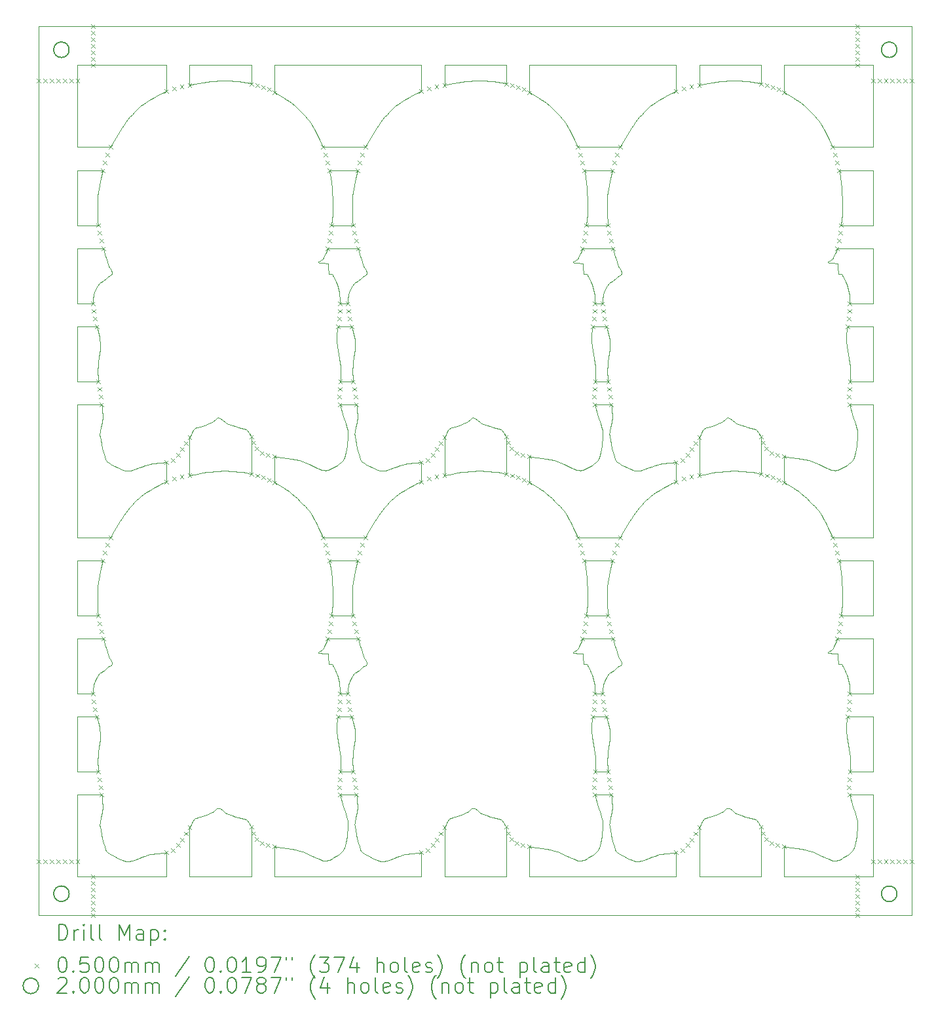
<source format=gbr>
%TF.GenerationSoftware,KiCad,Pcbnew,8.0.4*%
%TF.CreationDate,2024-07-22T02:56:38-05:00*%
%TF.ProjectId,keanu-homeboy-panel,6b65616e-752d-4686-9f6d-65626f792d70,rev?*%
%TF.SameCoordinates,Original*%
%TF.FileFunction,Drillmap*%
%TF.FilePolarity,Positive*%
%FSLAX45Y45*%
G04 Gerber Fmt 4.5, Leading zero omitted, Abs format (unit mm)*
G04 Created by KiCad (PCBNEW 8.0.4) date 2024-07-22 02:56:38*
%MOMM*%
%LPD*%
G01*
G04 APERTURE LIST*
%ADD10C,0.100000*%
%ADD11C,0.200000*%
G04 APERTURE END LIST*
D10*
X15865262Y-12644253D02*
X15908301Y-12657849D01*
X13711637Y-12770846D02*
X13733040Y-12763680D01*
X10006371Y-10344548D02*
X10000612Y-10348319D01*
X19696920Y-11503870D02*
X19696110Y-11467351D01*
X19113503Y-7592400D02*
X19158909Y-7603745D01*
X13250956Y-10919425D02*
X13260531Y-10951950D01*
X12822436Y-5048414D02*
X12820812Y-5045737D01*
X10017583Y-7152057D02*
X10012275Y-7167899D01*
X12437878Y-8001680D02*
X12409627Y-7981677D01*
X12841363Y-5024983D02*
X12846016Y-5023850D01*
X13166360Y-7537208D02*
X13175826Y-7499974D01*
X11539035Y-7056565D02*
X11548163Y-7060097D01*
X16584735Y-12319306D02*
X16586737Y-12336493D01*
X19765597Y-12168688D02*
X19734055Y-12071227D01*
X13555074Y-12754304D02*
X13587337Y-12767804D01*
X16664979Y-12643732D02*
X16669913Y-12653188D01*
X19321286Y-8307256D02*
X19303444Y-8279647D01*
X13706783Y-8176319D02*
X13678526Y-8208176D01*
X19684907Y-6882407D02*
X19990471Y-6882407D01*
X13518130Y-7696532D02*
X13555074Y-7713795D01*
X13305225Y-5302127D02*
X13300018Y-5304040D01*
X12474891Y-8031023D02*
X12437878Y-8001680D01*
X9999924Y-11124680D02*
X10000234Y-11167114D01*
X17964311Y-12181757D02*
X17989885Y-12171319D01*
X13291087Y-12319306D02*
X13293089Y-12336493D01*
X17228945Y-2947467D02*
X17178884Y-2979625D01*
X13733040Y-12763680D02*
X13799515Y-12738198D01*
X14740325Y-12148490D02*
X14758724Y-12136149D01*
X16288052Y-9599945D02*
X16293906Y-9532589D01*
X14151059Y-2836621D02*
X14097602Y-2860362D01*
X11402590Y-12171319D02*
X11425830Y-12160222D01*
X13794264Y-3050024D02*
X13764679Y-3076955D01*
X15880042Y-3090173D02*
X15843808Y-3055994D01*
X12332057Y-2892877D02*
X12288060Y-2867579D01*
X19551010Y-10236059D02*
X19546689Y-10234006D01*
X16397424Y-5574305D02*
X16396618Y-5545601D01*
X15581707Y-2867579D02*
X15548941Y-2849620D01*
X19485121Y-12772957D02*
X19500931Y-12773297D01*
X18875355Y-7908088D02*
X18842589Y-7890129D01*
X16045495Y-8336755D02*
X16027639Y-8307256D01*
X18161165Y-12114914D02*
X18173104Y-12123820D01*
X16179894Y-4988353D02*
X16194314Y-4962928D01*
X18300771Y-7153186D02*
X18335197Y-7163367D01*
X17852768Y-7173883D02*
X17906388Y-7160045D01*
X16581694Y-11259883D02*
X16575541Y-11310004D01*
X10857412Y-7877129D02*
X10803955Y-7900871D01*
X10041064Y-9906712D02*
X10062160Y-9981619D01*
X10581543Y-12712185D02*
X10615978Y-12702188D01*
X18018966Y-7750209D02*
X17968339Y-7756809D01*
X16128151Y-10092675D02*
X16120525Y-10091028D01*
X10032968Y-7020620D02*
X10033148Y-7043508D01*
X12373466Y-2917905D02*
X12332057Y-2892877D01*
X19593664Y-4355142D02*
X19593924Y-4286099D01*
X16587218Y-6084171D02*
X16587528Y-6126605D01*
X17744706Y-7795121D02*
X17744706Y-7740609D01*
X19696180Y-11541061D02*
X19696920Y-11503870D01*
X13000258Y-4492081D02*
X13004245Y-4423893D01*
X13974290Y-7647001D02*
X14005561Y-7642038D01*
X13203076Y-9606712D02*
X12993615Y-9606712D01*
X13441515Y-5200759D02*
X13435436Y-5207083D01*
X18996922Y-7981677D02*
X18960761Y-7958414D01*
X16501705Y-5481942D02*
X16498994Y-5505601D01*
X10033148Y-7043508D02*
X10032528Y-7064570D01*
X12914896Y-4932073D02*
X12928519Y-4896608D01*
X18272616Y-7742448D02*
X18221867Y-7740639D01*
X16287263Y-4566203D02*
X16288052Y-4559436D01*
X13273547Y-11371705D02*
X13267807Y-11423509D01*
X15187000Y-7201375D02*
X15222351Y-7252704D01*
X13203276Y-3858102D02*
X13328048Y-3858102D01*
X19099950Y-8062957D02*
X19062186Y-8031023D01*
X14978969Y-2701939D02*
X14928219Y-2700130D01*
X19713554Y-12658340D02*
X19722030Y-12649314D01*
X19644449Y-11028210D02*
X19647112Y-11006094D01*
X13300418Y-7339604D02*
X13311209Y-7391621D01*
X16290853Y-10238233D02*
X16284716Y-10234927D01*
X13290387Y-7265478D02*
X13291087Y-7278798D01*
X13291111Y-11085022D02*
X13293571Y-11124680D01*
X13203276Y-4866203D02*
X13334711Y-4866203D01*
X16222166Y-9937117D02*
X16231923Y-9906712D01*
X12824536Y-10078717D02*
X12829918Y-10073142D01*
X16620263Y-7020620D02*
X16620443Y-7043508D01*
X9909529Y-10598855D02*
X9909802Y-10614814D01*
X12255294Y-2500000D02*
X14151059Y-2500000D01*
X10307057Y-7732107D02*
X10318040Y-7735347D01*
X13611688Y-12775856D02*
X13627638Y-12779150D01*
X19113503Y-12632909D02*
X19158909Y-12644253D01*
X16440407Y-12071227D02*
X16391259Y-11922916D01*
X9967115Y-4367871D02*
X9968784Y-4440177D01*
X13211883Y-5460359D02*
X13208057Y-5481942D01*
X16304096Y-10254578D02*
X16297142Y-10244572D01*
X10032968Y-12061129D02*
X10033148Y-12084017D01*
X12826003Y-12752994D02*
X12845941Y-12760748D01*
X13175826Y-7499974D02*
X13184425Y-7458870D01*
X17444706Y-7625998D02*
X17444706Y-7740409D01*
X10151942Y-10207984D02*
X10153979Y-10217344D01*
X16952436Y-7740509D02*
X16968697Y-7738928D01*
X14515428Y-12233898D02*
X14527191Y-12226443D01*
X11188523Y-7243616D02*
X11195987Y-7227065D01*
X16917177Y-8276578D02*
X16890492Y-8313057D01*
X10044861Y-12542500D02*
X10059038Y-12591426D01*
X18323347Y-2705426D02*
X18272616Y-2701939D01*
X14841811Y-12100606D02*
X14854456Y-12106827D01*
X13267720Y-9194845D02*
X13265445Y-9216497D01*
X13426840Y-5133029D02*
X13441499Y-5157556D01*
X9977234Y-5943255D02*
X9986116Y-5973948D01*
X17330466Y-12678981D02*
X17390645Y-12672962D01*
X16098192Y-8434474D02*
X16080866Y-8400574D01*
X17267937Y-7647001D02*
X17299208Y-7642038D01*
X13305922Y-7167899D02*
X13299890Y-7188982D01*
X18475275Y-2725943D02*
X18424691Y-2717429D01*
X19158909Y-7603745D02*
X19201949Y-7617341D01*
X13326175Y-7064570D02*
X13324754Y-7084081D01*
X12865172Y-5014515D02*
X12872053Y-5007527D01*
X14097602Y-2860362D02*
X14042632Y-2887297D01*
X13292042Y-6171708D02*
X13288047Y-6219374D01*
X13311209Y-12432129D02*
X13324294Y-12487830D01*
X14642812Y-7151002D02*
X14670663Y-7141249D01*
X13090665Y-10473477D02*
X13083593Y-10438669D01*
X16561355Y-5338069D02*
X16547377Y-5359920D01*
X16620443Y-12084017D02*
X16619823Y-12105079D01*
X13286507Y-11048245D02*
X13291111Y-11085022D01*
X16741274Y-10217344D02*
X16741267Y-10226064D01*
X16838885Y-3349890D02*
X16814016Y-3390687D01*
X9709529Y-5574305D02*
X9709529Y-4866203D01*
X19285709Y-3213627D02*
X19264663Y-3186711D01*
X10837042Y-7628272D02*
X10857169Y-7626010D01*
X19290455Y-12694484D02*
X19391458Y-12743420D01*
X16270841Y-5194369D02*
X16263201Y-5195607D01*
X16588598Y-7214407D02*
X16585261Y-7240973D01*
X19516578Y-7731243D02*
X19532410Y-7727798D01*
X10086927Y-12657916D02*
X10094507Y-12664018D01*
X13203449Y-10614814D02*
X13203276Y-10614814D01*
X16471949Y-7128180D02*
X16440407Y-7030718D01*
X18068263Y-7082716D02*
X18089973Y-7064086D01*
X19990471Y-8598610D02*
X19464472Y-8598610D01*
X18515999Y-12293213D02*
X18529726Y-12314256D01*
X14151059Y-7625998D02*
X14151059Y-7740409D01*
X13794264Y-8090533D02*
X13764679Y-8117464D01*
X19564488Y-10234877D02*
X19556848Y-10236115D01*
X18542589Y-12336916D02*
X18542589Y-12981017D01*
X10202513Y-8473363D02*
X10178992Y-8516868D01*
X16498994Y-5505601D02*
X16497374Y-5531135D01*
X16495894Y-7239420D02*
X16493472Y-7215898D01*
X16619823Y-7064570D02*
X16618402Y-7084081D01*
X10037450Y-10329039D02*
X10022450Y-10338241D01*
X16179894Y-10028861D02*
X16194314Y-10003437D01*
X16496924Y-9906712D02*
X16628358Y-9906712D01*
X10857169Y-12666519D02*
X10857412Y-12666507D01*
X16741267Y-5185556D02*
X16739226Y-5193557D01*
X10857169Y-7626010D02*
X10857412Y-7625998D01*
X16347107Y-10342362D02*
X16334089Y-10312940D01*
X16097811Y-7702911D02*
X16119650Y-7712485D01*
X13299890Y-7188982D02*
X13294950Y-7214407D01*
X14867518Y-12114914D02*
X14879456Y-12123820D01*
X15819855Y-12632909D02*
X15865262Y-12644253D01*
X11221781Y-12233898D02*
X11233544Y-12226443D01*
X13286507Y-6007736D02*
X13291111Y-6044513D01*
X10226722Y-8431195D02*
X10202513Y-8473363D01*
X16368683Y-10405219D02*
X16358638Y-10373119D01*
X14559121Y-12214391D02*
X14612740Y-12200553D01*
X13316097Y-10338241D02*
X13310021Y-10341123D01*
X19592328Y-9257542D02*
X19588875Y-9188725D01*
X16284716Y-5194419D02*
X16278217Y-5193509D01*
X14612740Y-12200553D02*
X14642812Y-12191510D01*
X10384879Y-3167667D02*
X10357119Y-3201098D01*
X16559257Y-9548686D02*
X16563839Y-9606712D01*
X16385619Y-7646929D02*
X16409840Y-7627295D01*
X10318040Y-7735347D02*
X10333990Y-7738642D01*
X9987838Y-5320246D02*
X9974060Y-5338069D01*
X13260531Y-10951950D02*
X13270881Y-10983764D01*
X10138433Y-8598610D02*
X9709529Y-8598610D01*
X16659212Y-5261091D02*
X16641894Y-5275868D01*
X13377334Y-10050301D02*
X13398204Y-10109010D01*
X13293881Y-6126605D02*
X13292042Y-6171708D01*
X9910079Y-5531135D02*
X9909529Y-5558347D01*
X19588875Y-9188725D02*
X19583569Y-9120426D01*
X16334089Y-10312940D02*
X16312229Y-10268885D01*
X13293571Y-11124680D02*
X13293881Y-11167114D01*
X18089973Y-7064086D02*
X18098060Y-7058533D01*
X19644479Y-6030656D02*
X19643569Y-6008548D01*
X10001303Y-12254916D02*
X9997966Y-12281482D01*
X16609744Y-5297733D02*
X16603668Y-5300615D01*
X15548941Y-12591872D02*
X15584063Y-12597535D01*
X11502678Y-7064086D02*
X11510765Y-7058533D01*
X15007124Y-7153186D02*
X15041549Y-7163367D01*
X18105123Y-12095721D02*
X18111778Y-12094424D01*
X17000431Y-8176319D02*
X16972174Y-8208176D01*
X9971028Y-11515504D02*
X9973891Y-11564735D01*
X19566017Y-7715155D02*
X19584487Y-7705931D01*
X13479734Y-12717697D02*
X13518130Y-12737041D01*
X17744706Y-7740409D02*
X17744706Y-7303516D01*
X14674691Y-2716300D02*
X14624132Y-2724585D01*
X16157974Y-12766669D02*
X16175153Y-12770743D01*
X11533073Y-2701551D02*
X11482353Y-2704784D01*
X16496724Y-3858102D02*
X16496924Y-3858102D01*
X16496724Y-11922916D02*
X16496924Y-11922916D01*
X19663892Y-5874305D02*
X19990471Y-5874305D01*
X9966884Y-10951950D02*
X9977234Y-10983764D01*
X15247321Y-7293099D02*
X15248941Y-7296408D01*
X10153972Y-5185556D02*
X10151931Y-5193557D01*
X16814016Y-3390687D02*
X16789808Y-3432854D01*
X16739237Y-10207984D02*
X16741274Y-10217344D01*
X12978722Y-12755664D02*
X12997193Y-12746440D01*
X15181628Y-2725943D02*
X15131043Y-2717429D01*
X10417990Y-7730338D02*
X10439393Y-7723172D01*
X14877465Y-7740509D02*
X14826720Y-7742060D01*
X9709529Y-9606712D02*
X9709529Y-8898610D01*
X10803351Y-7632453D02*
X10837042Y-7628272D01*
X10106811Y-10271926D02*
X10089350Y-10286223D01*
X11223768Y-7783995D02*
X11157412Y-7795121D01*
X18480647Y-12241884D02*
X18515999Y-12293213D01*
X11595085Y-12132500D02*
X11606762Y-12143752D01*
X11659172Y-12174150D02*
X11684062Y-12183856D01*
X10030166Y-12008788D02*
X10032968Y-12061129D01*
X13324294Y-12487830D02*
X13338508Y-12542500D01*
X10114540Y-10133934D02*
X10124113Y-10155535D01*
X17820839Y-12226443D02*
X17835200Y-12220096D01*
X16496924Y-11622916D02*
X16496724Y-11622916D01*
X12787219Y-8400574D02*
X12769621Y-8367931D01*
X17087911Y-8090533D02*
X17058327Y-8117464D01*
X10694499Y-7957020D02*
X10641650Y-7987975D01*
X10011578Y-5302127D02*
X10006371Y-5304040D01*
X10000612Y-10348319D02*
X9994401Y-10353778D01*
X13262207Y-9271198D02*
X13260667Y-9336855D01*
X18877711Y-7557026D02*
X19006061Y-7573780D01*
X16561185Y-6524226D02*
X16567175Y-6581638D01*
X18148103Y-7066318D02*
X18161165Y-7074405D01*
X19779103Y-12456252D02*
X19784918Y-12412950D01*
X19693442Y-6387438D02*
X19688603Y-6341594D01*
X13006629Y-9326607D02*
X13005033Y-9257542D01*
X13141449Y-12640880D02*
X13146231Y-12633189D01*
X19647112Y-5965585D02*
X19663892Y-5874305D01*
X13203276Y-11622916D02*
X13203076Y-11622916D01*
X16559092Y-4175988D02*
X16555854Y-4230689D01*
X19439396Y-10063288D02*
X19445799Y-10060142D01*
X12886246Y-4988353D02*
X12900667Y-4962928D01*
X12698414Y-8254136D02*
X12677368Y-8227220D01*
X13106147Y-11427947D02*
X13101308Y-11382103D01*
X10147852Y-10198064D02*
X10151942Y-10207984D01*
X11377016Y-12181757D02*
X11402590Y-12171319D01*
X13570738Y-3310500D02*
X13545237Y-3349890D01*
X17835200Y-7179588D02*
X17852768Y-7173883D01*
X19099950Y-3022448D02*
X19062186Y-2990514D01*
X9997966Y-12281482D02*
X9996740Y-12305987D01*
X13262431Y-4440177D02*
X13265610Y-4508177D01*
X19738598Y-12622273D02*
X19743673Y-12609235D01*
X19597743Y-10254578D02*
X19590789Y-10244572D01*
X13201520Y-12371320D02*
X13203149Y-12333208D01*
X16864386Y-3310500D02*
X16838885Y-3349890D01*
X12751847Y-8336755D02*
X12733992Y-8307256D01*
X18120367Y-2701551D02*
X18069647Y-2704784D01*
X19535020Y-5058450D02*
X19467469Y-5055508D01*
X13885237Y-8020134D02*
X13854570Y-8041834D01*
X17391250Y-2860362D02*
X17336279Y-2887297D01*
X13102970Y-10586110D02*
X13100353Y-10547190D01*
X14804413Y-7058533D02*
X14811476Y-7055212D01*
X10147867Y-5200759D02*
X10141788Y-5207083D01*
X10059038Y-12591426D02*
X10072013Y-12629894D01*
X16152152Y-10060142D02*
X16158820Y-10055024D01*
X10122272Y-5219797D02*
X10106811Y-5231417D01*
X11157412Y-7795121D02*
X11157412Y-7740609D01*
X19556848Y-5195607D02*
X19551010Y-5195551D01*
X16599570Y-7167899D02*
X16593538Y-7188982D01*
X17390645Y-7632453D02*
X17424337Y-7628272D01*
X13203076Y-6882407D02*
X13203276Y-6882407D01*
X16097811Y-12743420D02*
X16119650Y-12752994D01*
X16741274Y-5176836D02*
X16741267Y-5185556D01*
X12845683Y-5053470D02*
X12834503Y-5052166D01*
X13365660Y-7589385D02*
X13371332Y-7603223D01*
X11955294Y-2500000D02*
X11955294Y-2740083D01*
X12474891Y-2990514D02*
X12437878Y-2961171D01*
X16495167Y-12371320D02*
X16496796Y-12333208D01*
X16428382Y-7608805D02*
X16435096Y-7600371D01*
X19643569Y-6008548D02*
X19644449Y-5987702D01*
X13202246Y-12279929D02*
X13199824Y-12256407D01*
X12997206Y-5197725D02*
X12991069Y-5194419D01*
X13228386Y-10450765D02*
X13218628Y-10476526D01*
X13040441Y-5272431D02*
X13018582Y-5228377D01*
X9988247Y-11310004D02*
X9979900Y-11371705D01*
X14670663Y-7141249D02*
X14696238Y-7130811D01*
X16598872Y-5302127D02*
X16593665Y-5304040D01*
X16944414Y-3201098D02*
X16917177Y-3236070D01*
X16669913Y-7612679D02*
X16674221Y-7617407D01*
X14451059Y-12981017D02*
X14451059Y-12344024D01*
X14914658Y-7113797D02*
X14931965Y-7123860D01*
X10037450Y-5288531D02*
X10022450Y-5297733D01*
X11585809Y-12123820D02*
X11595085Y-12132500D01*
X9967019Y-9336855D02*
X9967115Y-9408380D01*
X10398839Y-12776072D02*
X10417990Y-12770846D01*
X13441515Y-10241267D02*
X13435436Y-10247591D01*
X13103776Y-5574305D02*
X13102970Y-5545601D01*
X13623530Y-8276578D02*
X13596845Y-8313057D01*
X16561355Y-10378578D02*
X16547377Y-10400429D01*
X16587528Y-11167114D02*
X16585689Y-11212217D01*
X16270841Y-10234877D02*
X16263201Y-10236115D01*
X13057184Y-11071165D02*
X13056274Y-11049057D01*
X12845941Y-7720239D02*
X12864326Y-7726160D01*
X11595085Y-7091991D02*
X11606762Y-7103243D01*
X16646333Y-7550918D02*
X16659307Y-7589385D01*
X12852101Y-5022779D02*
X12858504Y-5019633D01*
X16194314Y-10003437D02*
X16208544Y-9972582D01*
X12550160Y-3055994D02*
X12512656Y-3022448D01*
X16353525Y-11097065D02*
X16350832Y-11071165D01*
X17799302Y-7202419D02*
X17809076Y-7193390D01*
X12526208Y-7592400D02*
X12571614Y-7603745D01*
X14796326Y-12104595D02*
X14804413Y-12099042D01*
X11942431Y-7273747D02*
X11953673Y-7293099D01*
X16139330Y-5053470D02*
X16128151Y-5052166D01*
X16586737Y-7295985D02*
X16594066Y-7339604D01*
X10122272Y-10260305D02*
X10106811Y-10271926D01*
X19713554Y-7617831D02*
X19722030Y-7608805D01*
X12997206Y-10238233D02*
X12991069Y-10234927D01*
X12938276Y-9906712D02*
X13203076Y-9906712D01*
X19753655Y-12577717D02*
X19763121Y-12540482D01*
X13472639Y-8516868D02*
X13449832Y-8561678D01*
X12945115Y-7727798D02*
X12961479Y-7722440D01*
X16811777Y-12737041D02*
X16848722Y-12754304D01*
X14696238Y-7130811D02*
X14719477Y-7119713D01*
X10303198Y-3272548D02*
X10277091Y-3310500D01*
X13270191Y-4566203D02*
X13203276Y-4566203D01*
X11349164Y-7151002D02*
X11377016Y-7141249D01*
X12956308Y-5188745D02*
X12954169Y-5180589D01*
X16556078Y-9480686D02*
X16559257Y-9548686D01*
X12787219Y-3360066D02*
X12769621Y-3327422D01*
X16145749Y-10063288D02*
X16152152Y-10060142D01*
X13292042Y-11212217D02*
X13288047Y-11259883D01*
X16128151Y-5052166D02*
X16120525Y-5050519D01*
X16297893Y-9464401D02*
X16300017Y-9395650D01*
X16567276Y-6582407D02*
X16496924Y-6582407D01*
X19687648Y-5506681D02*
X19683547Y-5469139D01*
X12914896Y-9972582D02*
X12928519Y-9937117D01*
X9997440Y-12319306D02*
X9999442Y-12336493D01*
X13178302Y-7128180D02*
X13146760Y-7030718D01*
X12881506Y-12770743D02*
X12897826Y-12772957D01*
X9709529Y-2500000D02*
X10857412Y-2500000D01*
X15944656Y-8197019D02*
X15913995Y-8164513D01*
X13290387Y-12305987D02*
X13291087Y-12319306D01*
X13555074Y-7713795D02*
X13587337Y-7727295D01*
X16496824Y-10598855D02*
X16497096Y-10614814D01*
X13203076Y-3858102D02*
X13203276Y-3858102D01*
X13587337Y-12767804D02*
X13600704Y-12772616D01*
X16986134Y-7735564D02*
X17005285Y-7730338D01*
X19670888Y-10438669D02*
X19662330Y-10405219D01*
X11685322Y-7742448D02*
X11634572Y-7740639D01*
X11319093Y-12200553D02*
X11349164Y-12191510D01*
X10133193Y-10173537D02*
X10147852Y-10198064D01*
X11425830Y-7119713D02*
X11446678Y-7107981D01*
X15248941Y-7740409D02*
X15248941Y-7740609D01*
X12550160Y-8096503D02*
X12512656Y-8062957D01*
X13293881Y-11167114D02*
X13292042Y-11212217D01*
X18118642Y-12094944D02*
X18126330Y-12097074D01*
X16624744Y-5288531D02*
X16609744Y-5297733D01*
X13311230Y-7152057D02*
X13305922Y-7167899D01*
X16608495Y-11922916D02*
X16611362Y-11945873D01*
X13108885Y-6500552D02*
X13109625Y-6463361D01*
X16131651Y-3464688D02*
X16115152Y-3428909D01*
X19677960Y-5432968D02*
X19670888Y-5398161D01*
X16273760Y-8986464D02*
X16262909Y-8921341D01*
X9910079Y-10571644D02*
X9909529Y-10598855D01*
X14005561Y-7642038D02*
X14036818Y-7638472D01*
X10307057Y-12772616D02*
X10318040Y-12775856D01*
X19728744Y-7600371D02*
X19733526Y-7592680D01*
X16358638Y-10373119D02*
X16347107Y-10342362D01*
X9967019Y-4296346D02*
X9967115Y-4367871D01*
X16735162Y-10241267D02*
X16729083Y-10247591D01*
X13208057Y-10522451D02*
X13205346Y-10546110D01*
X16880984Y-12767804D02*
X16894352Y-12772616D01*
X11510765Y-7058533D02*
X11517828Y-7055212D01*
X11887981Y-7766452D02*
X11837396Y-7757938D01*
X19356916Y-3327422D02*
X19339142Y-3296246D01*
X17178884Y-2979625D02*
X17148217Y-3001326D01*
X16387631Y-6285754D02*
X16364276Y-6129858D01*
X16222166Y-4896608D02*
X16231923Y-4866203D01*
X10072013Y-7589385D02*
X10077685Y-7603223D01*
X19990471Y-9606712D02*
X19580910Y-9606712D01*
X10104557Y-5068501D02*
X10114540Y-5093425D01*
X14725319Y-2709700D02*
X14674691Y-2716300D01*
X13203076Y-11922916D02*
X13203276Y-11922916D01*
X15996808Y-7653975D02*
X16097811Y-7702911D01*
X11787827Y-12214606D02*
X11893352Y-12241884D01*
X13435436Y-5207083D02*
X13415919Y-5219797D01*
X11482353Y-2704784D02*
X11431671Y-2709700D01*
X10114540Y-5093425D02*
X10124113Y-5115026D01*
X12290416Y-7557026D02*
X12418766Y-7573780D01*
X19789541Y-7239420D02*
X19787119Y-7215898D01*
X16603668Y-10341123D02*
X16598872Y-10342635D01*
X13570738Y-8351008D02*
X13545237Y-8390399D01*
X19432977Y-5053470D02*
X19421798Y-5052166D01*
X13203276Y-8898610D02*
X13328048Y-8898610D01*
X18919351Y-2892877D02*
X18875355Y-2867579D01*
X12620348Y-3124005D02*
X12586395Y-3090173D01*
X10089350Y-10286223D02*
X10071918Y-10301600D01*
X17811063Y-7783995D02*
X17744706Y-7795121D01*
X18542589Y-2740083D02*
X18525782Y-2736130D01*
X16080866Y-8400574D02*
X16063269Y-8367931D01*
X19790471Y-12304706D02*
X19789541Y-12279929D01*
X16575132Y-10360754D02*
X16561355Y-10378578D01*
X17168838Y-12712185D02*
X17203272Y-12702188D01*
X13201520Y-7330811D02*
X13203149Y-7292699D01*
X11887981Y-2725943D02*
X11837396Y-2717429D01*
X12769621Y-8367931D02*
X12751847Y-8336755D01*
X16439878Y-12633189D02*
X16444950Y-12622273D01*
X13203176Y-5558347D02*
X13203449Y-5574305D01*
X19688603Y-11382103D02*
X19681279Y-11326262D01*
X13314848Y-6882407D02*
X13317714Y-6905364D01*
X10006771Y-12380112D02*
X10017561Y-12432129D01*
X13311230Y-12192566D02*
X13305922Y-12208408D01*
X13623530Y-3236070D02*
X13596845Y-3272548D01*
X12952695Y-10208836D02*
X12950601Y-10169185D01*
X11223768Y-2743487D02*
X11157412Y-2754612D01*
X15548941Y-12981017D02*
X15548941Y-12591872D01*
X16495167Y-7330811D02*
X16496796Y-7292699D01*
X13010449Y-5214070D02*
X13003495Y-5204064D01*
X13195380Y-12231672D02*
X13188383Y-12203255D01*
X19696110Y-11467351D02*
X19693442Y-11427947D01*
X19525570Y-9906712D02*
X19990471Y-9906712D01*
X16814016Y-8431195D02*
X16789808Y-8473363D01*
X16115152Y-8469418D02*
X16098192Y-8434474D01*
X9976795Y-9177839D02*
X9974072Y-9194845D01*
X17178884Y-8020134D02*
X17148217Y-8041834D01*
X12881506Y-7730234D02*
X12897826Y-7732448D01*
X9974072Y-9194845D02*
X9971797Y-9216497D01*
X13735510Y-3105562D02*
X13706783Y-3135810D01*
X16587218Y-11124680D02*
X16587528Y-11167114D01*
X16394955Y-6341594D02*
X16387631Y-6285754D01*
X17093162Y-7697689D02*
X17132308Y-7683633D01*
X19459348Y-5007527D02*
X19466390Y-4998772D01*
X10318040Y-12775856D02*
X10333990Y-12779150D01*
X12586395Y-3090173D02*
X12550160Y-3055994D01*
X19576412Y-4012407D02*
X19567407Y-3945955D01*
X19990471Y-5874305D02*
X19990471Y-6582407D01*
X16620263Y-12061129D02*
X16620443Y-12084017D01*
X12821504Y-8469418D02*
X12804545Y-8434474D01*
X19765597Y-7128180D02*
X19734055Y-7030718D01*
X10077685Y-12643732D02*
X10082619Y-12653188D01*
X16496924Y-9606712D02*
X16496724Y-9606712D01*
X13675050Y-12779436D02*
X13692487Y-12776072D01*
X19451621Y-12766669D02*
X19468800Y-12770743D01*
X16389900Y-10509648D02*
X16384313Y-10473477D01*
X13974290Y-12687510D02*
X14005561Y-12682547D01*
X16496724Y-6882407D02*
X16496924Y-6882407D01*
X16705162Y-12679502D02*
X16736766Y-12697956D01*
X13126259Y-7617831D02*
X13134735Y-7608805D01*
X10711914Y-12682547D02*
X10743171Y-12678981D01*
X14470303Y-12308487D02*
X14482170Y-12284124D01*
X11548163Y-12100606D02*
X11560809Y-12106827D01*
X16496724Y-8898610D02*
X16496924Y-8898610D01*
X19775678Y-7162747D02*
X19765597Y-7128180D01*
X15222351Y-7252704D02*
X15236078Y-7273747D01*
X10026956Y-3890489D02*
X10012265Y-3961099D01*
X13126259Y-12658340D02*
X13134735Y-12649314D01*
X13352685Y-12591426D02*
X13365660Y-12629894D01*
X11233544Y-12226443D02*
X11247905Y-12220096D01*
X16409840Y-7627295D02*
X16419906Y-7617831D01*
X18098060Y-7058533D02*
X18105123Y-7055212D01*
X9979881Y-6581638D02*
X9979982Y-6582407D01*
X14826720Y-7742060D02*
X14776000Y-7745293D01*
X16691852Y-10109010D02*
X16701835Y-10133934D01*
X16129410Y-10068577D02*
X16135011Y-10065492D01*
X10439393Y-12763680D02*
X10505868Y-12738198D01*
X13314848Y-11922916D02*
X13317714Y-11945873D01*
X12255294Y-7551363D02*
X12290416Y-7557026D01*
X13106917Y-6541971D02*
X13108885Y-6500552D01*
X9709529Y-6582407D02*
X9709529Y-5874305D01*
X19245003Y-12674369D02*
X19290455Y-12694484D01*
X17906388Y-12200553D02*
X17936459Y-12191510D01*
X13097612Y-11922916D02*
X13203076Y-11922916D01*
X17744706Y-7740609D02*
X17744706Y-7740409D01*
X13365565Y-10301600D02*
X13348246Y-10316377D01*
X13447626Y-5176836D02*
X13447620Y-5185556D01*
X13317714Y-11945873D02*
X13323813Y-12008788D01*
X16561454Y-11423509D02*
X16558452Y-11469936D01*
X15181628Y-7766452D02*
X15131043Y-7757938D01*
X16396618Y-10586110D02*
X16394001Y-10547190D01*
X10028896Y-12142821D02*
X10025900Y-12160045D01*
X10138433Y-3558102D02*
X9709529Y-3558102D01*
X13197623Y-7372441D02*
X13201520Y-7330811D01*
X11955294Y-7296408D02*
X11955294Y-7740409D01*
X10471032Y-8117464D02*
X10441863Y-8146070D01*
X11736052Y-2705426D02*
X11685322Y-2701939D01*
X19321286Y-3266748D02*
X19303444Y-3239138D01*
X12858504Y-10060142D02*
X12865172Y-10055024D01*
X15703275Y-2941168D02*
X15667114Y-2917905D01*
X16312229Y-10268885D02*
X16304096Y-10254578D01*
X13267707Y-10378578D02*
X13253729Y-10400429D01*
X13059817Y-5965585D02*
X13076598Y-5874305D01*
X13006369Y-9395650D02*
X13006629Y-9326607D01*
X13156378Y-12609235D02*
X13166360Y-12577717D01*
X18842589Y-12981017D02*
X18842589Y-12591872D01*
X13267538Y-6524226D02*
X13273528Y-6581638D01*
X13265610Y-9548686D02*
X13270191Y-9606712D01*
X19428658Y-10065492D02*
X19433311Y-10064359D01*
X19696920Y-6463361D02*
X19696110Y-6426842D01*
X16139664Y-5023850D02*
X16145749Y-5022779D01*
X13305912Y-3961099D02*
X13270443Y-4137331D01*
X16711408Y-5115026D02*
X16720488Y-5133029D01*
X13300018Y-10344548D02*
X13294259Y-10348319D01*
X19473541Y-10028861D02*
X19487961Y-10003437D01*
X19552014Y-8898610D02*
X19990471Y-8898610D01*
X16497096Y-10614814D02*
X16496924Y-10614814D01*
X12994404Y-4559436D02*
X13000258Y-4492081D01*
X18173104Y-12123820D02*
X18182380Y-12132500D01*
X14877465Y-2700000D02*
X14826720Y-2701551D01*
X11955294Y-7740409D02*
X11955294Y-7740609D01*
X12886246Y-10028861D02*
X12900667Y-10003437D01*
X15584063Y-7557026D02*
X15712413Y-7573780D01*
X14818131Y-12094424D02*
X14824995Y-12094944D01*
X9709529Y-5874305D02*
X9956084Y-5874305D01*
X16564528Y-10983764D02*
X16573410Y-11014457D01*
X16496824Y-7264197D02*
X16495894Y-7239420D01*
X19548774Y-7722440D02*
X19566017Y-7715155D01*
X9924981Y-10476526D02*
X9918236Y-10500867D01*
X13352685Y-7550918D02*
X13365660Y-7589385D01*
X13267720Y-4154336D02*
X13265445Y-4175988D01*
X13203276Y-8598610D02*
X13203076Y-8598610D01*
X14036818Y-7638472D02*
X14096998Y-7632453D01*
X16496924Y-11922916D02*
X16608495Y-11922916D01*
X10293689Y-12767804D02*
X10307057Y-12772616D01*
X14151059Y-7740409D02*
X14151059Y-7740609D01*
X10381403Y-7738928D02*
X10398839Y-7735564D01*
X19245003Y-7633860D02*
X19290455Y-7653975D01*
X16599570Y-12208408D02*
X16593538Y-12229490D01*
X13057184Y-6030656D02*
X13056274Y-6008548D01*
X10545013Y-7683633D02*
X10581543Y-7671676D01*
X16617461Y-12008788D02*
X16620263Y-12061129D01*
X16357090Y-12706996D02*
X16385619Y-12687438D01*
X13627638Y-12779150D02*
X13643164Y-12780897D01*
X17267937Y-12687510D02*
X17299208Y-12682547D01*
X13059817Y-11006094D02*
X13076598Y-10914814D01*
X12991069Y-5194419D02*
X12984570Y-5193509D01*
X16295228Y-9188725D02*
X16289922Y-9120426D01*
X13240355Y-10424945D02*
X13228386Y-10450765D01*
X11621010Y-12154306D02*
X11638318Y-12164369D01*
X19657923Y-11170366D02*
X19647172Y-11097065D01*
X9973891Y-6524226D02*
X9979881Y-6581638D01*
X13104677Y-11622916D02*
X13106917Y-11582479D01*
X13203276Y-9906712D02*
X13334711Y-9906712D01*
X18542589Y-7780592D02*
X18525782Y-7776638D01*
X18842589Y-7890129D02*
X18842589Y-7740609D01*
X10333990Y-7738642D02*
X10349517Y-7740389D01*
X10694499Y-2916511D02*
X10641650Y-2947467D01*
X14774616Y-12123224D02*
X14796326Y-12104595D01*
X16300277Y-9326607D02*
X16298681Y-9257542D01*
X18033973Y-12148490D02*
X18052371Y-12136149D01*
X14740325Y-7107981D02*
X14758724Y-7095640D01*
X15080396Y-2710590D02*
X15029699Y-2705426D01*
X12969554Y-5195607D02*
X12963716Y-5195551D01*
X13600704Y-12772616D02*
X13611688Y-12775856D01*
X11638318Y-12164369D02*
X11659172Y-12174150D01*
X19425298Y-8505197D02*
X19408799Y-8469418D01*
X19763121Y-12540482D02*
X19771720Y-12499378D01*
X10017561Y-12432129D02*
X10030647Y-12487830D01*
X19583569Y-9120426D02*
X19576412Y-9052915D01*
X12947726Y-10098959D02*
X12880174Y-10096017D01*
X9934739Y-10450765D02*
X9924981Y-10476526D01*
X16482031Y-12203255D02*
X16471949Y-12168688D01*
X16547377Y-10400429D02*
X16534002Y-10424945D01*
X16162887Y-3537905D02*
X16131651Y-3464688D01*
X16258367Y-8898610D02*
X16496724Y-8898610D01*
X10261427Y-7713795D02*
X10293689Y-7727295D01*
X19587553Y-4492081D02*
X19591540Y-4423893D01*
X13371332Y-12643732D02*
X13376266Y-12653188D01*
X16720488Y-10173537D02*
X16735147Y-10198064D01*
X14489634Y-12267574D02*
X14497259Y-12253997D01*
X18194057Y-7103243D02*
X18208305Y-7113797D01*
X18540968Y-7293099D02*
X18542589Y-7296408D01*
X10381403Y-12779436D02*
X10398839Y-12776072D01*
X16496824Y-12304706D02*
X16495894Y-12279929D01*
X16739226Y-5193557D02*
X16735162Y-5200759D01*
X10032528Y-7064570D02*
X10031107Y-7084081D01*
X13101308Y-11382103D02*
X13093984Y-11326262D01*
X17236132Y-7653501D02*
X17267937Y-7647001D01*
X10017583Y-12192566D02*
X10012275Y-12208408D01*
X12963716Y-5195551D02*
X12959395Y-5193498D01*
X10022127Y-12176536D02*
X10017583Y-12192566D01*
X19662330Y-5364711D02*
X19652285Y-5332610D01*
X9956084Y-10914814D02*
X9957309Y-10919425D01*
X14505654Y-12242927D02*
X14515428Y-12233898D01*
X10224483Y-7696532D02*
X10261427Y-7713795D01*
X16496724Y-10914814D02*
X16496924Y-10914814D01*
X16139664Y-10064359D02*
X16145749Y-10063288D01*
X10615978Y-7661679D02*
X10648838Y-7653501D01*
X16396618Y-5545601D02*
X16394001Y-5506681D01*
X15232135Y-7776638D02*
X15181628Y-7766452D01*
X16297142Y-5204064D02*
X16290853Y-5197725D01*
X19433236Y-7720239D02*
X19451621Y-7726160D01*
X10178992Y-8516868D02*
X10156184Y-8561678D01*
X11606762Y-12143752D02*
X11621010Y-12154306D01*
X11938487Y-2736130D02*
X11887981Y-2725943D01*
X15248941Y-7740609D02*
X15248941Y-7780592D01*
X13203726Y-5531135D02*
X13203176Y-5558347D01*
X17775818Y-12284124D02*
X17783282Y-12267574D01*
X16534002Y-5384436D02*
X16522034Y-5410256D01*
X13323813Y-12008788D02*
X13326615Y-12061129D01*
X16027639Y-8307256D02*
X16009796Y-8279647D01*
X9968559Y-4230689D02*
X9967019Y-4296346D01*
X9979900Y-6331196D02*
X9974160Y-6383000D01*
X16848722Y-12754304D02*
X16880984Y-12767804D01*
X13799515Y-12738198D02*
X13838660Y-12724141D01*
X16287263Y-9606712D02*
X16288052Y-9599945D01*
X18225612Y-12164369D02*
X18246467Y-12174150D01*
X16290853Y-5197725D02*
X16284716Y-5194419D01*
X11510765Y-12099042D02*
X11517828Y-12095721D01*
X19408107Y-5045737D02*
X19408927Y-5042373D01*
X13319547Y-7119536D02*
X13315774Y-7136027D01*
X16194314Y-4962928D02*
X16208544Y-4932073D01*
X9909802Y-10614814D02*
X9709529Y-10614814D01*
X14451059Y-7795121D02*
X14451059Y-7740609D01*
X9709529Y-8898610D02*
X10034401Y-8898610D01*
X10591590Y-2979625D02*
X10560922Y-3001326D01*
X19587553Y-9532589D02*
X19591540Y-9464401D01*
X16543379Y-5874305D02*
X16544604Y-5878916D01*
X19391839Y-3393965D02*
X19374513Y-3360066D01*
X16350832Y-6030656D02*
X16349922Y-6008548D01*
X13106147Y-6387438D02*
X13101308Y-6341594D01*
X16175153Y-7730234D02*
X16191474Y-7732448D01*
X19588875Y-4148216D02*
X19583569Y-4079917D01*
X13328048Y-3858102D02*
X13320603Y-3890489D01*
X12418766Y-12614289D02*
X12476053Y-12623145D01*
X12846016Y-10064359D02*
X12852101Y-10063288D01*
X13203449Y-5574305D02*
X13203276Y-5574305D01*
X13273528Y-11622146D02*
X13273629Y-11622916D01*
X13203076Y-9906712D02*
X13203276Y-9906712D01*
X9709529Y-11922916D02*
X10021200Y-11922916D01*
X13203276Y-6582407D02*
X13203076Y-6582407D01*
X13005033Y-9257542D02*
X13001580Y-9188725D01*
X18960761Y-7958414D02*
X18919351Y-7933386D01*
X16304096Y-5214070D02*
X16297142Y-5204064D01*
X13596845Y-3272548D02*
X13570738Y-3310500D01*
X12804545Y-3393965D02*
X12787219Y-3360066D01*
X16485455Y-12456252D02*
X16491270Y-12412950D01*
X10062160Y-4941111D02*
X10083687Y-5009792D01*
X19688603Y-6341594D02*
X19681279Y-6285754D01*
X13260531Y-5911441D02*
X13270881Y-5943255D01*
X16575132Y-5320246D02*
X16561355Y-5338069D01*
X18069647Y-2704784D02*
X18018966Y-2709700D01*
X13249732Y-5874305D02*
X13250956Y-5878916D01*
X16399794Y-6387438D02*
X16394955Y-6341594D01*
X13417760Y-5115026D02*
X13426840Y-5133029D01*
X11212007Y-12242927D02*
X11221781Y-12233898D01*
X16489028Y-7191163D02*
X16482031Y-7162747D01*
X11157412Y-2500000D02*
X11955294Y-2500000D01*
X19487961Y-10003437D02*
X19502191Y-9972582D01*
X9979900Y-11371705D02*
X9974160Y-11423509D01*
X16469473Y-7499974D02*
X16478072Y-7458870D01*
X13611688Y-7735347D02*
X13627638Y-7738642D01*
X16599560Y-3961099D02*
X16564090Y-4137331D01*
X16231923Y-9906712D02*
X16496724Y-9906712D01*
X9979982Y-11622916D02*
X9709529Y-11622916D01*
X13083593Y-5398161D02*
X13075035Y-5364711D01*
X16419906Y-7617831D02*
X16428382Y-7608805D01*
X13388154Y-12664018D02*
X13411515Y-12679502D01*
X15712413Y-12614289D02*
X15769700Y-12623145D01*
X13203176Y-7264197D02*
X13202246Y-7239420D01*
X19647172Y-11097065D02*
X19644479Y-11071165D01*
X19990471Y-9906712D02*
X19990471Y-10614814D01*
X12716149Y-3239138D02*
X12698414Y-3213627D01*
X13400458Y-10271926D02*
X13382998Y-10286223D01*
X16729083Y-5207083D02*
X16709566Y-5219797D01*
X17058327Y-8117464D02*
X17029158Y-8146070D01*
X13273528Y-6581638D02*
X13273629Y-6582407D01*
X12959395Y-5193498D02*
X12956308Y-5188745D01*
X18335197Y-7163367D02*
X18375122Y-7174097D01*
X13400458Y-5231417D02*
X13382998Y-5245714D01*
X10837042Y-12668781D02*
X10857169Y-12666519D01*
X13838660Y-7683633D02*
X13875190Y-7671676D01*
X13203149Y-7292699D02*
X13203176Y-7264197D01*
X16632155Y-7501992D02*
X16646333Y-7550918D01*
X14497259Y-12253997D02*
X14505654Y-12242927D01*
X19693442Y-11427947D02*
X19688603Y-11382103D01*
X9957309Y-10919425D02*
X9966884Y-10951950D01*
X13305912Y-9001608D02*
X13270443Y-9177839D01*
X16300277Y-4286099D02*
X16298681Y-4217033D01*
X13270443Y-9177839D02*
X13267720Y-9194845D01*
X9971963Y-4508177D02*
X9976544Y-4566203D01*
X16555854Y-9271198D02*
X16554314Y-9336855D01*
X14977710Y-7143347D02*
X15007124Y-7153186D01*
X11583817Y-7740509D02*
X11533073Y-7742060D01*
X18033973Y-7107981D02*
X18052371Y-7095640D01*
X13326795Y-7043508D02*
X13326175Y-7064570D01*
X10151942Y-5167476D02*
X10153979Y-5176836D01*
X13059877Y-6056557D02*
X13057184Y-6030656D01*
X13377334Y-5009792D02*
X13398204Y-5068501D01*
X16435096Y-12640880D02*
X16439878Y-12633189D01*
X11955294Y-7740609D02*
X11955294Y-7780592D01*
X13265445Y-4175988D02*
X13262207Y-4230689D01*
X16300017Y-4355142D02*
X16300277Y-4286099D01*
X10251590Y-8390399D02*
X10226722Y-8431195D01*
X12651009Y-8197019D02*
X12620348Y-8164513D01*
X16554314Y-9336855D02*
X16554409Y-9408380D01*
X16616191Y-7102312D02*
X16613195Y-7119536D01*
X18208305Y-7113797D02*
X18225612Y-7123860D01*
X13260762Y-4367871D02*
X13262431Y-4440177D01*
X16621695Y-3858102D02*
X16614250Y-3890489D01*
X16567276Y-11622916D02*
X16496924Y-11622916D01*
X10012265Y-9001608D02*
X9976795Y-9177839D01*
X15880042Y-8130681D02*
X15843808Y-8096503D01*
X13650766Y-3201098D02*
X13623530Y-3236070D01*
X13083593Y-10438669D02*
X13075035Y-10405219D01*
X9709529Y-12981017D02*
X9709529Y-11922916D01*
X13365565Y-5261091D02*
X13348246Y-5275868D01*
X19137455Y-3055994D02*
X19099950Y-3022448D01*
X16297893Y-4423893D02*
X16300017Y-4355142D01*
X19546689Y-10234006D02*
X19543602Y-10229253D01*
X13151303Y-7581764D02*
X13156378Y-7568726D01*
X11634572Y-2700130D02*
X11583817Y-2700000D01*
X12996274Y-9120426D02*
X12989117Y-9052915D01*
X16282765Y-4012407D02*
X16273760Y-3945955D01*
X16394955Y-11382103D02*
X16387631Y-11326262D01*
X12716149Y-8279647D02*
X12698414Y-8254136D01*
X19990471Y-4866203D02*
X19990471Y-5574305D01*
X16172743Y-10039281D02*
X16179894Y-10028861D01*
X13273629Y-6582407D02*
X13203276Y-6582407D01*
X16676645Y-5245714D02*
X16659212Y-5261091D01*
X12620348Y-8164513D02*
X12586395Y-8130681D01*
X19722030Y-12649314D02*
X19728744Y-12640880D01*
X19690265Y-10586110D02*
X19687648Y-10547190D01*
X13264675Y-6474996D02*
X13267538Y-6524226D01*
X16063269Y-8367931D02*
X16045495Y-8336755D01*
X16617461Y-6968279D02*
X16620263Y-7020620D01*
X19532410Y-12768307D02*
X19548774Y-12762949D01*
X19025172Y-8001680D02*
X18996922Y-7981677D01*
X13300418Y-12380112D02*
X13311209Y-12432129D01*
X10581543Y-7671676D02*
X10615978Y-7661679D01*
X14758724Y-12136149D02*
X14774616Y-12123224D01*
X13331097Y-5288531D02*
X13316097Y-5297733D01*
X14841811Y-7060097D02*
X14854456Y-7066318D01*
X13260762Y-9408380D02*
X13262431Y-9480686D01*
X16123566Y-10073142D02*
X16129410Y-10068577D01*
X18271357Y-12183856D02*
X18300771Y-12193695D01*
X16593538Y-12229490D02*
X16588598Y-12254916D01*
X14451059Y-2754612D02*
X14451059Y-2500000D01*
X13264805Y-11469936D02*
X13264675Y-11515504D01*
X13175826Y-12540482D02*
X13184425Y-12499378D01*
X13203276Y-9606712D02*
X13203076Y-9606712D01*
X16838885Y-8390399D02*
X16814016Y-8431195D01*
X16628358Y-4866203D02*
X16649454Y-4941111D01*
X19662330Y-10405219D02*
X19652285Y-10373119D01*
X10857412Y-7740409D02*
X10857412Y-7740609D01*
X12820812Y-5045737D02*
X12821632Y-5042373D01*
X19063347Y-7582636D02*
X19113503Y-7592400D01*
X16173822Y-10096017D02*
X16139330Y-10093979D01*
X13178302Y-12168688D02*
X13146760Y-12071227D01*
X13091972Y-12687438D02*
X13116192Y-12667804D01*
X19590789Y-10244572D02*
X19584500Y-10238233D01*
X14978969Y-7742448D02*
X14928219Y-7740639D01*
X16282765Y-9052915D02*
X16273760Y-8986464D01*
X18194057Y-12143752D02*
X18208305Y-12154306D01*
X10530589Y-3024803D02*
X10500616Y-3050024D01*
X16255126Y-12762949D02*
X16272370Y-12755664D01*
X10329883Y-3236070D02*
X10303198Y-3272548D01*
X18919351Y-7933386D02*
X18875355Y-7908088D01*
X14811476Y-12095721D02*
X14818131Y-12094424D01*
X19790444Y-7292699D02*
X19790471Y-7264197D01*
X17936459Y-7151002D02*
X17964311Y-7141249D01*
X18098060Y-12099042D02*
X18105123Y-12095721D01*
X9971797Y-4175988D02*
X9968559Y-4230689D01*
X13205346Y-5505601D02*
X13203726Y-5531135D01*
X9979982Y-6582407D02*
X9709529Y-6582407D01*
X16581695Y-5313270D02*
X16575132Y-5320246D01*
X12950601Y-10169185D02*
X12947726Y-10098959D01*
X13108885Y-11541061D02*
X13109625Y-11503870D01*
X10439393Y-7723172D02*
X10505868Y-7697689D01*
X17390645Y-12672962D02*
X17424337Y-12668781D01*
X15581707Y-7908088D02*
X15548941Y-7890129D01*
X13382998Y-5245714D02*
X13365565Y-5261091D01*
X13305225Y-10342635D02*
X13300018Y-10344548D01*
X16593538Y-7188982D02*
X16588598Y-7214407D01*
X19564488Y-5194369D02*
X19556848Y-5195607D01*
X10748984Y-7927806D02*
X10694499Y-7957020D01*
X14505654Y-7202419D02*
X14515428Y-7193390D01*
X13449832Y-8561678D02*
X13432080Y-8598610D01*
X12928519Y-9937117D02*
X12938276Y-9906712D01*
X9997440Y-7278798D02*
X9999442Y-7295985D01*
X11157412Y-2754612D02*
X11157412Y-2500000D01*
X15548941Y-7890129D02*
X15548941Y-7740609D01*
X17744706Y-12981017D02*
X17744706Y-12344024D01*
X12879095Y-4998772D02*
X12886246Y-4988353D01*
X16450025Y-7568726D02*
X16460007Y-7537208D01*
X13116192Y-12667804D02*
X13126259Y-12658340D01*
X12991069Y-10234927D02*
X12984570Y-10234017D01*
X19428658Y-5024983D02*
X19433311Y-5023850D01*
X12829918Y-5032633D02*
X12835762Y-5028068D01*
X16115280Y-5042373D02*
X16118184Y-5038208D01*
X12804164Y-12743420D02*
X12826003Y-12752994D01*
X16670982Y-10050301D02*
X16691852Y-10109010D01*
X19391458Y-7702911D02*
X19413298Y-7712485D01*
X16735162Y-5200759D02*
X16729083Y-5207083D01*
X10857412Y-2500000D02*
X10857412Y-2836621D01*
X12929284Y-7731243D02*
X12945115Y-7727798D01*
X19433236Y-12760748D02*
X19451621Y-12766669D01*
X10505868Y-12738198D02*
X10545013Y-12724141D01*
X18323347Y-7745935D02*
X18272616Y-7742448D01*
X14824995Y-7054435D02*
X14832683Y-7056565D01*
X13445579Y-5193557D02*
X13441515Y-5200759D01*
X19285709Y-8254136D02*
X19264663Y-8227220D01*
X13323813Y-6968279D02*
X13326615Y-7020620D01*
X19584500Y-10238233D02*
X19578363Y-10234927D01*
X12769621Y-3327422D02*
X12751847Y-3296246D01*
X16986134Y-12776072D02*
X17005285Y-12770846D01*
X13445589Y-5167476D02*
X13447626Y-5176836D01*
X14826720Y-2701551D02*
X14776000Y-2704784D01*
X19670888Y-5398161D02*
X19662330Y-5364711D01*
X16968697Y-7738928D02*
X16986134Y-7735564D01*
X16894352Y-7732107D02*
X16905335Y-7735347D01*
X16131651Y-8505197D02*
X16115152Y-8469418D01*
X16349922Y-6008548D02*
X16350802Y-5987702D01*
X16581695Y-10353778D02*
X16575132Y-10360754D01*
X19990471Y-8898610D02*
X19990471Y-9606712D01*
X13675050Y-7738928D02*
X13692487Y-7735564D01*
X16789808Y-3432854D02*
X16766286Y-3476360D01*
X13228386Y-5410256D02*
X13218628Y-5436018D01*
X16387631Y-11326262D02*
X16364276Y-11170366D01*
X18208305Y-12154306D02*
X18225612Y-12164369D01*
X11247905Y-7179588D02*
X11265474Y-7173883D01*
X11330485Y-7765094D02*
X11223768Y-7783995D01*
X9974060Y-5338069D02*
X9960082Y-5359920D01*
X13281894Y-6269495D02*
X13273547Y-6331196D01*
X11953673Y-7293099D02*
X11955294Y-7296408D01*
X13293089Y-12336493D02*
X13300418Y-12380112D01*
X10149472Y-7657447D02*
X10186087Y-7677188D01*
X16222931Y-12771752D02*
X16238763Y-12768307D01*
X15819855Y-7592400D02*
X15865262Y-7603745D01*
X17424337Y-12668781D02*
X17444464Y-12666519D01*
X19657923Y-6129858D02*
X19647172Y-6056557D01*
X9996740Y-7265478D02*
X9997440Y-7278798D01*
X19743673Y-12609235D02*
X19753655Y-12577717D01*
X18374043Y-7751099D02*
X18323347Y-7745935D01*
X13260667Y-9336855D02*
X13260762Y-9408380D01*
X17783282Y-12267574D02*
X17790907Y-12253997D01*
X16139589Y-12760748D02*
X16157974Y-12766669D01*
X14774616Y-7082716D02*
X14796326Y-7064086D01*
X13291087Y-7278798D02*
X13293089Y-7295985D01*
X10022450Y-5297733D02*
X10016374Y-5300615D01*
X10743171Y-12678981D02*
X10803351Y-12672962D01*
X17093162Y-12738198D02*
X17132308Y-12724141D01*
X13218628Y-5436018D02*
X13211883Y-5460359D01*
X19137455Y-8096503D02*
X19099950Y-8062957D01*
X13988146Y-2916511D02*
X13935298Y-2947467D01*
X16495894Y-12279929D02*
X16493472Y-12256407D01*
X12900667Y-4962928D02*
X12914896Y-4932073D01*
X15131043Y-7757938D02*
X15080396Y-7751099D01*
X12977194Y-10234877D02*
X12969554Y-10236115D01*
X14150816Y-7626010D02*
X14151059Y-7625998D01*
X16129410Y-5028068D02*
X16135011Y-5024983D01*
X16496724Y-11622916D02*
X16398325Y-11622916D01*
X13678526Y-8208176D02*
X13650766Y-8241607D01*
X16402462Y-6426842D02*
X16399794Y-6387438D01*
X16157974Y-7726160D02*
X16175153Y-7730234D01*
X19445799Y-5019633D02*
X19452467Y-5014515D01*
X10365141Y-7740509D02*
X10381403Y-7738928D01*
X13096252Y-10509648D02*
X13090665Y-10473477D01*
X13658788Y-7740509D02*
X13675050Y-7738928D01*
X19339142Y-8336755D02*
X19321286Y-8307256D01*
X13310021Y-10341123D02*
X13305225Y-10342635D01*
X14096998Y-7632453D02*
X14130690Y-7628272D01*
X9999924Y-6084171D02*
X10000234Y-6126605D01*
X19644449Y-5987702D02*
X19647112Y-5965585D01*
X16905335Y-7735347D02*
X16921285Y-7738642D01*
X10417990Y-12770846D02*
X10439393Y-12763680D01*
X19782675Y-12231672D02*
X19775678Y-12203255D01*
X16563839Y-4566203D02*
X16496924Y-4566203D01*
X16295228Y-4148216D02*
X16289922Y-4079917D01*
X17005285Y-7730338D02*
X17026687Y-7723172D01*
X19644479Y-11071165D02*
X19643569Y-11049057D01*
X10648838Y-12694010D02*
X10680643Y-12687510D01*
X17444706Y-12981017D02*
X15548941Y-12981017D01*
X19466390Y-10039281D02*
X19473541Y-10028861D01*
X16241373Y-10098959D02*
X16173822Y-10096017D01*
X16496824Y-5558347D02*
X16497096Y-5574305D01*
X19687648Y-10547190D02*
X19683547Y-10509648D01*
X18525782Y-2736130D02*
X18475275Y-2725943D01*
X16735147Y-5157556D02*
X16739237Y-5167476D01*
X14888732Y-12132500D02*
X14900409Y-12143752D01*
X10441863Y-3105562D02*
X10413136Y-3135810D01*
X19663892Y-10914814D02*
X19990471Y-10914814D01*
X12373466Y-7958414D02*
X12332057Y-7933386D01*
X16257363Y-10236059D02*
X16253042Y-10234006D01*
X16353465Y-11006094D02*
X16370245Y-10914814D01*
X9973891Y-11564735D02*
X9979881Y-11622146D01*
X16632155Y-12542500D02*
X16646333Y-12591426D01*
X13447620Y-5185556D02*
X13445579Y-5193557D01*
X13253729Y-5359920D02*
X13240355Y-5384436D01*
X9968784Y-9480686D02*
X9971963Y-9548686D01*
X16498994Y-10546110D02*
X16497374Y-10571644D01*
X16377241Y-5398161D02*
X16368683Y-5364711D01*
X10641650Y-7987975D02*
X10591590Y-8020134D01*
X16674221Y-7617407D02*
X16681801Y-7623509D01*
X16669913Y-12653188D02*
X16674221Y-12657916D01*
X19734055Y-7030718D02*
X19684907Y-6882407D01*
X13317714Y-6905364D02*
X13323813Y-6968279D01*
X13388154Y-7623509D02*
X13411515Y-7638993D01*
X19464472Y-8598610D02*
X19456535Y-8578414D01*
X14517415Y-7783995D02*
X14451059Y-7795121D01*
X16725727Y-8598610D02*
X16496924Y-8598610D01*
X13447626Y-10217344D02*
X13447620Y-10226064D01*
X11585809Y-7083311D02*
X11595085Y-7091991D01*
X10026956Y-8930998D02*
X10012265Y-9001608D01*
X13199824Y-12256407D02*
X13195380Y-12231672D01*
X13003495Y-5204064D02*
X12997206Y-5197725D01*
X19743673Y-7568726D02*
X19753655Y-7537208D01*
X12897826Y-12772957D02*
X12913637Y-12773297D01*
X12996274Y-4079917D02*
X12989117Y-4012407D01*
X16664979Y-7603223D02*
X16669913Y-7612679D01*
X9709529Y-10614814D02*
X9709529Y-9906712D01*
X16496924Y-4866203D02*
X16628358Y-4866203D01*
X12864326Y-7726160D02*
X12881506Y-7730234D01*
X16238763Y-7727798D02*
X16255126Y-7722440D01*
X13103776Y-10614814D02*
X13102970Y-10586110D01*
X10012275Y-12208408D02*
X10006243Y-12229490D01*
X16471949Y-12168688D02*
X16440407Y-12071227D01*
X19681279Y-11326262D02*
X19657923Y-11170366D01*
X11381044Y-7756809D02*
X11330485Y-7765094D01*
X16384313Y-5432968D02*
X16377241Y-5398161D01*
X12409627Y-2941168D02*
X12373466Y-2917905D01*
X14832683Y-12097074D02*
X14841811Y-12100606D01*
X12961479Y-12762949D02*
X12978722Y-12755664D01*
X17444464Y-7626010D02*
X17444706Y-7625998D01*
X10083687Y-10050301D02*
X10104557Y-10109010D01*
X16604878Y-12192566D02*
X16599570Y-12208408D01*
X13064991Y-5332610D02*
X13053459Y-5301853D01*
X13056274Y-6008548D02*
X13057154Y-5987702D01*
X10711914Y-7642038D02*
X10743171Y-7638472D01*
X18182380Y-7091991D02*
X18194057Y-7103243D01*
X14151059Y-7740609D02*
X14151059Y-7877129D01*
X16611362Y-6905364D02*
X16617461Y-6968279D01*
X13146231Y-12633189D02*
X13151303Y-12622273D01*
X12834503Y-5052166D02*
X12826877Y-5050519D01*
X12821632Y-5042373D02*
X12824536Y-5038208D01*
X16460007Y-7537208D02*
X16469473Y-7499974D01*
X11330485Y-2724585D02*
X11223768Y-2743487D01*
X17811063Y-2743487D02*
X17744706Y-2754612D01*
X11465076Y-12136149D02*
X11480968Y-12123224D01*
X13398204Y-5068501D02*
X13408187Y-5093425D01*
X10077685Y-7603223D02*
X10082619Y-7612679D01*
X11517828Y-7055212D02*
X11524483Y-7053915D01*
X17087911Y-3050024D02*
X17058327Y-3076955D01*
X16247816Y-10221097D02*
X16246342Y-10208836D01*
X16170825Y-8598610D02*
X16162887Y-8578414D01*
X16496924Y-6882407D02*
X16608495Y-6882407D01*
X16613195Y-12160045D02*
X16609422Y-12176536D01*
X16558322Y-6474996D02*
X16561185Y-6524226D01*
X16564090Y-9177839D02*
X16561367Y-9194845D01*
X19677960Y-10473477D02*
X19670888Y-10438669D01*
X11955294Y-2740083D02*
X11938487Y-2736130D01*
X15548941Y-7551363D02*
X15584063Y-7557026D01*
X19063347Y-12623145D02*
X19113503Y-12632909D01*
X18529726Y-7273747D02*
X18540968Y-7293099D01*
X16120525Y-10091028D02*
X16116084Y-10088923D01*
X9968559Y-9271198D02*
X9967019Y-9336855D01*
X10141788Y-10247591D02*
X10122272Y-10260305D01*
X16773382Y-12717697D02*
X16811777Y-12737041D01*
X13942485Y-7653501D02*
X13974290Y-7647001D01*
X12829918Y-10073142D02*
X12835762Y-10068577D01*
X10680643Y-7647001D02*
X10711914Y-7642038D01*
X13208057Y-5481942D02*
X13205346Y-5505601D01*
X16398325Y-11622916D02*
X16400564Y-11582479D01*
X13293089Y-7295985D02*
X13300418Y-7339604D01*
X19734055Y-12071227D02*
X19684907Y-11922916D01*
X13166360Y-12577717D02*
X13175826Y-12540482D01*
X14832683Y-7056565D02*
X14841811Y-7060097D01*
X15584063Y-12597535D02*
X15712413Y-12614289D01*
X15908301Y-7617341D02*
X15951356Y-7633860D01*
X13093984Y-11326262D02*
X13070629Y-11170366D01*
X15843808Y-8096503D02*
X15806303Y-8062957D01*
X13141449Y-7600371D02*
X13146231Y-7592680D01*
X16588598Y-12254916D02*
X16585261Y-12281482D01*
X19408107Y-10086246D02*
X19408927Y-10082882D01*
X16917177Y-3236070D02*
X16890492Y-3272548D01*
X16119650Y-12752994D02*
X16139589Y-12760748D01*
X17835200Y-12220096D02*
X17852768Y-12214391D01*
X12255294Y-7890129D02*
X12255294Y-7740609D01*
X15029699Y-7745935D02*
X14978969Y-7742448D01*
X19728744Y-12640880D02*
X19733526Y-12633189D01*
X16377241Y-10438669D02*
X16368683Y-10405219D01*
X19432977Y-10093979D02*
X19421798Y-10092675D01*
X10028896Y-7102312D02*
X10025900Y-7119536D01*
X18111778Y-12094424D02*
X18118642Y-12094944D01*
X19452467Y-5014515D02*
X19459348Y-5007527D01*
X16009796Y-8279647D02*
X15992061Y-8254136D01*
X16428382Y-12649314D02*
X16435096Y-12640880D01*
X19681279Y-6285754D02*
X19657923Y-6129858D01*
X11377016Y-7141249D02*
X11402590Y-7130811D01*
X19990471Y-11622916D02*
X19691972Y-11622916D01*
X14796326Y-7064086D02*
X14804413Y-7058533D01*
X16115280Y-10082882D02*
X16118184Y-10078717D01*
X13411515Y-12679502D02*
X13443119Y-12697956D01*
X18171112Y-7740509D02*
X18120367Y-7742060D01*
X17444706Y-7740609D02*
X17444706Y-7877129D01*
X13211883Y-10500867D02*
X13208057Y-10522451D01*
X17029158Y-8146070D02*
X17000431Y-8176319D01*
X16587528Y-6126605D02*
X16585689Y-6171708D01*
X11212007Y-7202419D02*
X11221781Y-7193390D01*
X12869240Y-8578414D02*
X12838004Y-8505197D01*
X13376266Y-12653188D02*
X13380574Y-12657916D01*
X11381044Y-2716300D02*
X11330485Y-2724585D01*
X16609744Y-10338241D02*
X16603668Y-10341123D01*
X19408927Y-10082882D02*
X19411831Y-10078717D01*
X16493472Y-12256407D02*
X16489028Y-12231672D01*
X16272370Y-7715155D02*
X16290840Y-7705931D01*
X9914410Y-5481942D02*
X9911699Y-5505601D01*
X10022450Y-10338241D02*
X10016374Y-10341123D01*
X16249955Y-5188745D02*
X16247816Y-5180589D01*
X13096252Y-5469139D02*
X13090665Y-5432968D01*
X10857412Y-12666507D02*
X10857412Y-12981017D01*
X16544604Y-5878916D02*
X16554179Y-5911441D01*
X13305922Y-12208408D02*
X13299890Y-12229490D01*
X19411831Y-5038208D02*
X19417213Y-5032633D01*
X13100353Y-5506681D02*
X13096252Y-5469139D01*
X16496924Y-8898610D02*
X16621695Y-8898610D01*
X19543602Y-10229253D02*
X19541463Y-10221097D01*
X16554314Y-4296346D02*
X16554409Y-4367871D01*
X13319547Y-12160045D02*
X13315774Y-12176536D01*
X19452467Y-10055024D02*
X19459348Y-10048036D01*
X11517828Y-12095721D02*
X11524483Y-12094424D01*
X16659307Y-7589385D02*
X16664979Y-7603223D01*
X13264675Y-11515504D02*
X13267538Y-11564735D01*
X13326615Y-7020620D02*
X13326795Y-7043508D01*
X10000612Y-5307811D02*
X9994401Y-5313270D01*
X17000431Y-3135810D02*
X16972174Y-3167667D01*
X9918236Y-10500867D02*
X9914410Y-10522451D01*
X16246342Y-5168327D02*
X16244248Y-5128676D01*
X14470303Y-7267978D02*
X14482170Y-7243616D01*
X16811777Y-7696532D02*
X16848722Y-7713795D01*
X15908301Y-12657849D02*
X15951356Y-12674369D01*
X13643164Y-7740389D02*
X13658788Y-7740509D01*
X15222351Y-12293213D02*
X15236078Y-12314256D01*
X16646333Y-12591426D02*
X16659307Y-12629894D01*
X16358638Y-5332610D02*
X16347107Y-5301853D01*
X16312229Y-5228377D02*
X16304096Y-5214070D01*
X13273629Y-11622916D02*
X13203276Y-11622916D01*
X16563839Y-9606712D02*
X16496924Y-9606712D01*
X15768539Y-2990514D02*
X15731525Y-2961171D01*
X16628358Y-9906712D02*
X16649454Y-9981619D01*
X15548941Y-2849620D02*
X15548941Y-2500000D01*
X18182380Y-12132500D02*
X18194057Y-12143752D01*
X16364276Y-6129858D02*
X16353525Y-6056557D01*
X9976544Y-4566203D02*
X9709529Y-4566203D01*
X19515813Y-9937117D02*
X19525570Y-9906712D01*
X16298681Y-9257542D02*
X16295228Y-9188725D01*
X9909802Y-5574305D02*
X9709529Y-5574305D01*
X16439878Y-7592680D02*
X16444950Y-7581764D01*
X13281485Y-5320246D02*
X13267707Y-5338069D01*
X10560922Y-8041834D02*
X10530589Y-8065312D01*
X16310885Y-12735263D02*
X16357090Y-12706996D01*
X16258367Y-3858102D02*
X16496724Y-3858102D01*
X19787119Y-12256407D02*
X19782675Y-12231672D01*
X19541463Y-5180589D02*
X19539989Y-5168327D01*
X10021200Y-6882407D02*
X10024067Y-6905364D01*
X10016374Y-10341123D02*
X10011578Y-10342635D01*
X13326175Y-12105079D02*
X13324754Y-12124589D01*
X9994400Y-6219374D02*
X9988247Y-6269495D01*
X19535020Y-10098959D02*
X19467469Y-10096017D01*
X14541552Y-7179588D02*
X14559121Y-7173883D01*
X16496724Y-5574305D02*
X16397424Y-5574305D01*
X16554179Y-5911441D02*
X16564528Y-5943255D01*
X11786748Y-2710590D02*
X11736052Y-2705426D01*
X17809076Y-7193390D02*
X17820839Y-7185935D01*
X14451059Y-7303516D02*
X14470303Y-7267978D01*
X16158820Y-10055024D02*
X16165701Y-10048036D01*
X13057154Y-11028210D02*
X13059817Y-11006094D01*
X16586737Y-12336493D02*
X16594066Y-12380112D01*
X16611362Y-11945873D02*
X16617461Y-12008788D01*
X18480647Y-7201375D02*
X18515999Y-7252704D01*
X18171112Y-2700000D02*
X18120367Y-2701551D01*
X16741267Y-10226064D02*
X16739226Y-10234065D01*
X19556556Y-8921341D02*
X19552014Y-8898610D01*
X9709529Y-10914814D02*
X9956084Y-10914814D01*
X18105123Y-7055212D02*
X18111778Y-7053915D01*
X16496724Y-9906712D02*
X16496924Y-9906712D01*
X19694212Y-11582479D02*
X19696180Y-11541061D01*
X18877711Y-12597535D02*
X19006061Y-12614289D01*
X12980112Y-8986464D02*
X12969262Y-8921341D01*
X18542589Y-7740409D02*
X18542589Y-7740609D01*
X15187000Y-12241884D02*
X15222351Y-12293213D01*
X13195380Y-7191163D02*
X13188383Y-7162747D01*
X9974160Y-11423509D02*
X9971158Y-11469936D01*
X13398204Y-10109010D02*
X13408187Y-10133934D01*
X13299890Y-12229490D02*
X13294950Y-12254916D01*
X16587906Y-10348319D02*
X16581695Y-10353778D01*
X13417760Y-10155535D02*
X13426840Y-10173537D01*
X10147852Y-5157556D02*
X10151942Y-5167476D01*
X16139589Y-7720239D02*
X16157974Y-7726160D01*
X16890492Y-8313057D02*
X16864386Y-8351008D01*
X16191474Y-7732448D02*
X16207284Y-7732788D01*
X14042632Y-2887297D02*
X13988146Y-2916511D01*
X13545237Y-3349890D02*
X13520369Y-3390687D01*
X13017238Y-12735263D02*
X13063443Y-12706996D01*
X11533073Y-7742060D02*
X11482353Y-7745293D01*
X19647112Y-11006094D02*
X19663892Y-10914814D01*
X13678526Y-3167667D02*
X13650766Y-3201098D01*
X10106811Y-5231417D02*
X10089350Y-5245714D01*
X18221867Y-2700130D02*
X18171112Y-2700000D01*
X17168838Y-7671676D02*
X17203272Y-7661679D01*
X16641894Y-10316377D02*
X16624744Y-10329039D01*
X16469473Y-12540482D02*
X16478072Y-12499378D01*
X16735147Y-10198064D02*
X16739237Y-10207984D01*
X13134735Y-12649314D02*
X13141449Y-12640880D01*
X15625704Y-2892877D02*
X15581707Y-2867579D01*
X12824536Y-5038208D02*
X12829918Y-5032633D01*
X15731525Y-2961171D02*
X15703275Y-2941168D01*
X16244248Y-10169185D02*
X16241373Y-10098959D01*
X16350832Y-11071165D02*
X16349922Y-11049057D01*
X10277091Y-3310500D02*
X10251590Y-3349890D01*
X16575541Y-6269495D02*
X16567194Y-6331196D01*
X16968697Y-12779436D02*
X16986134Y-12776072D01*
X16670982Y-5009792D02*
X16691852Y-5068501D01*
X10413136Y-8176319D02*
X10384879Y-8208176D01*
X16368683Y-5364711D02*
X16358638Y-5332610D01*
X16482031Y-7162747D02*
X16471949Y-7128180D01*
X16585689Y-6171708D02*
X16581694Y-6219374D01*
X19703487Y-12667804D02*
X19713554Y-12658340D01*
X19788815Y-7330811D02*
X19790444Y-7292699D01*
X12409627Y-7981677D02*
X12373466Y-7958414D01*
X10186087Y-12717697D02*
X10224483Y-12737041D01*
X11233544Y-7185935D02*
X11247905Y-7179588D01*
X12978722Y-7715155D02*
X12997193Y-7705931D01*
X10303198Y-8313057D02*
X10277091Y-8351008D01*
X16705162Y-7638993D02*
X16736766Y-7657447D01*
X9924981Y-5436018D02*
X9918236Y-5460359D01*
X12820812Y-10086246D02*
X12821632Y-10082882D01*
X10124113Y-5115026D02*
X10133193Y-5133029D01*
X12821504Y-3428909D02*
X12804545Y-3393965D01*
X19532410Y-7727798D02*
X19548774Y-7722440D01*
X19459348Y-10048036D02*
X19466390Y-10039281D01*
X16409840Y-12667804D02*
X16419906Y-12658340D01*
X10094507Y-12664018D02*
X10117868Y-12679502D01*
X17790907Y-7213488D02*
X17799302Y-7202419D01*
X13064991Y-10373119D02*
X13053459Y-10342362D01*
X16394001Y-5506681D02*
X16389900Y-5469139D01*
X19597743Y-5214070D02*
X19590789Y-5204064D01*
X16701835Y-5093425D02*
X16711408Y-5115026D01*
X13197623Y-12412950D02*
X13201520Y-12371320D01*
X13249732Y-10914814D02*
X13250956Y-10919425D01*
X19502191Y-9972582D02*
X19515813Y-9937117D01*
X18068263Y-12123224D02*
X18089973Y-12104595D01*
X18335197Y-12203875D02*
X18375122Y-12214606D01*
X13104677Y-6582407D02*
X13106917Y-6541971D01*
X13199824Y-7215898D02*
X13195380Y-7191163D01*
X9971963Y-9548686D02*
X9976544Y-9606712D01*
X9966884Y-5911441D02*
X9977234Y-5943255D01*
X17203272Y-12702188D02*
X17236132Y-12694010D01*
X10151931Y-5193557D02*
X10147867Y-5200759D01*
X16241373Y-5058450D02*
X16173822Y-5055508D01*
X19539989Y-10208836D02*
X19537895Y-10169185D01*
X19652285Y-5332610D02*
X19640754Y-5301853D01*
X16564090Y-4137331D02*
X16561367Y-4154336D01*
X19062186Y-2990514D02*
X19025172Y-2961171D01*
X16290840Y-12746440D02*
X16310885Y-12735263D01*
X15548941Y-7740609D02*
X15548941Y-7740409D01*
X16587906Y-5307811D02*
X16581695Y-5313270D01*
X13279763Y-11014457D02*
X13286507Y-11048245D01*
X13203076Y-6582407D02*
X13104677Y-6582407D01*
X10000234Y-11167114D02*
X9998395Y-11212217D01*
X10226722Y-3390687D02*
X10202513Y-3432854D01*
X9999442Y-12336493D02*
X10006771Y-12380112D01*
X17026687Y-12763680D02*
X17093162Y-12738198D01*
X16191474Y-12772957D02*
X16207284Y-12773297D01*
X10591590Y-8020134D02*
X10560922Y-8041834D01*
X12571614Y-7603745D02*
X12614654Y-7617341D01*
X19703487Y-7627295D02*
X19713554Y-7617831D01*
X12288060Y-2867579D02*
X12255294Y-2849620D01*
X11747902Y-7163367D02*
X11787827Y-7174097D01*
X14451059Y-2500000D02*
X15248941Y-2500000D01*
X13300018Y-5304040D02*
X13294259Y-5307811D01*
X11465076Y-7095640D02*
X11480968Y-7082716D01*
X10857412Y-7740609D02*
X10857412Y-7877129D01*
X16573410Y-11014457D02*
X16580154Y-11048245D01*
X12255294Y-12591872D02*
X12290416Y-12597535D01*
X13596845Y-8313057D02*
X13570738Y-8351008D01*
X16244248Y-5128676D02*
X16241373Y-5058450D01*
X11402590Y-7130811D02*
X11425830Y-7119713D01*
X14900409Y-12143752D02*
X14914658Y-12154306D01*
X19173689Y-3090173D02*
X19137455Y-3055994D01*
X17391250Y-7900871D02*
X17336279Y-7927806D01*
X16114460Y-5045737D02*
X16115280Y-5042373D01*
X13355807Y-4941111D02*
X13377334Y-5009792D01*
X19423057Y-10068577D02*
X19428658Y-10065492D01*
X13053459Y-10342362D02*
X13040441Y-10312940D01*
X16561185Y-11564735D02*
X16567175Y-11622146D01*
X18960761Y-2917905D02*
X18919351Y-2892877D01*
X12838004Y-8505197D02*
X12821504Y-8469418D01*
X13441499Y-10198064D02*
X13445589Y-10207984D01*
X13184425Y-12499378D02*
X13191808Y-12456252D01*
X10006371Y-5304040D02*
X10000612Y-5307811D01*
X19413298Y-7712485D02*
X19433236Y-7720239D01*
X10124113Y-10155535D02*
X10133193Y-10173537D01*
X11573870Y-12114914D02*
X11585809Y-12123820D01*
X13017238Y-7694754D02*
X13063443Y-7666488D01*
X12993615Y-9606712D02*
X12994404Y-9599945D01*
X14096998Y-12672962D02*
X14130690Y-12668781D01*
X13338508Y-7501992D02*
X13352685Y-7550918D01*
X18013125Y-7119713D02*
X18033973Y-7107981D01*
X16444950Y-7581764D02*
X16450025Y-7568726D01*
X13885237Y-2979625D02*
X13854570Y-3001326D01*
X19158909Y-12644253D02*
X19201949Y-12657849D01*
X13253729Y-10400429D02*
X13240355Y-10424945D01*
X17005285Y-12770846D02*
X17026687Y-12763680D01*
X12826877Y-5050519D02*
X12822436Y-5048414D01*
X13320603Y-8930998D02*
X13305912Y-9001608D01*
X16743479Y-8561678D02*
X16725727Y-8598610D01*
X13909625Y-12702188D02*
X13942485Y-12694010D01*
X19571864Y-10234017D02*
X19564488Y-10234877D01*
X9956084Y-5874305D02*
X9957309Y-5878916D01*
X16544604Y-10919425D02*
X16554179Y-10951950D01*
X10277091Y-8351008D02*
X10251590Y-8390399D01*
X16496924Y-3858102D02*
X16621695Y-3858102D01*
X13432080Y-8598610D02*
X13203276Y-8598610D01*
X9709529Y-9906712D02*
X10041064Y-9906712D01*
X12959395Y-10234006D02*
X12956308Y-10229253D01*
X16921285Y-7738642D02*
X16936811Y-7740389D01*
X19466390Y-4998772D02*
X19473541Y-4988353D01*
X12879095Y-10039281D02*
X12886246Y-10028861D01*
X16298681Y-4217033D02*
X16295228Y-4148216D01*
X19990471Y-3558102D02*
X19464472Y-3558102D01*
X19006061Y-12614289D02*
X19063347Y-12623145D01*
X13288047Y-11259883D02*
X13281894Y-11310004D01*
X16115152Y-3428909D02*
X16098192Y-3393965D01*
X18126330Y-12097074D02*
X18135458Y-12100606D01*
X13270881Y-10983764D02*
X13279763Y-11014457D01*
X16440407Y-7030718D02*
X16391259Y-6882407D01*
X16561367Y-4154336D02*
X16559092Y-4175988D01*
X10071918Y-5261091D02*
X10054599Y-5275868D01*
X13203076Y-10614814D02*
X13103776Y-10614814D01*
X16522034Y-5410256D02*
X16512276Y-5436018D01*
X14151059Y-2500000D02*
X14151059Y-2836621D01*
X13004245Y-9464401D02*
X13006369Y-9395650D01*
X19502191Y-4932073D02*
X19515813Y-4896608D01*
X14674691Y-7756809D02*
X14624132Y-7765094D01*
X9709529Y-3858102D02*
X10034401Y-3858102D01*
X12255294Y-7740409D02*
X12255294Y-7551363D01*
X17117884Y-8065312D02*
X17087911Y-8090533D01*
X11560809Y-12106827D02*
X11573870Y-12114914D01*
X15029699Y-2705426D02*
X14978969Y-2701939D01*
X13449832Y-3521169D02*
X13432080Y-3558102D01*
X19566017Y-12755664D02*
X19584487Y-12746440D01*
X19578363Y-5194419D02*
X19571864Y-5193509D01*
X10031107Y-7084081D02*
X10028896Y-7102312D01*
X10006243Y-7188982D02*
X10001303Y-7214407D01*
X16491270Y-7372441D02*
X16495167Y-7330811D01*
X16350802Y-5987702D02*
X16353465Y-5965585D01*
X10186087Y-7677188D02*
X10224483Y-7696532D01*
X9709529Y-3558102D02*
X9709529Y-2500000D01*
X9967115Y-9408380D02*
X9968784Y-9480686D01*
X12872053Y-10048036D02*
X12879095Y-10039281D01*
X10641650Y-2947467D02*
X10591590Y-2979625D01*
X13191808Y-7415743D02*
X13197623Y-7372441D01*
X10384879Y-8208176D02*
X10357119Y-8241607D01*
X16766286Y-3476360D02*
X16743479Y-3521169D01*
X13854570Y-8041834D02*
X13824236Y-8065312D01*
X18246467Y-12174150D02*
X18271357Y-12183856D01*
X13320603Y-3890489D02*
X13305912Y-3961099D01*
X18246467Y-7133641D02*
X18271357Y-7143347D01*
X15248941Y-2740083D02*
X15232135Y-2736130D01*
X11955294Y-7780592D02*
X11938487Y-7776638D01*
X9977234Y-10983764D02*
X9986116Y-11014457D01*
X10025900Y-12160045D02*
X10022127Y-12176536D01*
X16293906Y-4492081D02*
X16297893Y-4423893D01*
X19691972Y-6582407D02*
X19694212Y-6541971D01*
X14900409Y-7103243D02*
X14914658Y-7113797D01*
X19580910Y-9606712D02*
X19581699Y-9599945D01*
X10006243Y-12229490D02*
X10001303Y-12254916D01*
X19339142Y-3296246D02*
X19321286Y-3266748D01*
X13334711Y-9906712D02*
X13355807Y-9981619D01*
X13443119Y-12697956D02*
X13479734Y-12717697D01*
X10012275Y-7167899D02*
X10006243Y-7188982D01*
X13102970Y-5545601D02*
X13100353Y-5506681D01*
X12703160Y-12694484D02*
X12804164Y-12743420D01*
X16400564Y-6541971D02*
X16402532Y-6500552D01*
X11431671Y-7750209D02*
X11381044Y-7756809D01*
X9994401Y-10353778D02*
X9987838Y-10360754D01*
X17228945Y-7987975D02*
X17178884Y-8020134D01*
X10082619Y-7612679D02*
X10086927Y-7617407D01*
X16247816Y-5180589D02*
X16246342Y-5168327D01*
X18052371Y-12136149D02*
X18068263Y-12123224D01*
X17058327Y-3076955D02*
X17029158Y-3105562D01*
X17029158Y-3105562D02*
X17000431Y-3135810D01*
X16534002Y-10424945D02*
X16522034Y-10450765D01*
X14036818Y-12678981D02*
X14096998Y-12672962D01*
X18120367Y-7742060D02*
X18069647Y-7745293D01*
X10024067Y-6905364D02*
X10030166Y-6968279D01*
X18135458Y-7060097D02*
X18148103Y-7066318D01*
X15232135Y-2736130D02*
X15181628Y-2725943D01*
X19722030Y-7608805D02*
X19728744Y-7600371D01*
X9709529Y-11622916D02*
X9709529Y-10914814D01*
X12989117Y-4012407D02*
X12980112Y-3945955D01*
X10178992Y-3476360D02*
X10156184Y-3521169D01*
X11953673Y-12333608D02*
X11955294Y-12336916D01*
X10034401Y-3858102D02*
X10026956Y-3890489D01*
X19421798Y-10092675D02*
X19414172Y-10091028D01*
X13146760Y-12071227D02*
X13097612Y-11922916D01*
X15236078Y-7273747D02*
X15247321Y-7293099D01*
X13108815Y-6426842D02*
X13106147Y-6387438D01*
X11221781Y-7193390D02*
X11233544Y-7185935D01*
X10094507Y-7623509D02*
X10117868Y-7638993D01*
X16391259Y-6882407D02*
X16496724Y-6882407D01*
X16659307Y-12629894D02*
X16664979Y-12643732D01*
X11480968Y-7082716D02*
X11502678Y-7064086D01*
X17236132Y-12694010D02*
X17267937Y-12687510D01*
X16554409Y-9408380D02*
X16556078Y-9480686D01*
X16300017Y-9395650D02*
X16300277Y-9326607D01*
X9986116Y-5973948D02*
X9992860Y-6007736D01*
X14776000Y-7745293D02*
X14725319Y-7750209D01*
X16496924Y-3558102D02*
X16496724Y-3558102D01*
X12614654Y-7617341D02*
X12657709Y-7633860D01*
X11176655Y-12308487D02*
X11188523Y-12284124D01*
X14670663Y-12181757D02*
X14696238Y-12171319D01*
X13426840Y-10173537D02*
X13441499Y-10198064D01*
X11349164Y-12191510D02*
X11377016Y-12181757D01*
X12418766Y-7573780D02*
X12476053Y-7582636D01*
X15971015Y-8227220D02*
X15944656Y-8197019D01*
X19374513Y-8400574D02*
X19356916Y-8367931D01*
X19584500Y-5197725D02*
X19578363Y-5194419D01*
X16496796Y-7292699D02*
X16496824Y-7264197D01*
X16848722Y-7713795D02*
X16880984Y-7727295D01*
X10117868Y-7638993D02*
X10149472Y-7657447D01*
X16694105Y-10271926D02*
X16676645Y-10286223D01*
X9988247Y-6269495D02*
X9979900Y-6331196D01*
X13408187Y-5093425D02*
X13417760Y-5115026D01*
X13443119Y-7657447D02*
X13479734Y-7677188D01*
X14719477Y-12160222D02*
X14740325Y-12148490D01*
X16139330Y-10093979D02*
X16128151Y-10092675D01*
X19640754Y-5301853D02*
X19627736Y-5272431D01*
X16972174Y-8208176D02*
X16944414Y-8241607D01*
X16789808Y-8473363D02*
X16766286Y-8516868D01*
X16561454Y-6383000D02*
X16558452Y-6429427D01*
X11203612Y-7213488D02*
X11212007Y-7202419D01*
X11157412Y-12344024D02*
X11176655Y-12308487D01*
X12877177Y-8598610D02*
X12869240Y-8578414D01*
X12255294Y-12981017D02*
X12255294Y-12591872D01*
X19788815Y-12371320D02*
X19790444Y-12333208D01*
X13380574Y-12657916D02*
X13388154Y-12664018D01*
X16890492Y-3272548D02*
X16864386Y-3310500D01*
X11157412Y-12981017D02*
X11157412Y-12344024D01*
X19173689Y-8130681D02*
X19137455Y-8096503D01*
X9971158Y-6429427D02*
X9971028Y-6474996D01*
X10104557Y-10109010D02*
X10114540Y-10133934D01*
X16617941Y-7447321D02*
X16632155Y-7501992D01*
X19421798Y-5052166D02*
X19414172Y-5050519D01*
X9971797Y-9216497D02*
X9968559Y-9271198D01*
X12751847Y-3296246D02*
X12733992Y-3266748D01*
X19650738Y-12706996D02*
X19679267Y-12687438D01*
X17336279Y-7927806D02*
X17281794Y-7957020D01*
X10024067Y-11945873D02*
X10030166Y-12008788D01*
X13315774Y-7136027D02*
X13311230Y-7152057D01*
X15236078Y-12314256D02*
X15247321Y-12333608D01*
X10153972Y-10226064D02*
X10151931Y-10234065D01*
X10016374Y-5300615D02*
X10011578Y-5302127D01*
X13735510Y-8146070D02*
X13706783Y-8176319D01*
X14879456Y-7083311D02*
X14888732Y-7091991D01*
X16609422Y-12176536D02*
X16604878Y-12192566D01*
X13348246Y-5275868D02*
X13331097Y-5288531D01*
X17917780Y-7765094D02*
X17811063Y-7783995D01*
X11157412Y-7740609D02*
X11157412Y-7740409D01*
X10224483Y-12737041D02*
X10261427Y-12754304D01*
X14541552Y-12220096D02*
X14559121Y-12214391D01*
X13824236Y-3024803D02*
X13794264Y-3050024D01*
X17444706Y-7740409D02*
X17444706Y-7740609D01*
X11942431Y-12314256D02*
X11953673Y-12333608D01*
X17444706Y-12666507D02*
X17444706Y-12981017D01*
X11157412Y-7303516D02*
X11176655Y-7267978D01*
X13371332Y-7603223D02*
X13376266Y-7612679D01*
X11502678Y-12104595D02*
X11510765Y-12099042D01*
X16559257Y-4508177D02*
X16563839Y-4566203D01*
X19408927Y-5042373D02*
X19411831Y-5038208D01*
X19605876Y-5228377D02*
X19597743Y-5214070D01*
X16135011Y-5024983D02*
X16139664Y-5023850D01*
X12332057Y-7933386D02*
X12288060Y-7908088D01*
X10034401Y-8898610D02*
X10026956Y-8930998D01*
X11524483Y-7053915D02*
X11531347Y-7054435D01*
X9998395Y-11212217D02*
X9994400Y-11259883D01*
X10011578Y-10342635D02*
X10006371Y-10344548D01*
X13415919Y-10260305D02*
X13400458Y-10271926D01*
X19604533Y-7694754D02*
X19650738Y-7666488D01*
X14527191Y-12226443D02*
X14541552Y-12220096D01*
X19679267Y-7646929D02*
X19703487Y-7627295D01*
X14931965Y-7123860D02*
X14952820Y-7133641D01*
X12841363Y-10065492D02*
X12846016Y-10064359D01*
X19652285Y-10373119D02*
X19640754Y-10342362D01*
X19605876Y-10268885D02*
X19597743Y-10254578D01*
X19696110Y-6426842D02*
X19693442Y-6387438D01*
X12869240Y-3537905D02*
X12838004Y-3464688D01*
X15712413Y-7573780D02*
X15769700Y-7582636D01*
X19990471Y-4566203D02*
X19580910Y-4566203D01*
X19467469Y-5055508D02*
X19432977Y-5053470D01*
X17132308Y-7683633D02*
X17168838Y-7671676D01*
X16618402Y-12124589D02*
X16616191Y-12142821D01*
X16253042Y-10234006D02*
X16249955Y-10229253D01*
X12437878Y-2961171D02*
X12409627Y-2941168D01*
X19500931Y-12773297D02*
X19516578Y-12771752D01*
X19468800Y-7730234D02*
X19485121Y-7732448D01*
X13518130Y-12737041D02*
X13555074Y-12754304D01*
X9934739Y-5410256D02*
X9924981Y-5436018D01*
X13326795Y-12084017D02*
X13326175Y-12105079D01*
X16370245Y-5874305D02*
X16496724Y-5874305D01*
X16249955Y-10229253D02*
X16247816Y-10221097D01*
X9997966Y-7240973D02*
X9996740Y-7265478D01*
X16567194Y-6331196D02*
X16561454Y-6383000D01*
X9974160Y-6383000D02*
X9971158Y-6429427D01*
X13018582Y-10268885D02*
X13010449Y-10254578D01*
X16310885Y-7694754D02*
X16357090Y-7666488D01*
X16497374Y-5531135D02*
X16496824Y-5558347D01*
X15248941Y-2500000D02*
X15248941Y-2740083D01*
X19433311Y-5023850D02*
X19439396Y-5022779D01*
X18375122Y-7174097D02*
X18480647Y-7201375D01*
X13380574Y-7617407D02*
X13388154Y-7623509D01*
X15548941Y-7740409D02*
X15548941Y-7551363D01*
X15992061Y-8254136D02*
X15971015Y-8227220D01*
X17148217Y-8041834D02*
X17117884Y-8065312D01*
X16119650Y-7712485D02*
X16139589Y-7720239D01*
X16255126Y-7722440D02*
X16272370Y-7715155D01*
X9971028Y-6474996D02*
X9973891Y-6524226D01*
X10000234Y-6126605D02*
X9998395Y-6171708D01*
X13056274Y-11049057D02*
X13057154Y-11028210D01*
X10680643Y-12687510D02*
X10711914Y-12682547D01*
X16384313Y-10473477D02*
X16377241Y-10438669D01*
X16556078Y-4440177D02*
X16559257Y-4508177D01*
X13203076Y-10914814D02*
X13203276Y-10914814D01*
X19546689Y-5193498D02*
X19543602Y-5188745D01*
X13203276Y-11922916D02*
X13314848Y-11922916D01*
X13203276Y-4566203D02*
X13203076Y-4566203D01*
X19640754Y-10342362D02*
X19627736Y-10312940D01*
X13764679Y-3076955D02*
X13735510Y-3105562D01*
X15248941Y-12981017D02*
X14451059Y-12981017D01*
X19025172Y-2961171D02*
X18996922Y-2941168D01*
X11659172Y-7133641D02*
X11684062Y-7143347D01*
X10500616Y-8090533D02*
X10471032Y-8117464D01*
X16608495Y-6882407D02*
X16611362Y-6905364D01*
X17989885Y-12171319D02*
X18013125Y-12160222D01*
X9994400Y-11259883D02*
X9988247Y-11310004D01*
X19500931Y-7732788D02*
X19516578Y-7731243D01*
X13338508Y-12542500D02*
X13352685Y-12591426D01*
X16604856Y-12432129D02*
X16617941Y-12487830D01*
X16238763Y-12768307D02*
X16255126Y-12762949D01*
X12977194Y-5194369D02*
X12969554Y-5195607D01*
X12980112Y-3945955D02*
X12969262Y-3880832D01*
X16273760Y-3945955D02*
X16262909Y-3880832D01*
X12929284Y-12771752D02*
X12945115Y-12768307D01*
X19679267Y-12687438D02*
X19703487Y-12667804D01*
X12952695Y-5168327D02*
X12950601Y-5128676D01*
X16739237Y-5167476D02*
X16741274Y-5176836D01*
X13203176Y-12304706D02*
X13202246Y-12279929D01*
X12614654Y-12657849D02*
X12657709Y-12674369D01*
X16613195Y-7119536D02*
X16609422Y-7136027D01*
X12476053Y-12623145D02*
X12526208Y-12632909D01*
X15769700Y-12623145D02*
X15819855Y-12632909D01*
X16478072Y-12499378D02*
X16485455Y-12456252D01*
X19581699Y-9599945D02*
X19587553Y-9532589D01*
X9994401Y-5313270D02*
X9987838Y-5320246D01*
X13324294Y-7447321D02*
X13338508Y-7501992D01*
X15806303Y-8062957D02*
X15768539Y-8031023D01*
X18996922Y-2941168D02*
X18960761Y-2917905D01*
X10261427Y-12754304D02*
X10293689Y-12767804D01*
X13281894Y-11310004D02*
X13273547Y-11371705D01*
X19784918Y-7372441D02*
X19788815Y-7330811D01*
X16558452Y-11469936D02*
X16558322Y-11515504D01*
X17783282Y-7227065D02*
X17790907Y-7213488D01*
X19391458Y-12743420D02*
X19413298Y-12752994D01*
X10398839Y-7735564D02*
X10417990Y-7730338D01*
X17964311Y-7141249D02*
X17989885Y-7130811D01*
X10151931Y-10234065D02*
X10147867Y-10241267D01*
X16496724Y-8598610D02*
X16170825Y-8598610D01*
X19576412Y-9052915D02*
X19567407Y-8986464D01*
X15806303Y-3022448D02*
X15768539Y-2990514D01*
X13311209Y-7391621D02*
X13324294Y-7447321D01*
X13203176Y-10598855D02*
X13203449Y-10614814D01*
X13203276Y-6882407D02*
X13314848Y-6882407D01*
X9960082Y-5359920D02*
X9946707Y-5384436D01*
X19771720Y-7458870D02*
X19779103Y-7415743D01*
X16558322Y-11515504D02*
X16561185Y-11564735D01*
X19411831Y-10078717D02*
X19417213Y-10073142D01*
X17203272Y-7661679D02*
X17236132Y-7653501D01*
X15913995Y-8164513D02*
X15880042Y-8130681D01*
X16593665Y-5304040D02*
X16587906Y-5307811D01*
X10071918Y-10301600D02*
X10054599Y-10316377D01*
X14097602Y-7900871D02*
X14042632Y-7927806D01*
X16496924Y-6582407D02*
X16496724Y-6582407D01*
X16522034Y-10450765D02*
X16512276Y-10476526D01*
X17917780Y-2724585D02*
X17811063Y-2743487D01*
X16880984Y-7727295D02*
X16894352Y-7732107D01*
X16618402Y-7084081D02*
X16616191Y-7102312D01*
X12677368Y-3186711D02*
X12651009Y-3156511D01*
X16385619Y-12687438D02*
X16409840Y-12667804D01*
X12865172Y-10055024D02*
X12872053Y-10048036D01*
X16145749Y-5022779D02*
X16152152Y-5019633D01*
X11893352Y-12241884D02*
X11928704Y-12293213D01*
X12822436Y-10088923D02*
X12820812Y-10086246D01*
X19539989Y-5168327D02*
X19537895Y-5128676D01*
X16098192Y-3393965D02*
X16080866Y-3360066D01*
X16496724Y-6582407D02*
X16398325Y-6582407D01*
X12835762Y-5028068D02*
X12841363Y-5024983D01*
X16496924Y-10914814D02*
X16543379Y-10914814D01*
X13643164Y-12780897D02*
X13658788Y-12781017D01*
X10030647Y-12487830D02*
X10044861Y-12542500D01*
X13288048Y-10353778D02*
X13281485Y-10360754D01*
X19696180Y-6500552D02*
X19696920Y-6463361D01*
X13203076Y-8598610D02*
X12877177Y-8598610D01*
X16165701Y-5007527D02*
X16172743Y-4998772D01*
X18540968Y-12333608D02*
X18542589Y-12336916D01*
X9911699Y-10546110D02*
X9910079Y-10571644D01*
X14497259Y-7213488D02*
X14505654Y-7202419D01*
X10030166Y-6968279D02*
X10032968Y-7020620D01*
X13600704Y-7732107D02*
X13611688Y-7735347D01*
X15992061Y-3213627D02*
X15971015Y-3186711D01*
X13935298Y-7987975D02*
X13885237Y-8020134D01*
X13091972Y-7646929D02*
X13116192Y-7627295D01*
X16585261Y-7240973D02*
X16584035Y-7265478D01*
X16135011Y-10065492D02*
X16139664Y-10064359D01*
X13188383Y-7162747D02*
X13178302Y-7128180D01*
X19990471Y-12981017D02*
X18842589Y-12981017D01*
X12864326Y-12766669D02*
X12881506Y-12770743D01*
X9709529Y-8598610D02*
X9709529Y-6882407D01*
X13294259Y-5307811D02*
X13288048Y-5313270D01*
X9992860Y-11048245D02*
X9997464Y-11085022D01*
X16080866Y-3360066D02*
X16063269Y-3327422D01*
X10648838Y-7653501D02*
X10680643Y-7647001D01*
X14928219Y-7740639D02*
X14877465Y-7740509D01*
X12733992Y-8307256D02*
X12716149Y-8279647D01*
X13267707Y-5338069D02*
X13253729Y-5359920D01*
X13365660Y-12629894D02*
X13371332Y-12643732D01*
X16564528Y-5943255D02*
X16573410Y-5973948D01*
X19408799Y-3428909D02*
X19391839Y-3393965D01*
X10001303Y-7214407D02*
X9997966Y-7240973D01*
X16691852Y-5068501D02*
X16701835Y-5093425D01*
X11431671Y-2709700D02*
X11381044Y-2716300D01*
X16649454Y-9981619D02*
X16670982Y-10050301D01*
X13322543Y-7102312D02*
X13319547Y-7119536D01*
X15248941Y-7296408D02*
X15248941Y-7740409D01*
X13059877Y-11097065D02*
X13057184Y-11071165D01*
X17968339Y-7756809D02*
X17917780Y-7765094D01*
X15247321Y-12333608D02*
X15248941Y-12336916D01*
X13441499Y-5157556D02*
X13445589Y-5167476D01*
X19409731Y-5048414D02*
X19408107Y-5045737D01*
X12804164Y-7702911D02*
X12826003Y-7712485D01*
X19548774Y-12762949D02*
X19566017Y-12755664D01*
X19374513Y-3360066D02*
X19356916Y-3327422D01*
X13203076Y-4566203D02*
X12993615Y-4566203D01*
X12897826Y-7732448D02*
X12913637Y-7732788D01*
X16725727Y-3558102D02*
X16496924Y-3558102D01*
X10500616Y-3050024D02*
X10471032Y-3076955D01*
X16027639Y-3266748D02*
X16009796Y-3239138D01*
X9709529Y-4866203D02*
X10041064Y-4866203D01*
X10365141Y-12781017D02*
X10381403Y-12779436D01*
X13063443Y-12706996D02*
X13091972Y-12687438D01*
X16399794Y-11427947D02*
X16394955Y-11382103D01*
X10030647Y-7447321D02*
X10044861Y-7501992D01*
X16353525Y-6056557D02*
X16350832Y-6030656D01*
X16944414Y-8241607D02*
X16917177Y-8276578D01*
X13270191Y-9606712D02*
X13203276Y-9606712D01*
X10857412Y-2836621D02*
X10803955Y-2860362D01*
X13435436Y-10247591D02*
X13415919Y-10260305D01*
X13262207Y-4230689D02*
X13260667Y-4296346D01*
X10041064Y-4866203D02*
X10062160Y-4941111D01*
X9976795Y-4137331D02*
X9974072Y-4154336D01*
X10025900Y-7119536D02*
X10022127Y-7136027D01*
X19303444Y-8279647D02*
X19285709Y-8254136D01*
X12512656Y-3022448D02*
X12474891Y-2990514D01*
X19753655Y-7537208D02*
X19763121Y-7499974D01*
X10117868Y-12679502D02*
X10149472Y-12697956D01*
X13408187Y-10133934D02*
X13417760Y-10155535D01*
X10062160Y-9981619D02*
X10083687Y-10050301D01*
X10803955Y-7900871D02*
X10748984Y-7927806D01*
X19990471Y-6582407D02*
X19691972Y-6582407D01*
X12877177Y-3558102D02*
X12869240Y-3537905D01*
X12703160Y-7653975D02*
X12804164Y-7702911D01*
X15996808Y-12694484D02*
X16097811Y-12743420D01*
X10357119Y-8241607D02*
X10329883Y-8276578D01*
X9974072Y-4154336D02*
X9971797Y-4175988D01*
X16497374Y-10571644D02*
X16496824Y-10598855D01*
X19552014Y-3858102D02*
X19990471Y-3858102D01*
X10089350Y-5245714D02*
X10071918Y-5261091D01*
X10082619Y-12653188D02*
X10086927Y-12657916D01*
X10251590Y-3349890D02*
X10226722Y-3390687D01*
X11684062Y-12183856D02*
X11713476Y-12193695D01*
X13294950Y-7214407D02*
X13291613Y-7240973D01*
X18842589Y-7740609D02*
X18842589Y-7740409D01*
X14824995Y-12094944D02*
X14832683Y-12097074D01*
X17989885Y-7130811D02*
X18013125Y-7119713D01*
X15081475Y-7174097D02*
X15187000Y-7201375D01*
X12880174Y-10096017D02*
X12845683Y-10093979D01*
X17299208Y-12682547D02*
X17330466Y-12678981D01*
X16894352Y-12772616D02*
X16905335Y-12775856D01*
X19581699Y-4559436D02*
X19587553Y-4492081D01*
X19456535Y-8578414D02*
X19425298Y-8505197D01*
X10349517Y-12780897D02*
X10365141Y-12781017D01*
X16936811Y-7740389D02*
X16952436Y-7740509D01*
X19733526Y-7592680D02*
X19738598Y-7581764D01*
X16512276Y-10476526D02*
X16505531Y-10500867D01*
X10530589Y-8065312D02*
X10500616Y-8090533D01*
X16231923Y-4866203D02*
X16496724Y-4866203D01*
X13076598Y-10914814D02*
X13203076Y-10914814D01*
X16972174Y-3167667D02*
X16944414Y-3201098D01*
X18272616Y-2701939D02*
X18221867Y-2700130D01*
X16743479Y-3521169D02*
X16725727Y-3558102D01*
X11638318Y-7123860D02*
X11659172Y-7133641D01*
X12993615Y-4566203D02*
X12994404Y-4559436D01*
X16391259Y-11922916D02*
X16496724Y-11922916D01*
X10012265Y-3961099D02*
X9976795Y-4137331D01*
X11573870Y-7074405D02*
X11585809Y-7083311D01*
X18529726Y-12314256D02*
X18540968Y-12333608D01*
X15041549Y-7163367D02*
X15081475Y-7174097D01*
X9918236Y-5460359D02*
X9914410Y-5481942D01*
X16921285Y-12779150D02*
X16936811Y-12780897D01*
X19445799Y-10060142D02*
X19452467Y-10055024D01*
X12526208Y-12632909D02*
X12571614Y-12644253D01*
X19691071Y-5574305D02*
X19690265Y-5545601D01*
X18013125Y-12160222D02*
X18033973Y-12148490D01*
X16278217Y-5193509D02*
X16270841Y-5194369D01*
X13267538Y-11564735D02*
X13273528Y-11622146D01*
X9209529Y-13481017D02*
X20490471Y-13481017D01*
X19567407Y-3945955D02*
X19556556Y-3880832D01*
X16736766Y-7657447D02*
X16773382Y-7677188D01*
X9968784Y-4440177D02*
X9971963Y-4508177D01*
X19578363Y-10234927D02*
X19571864Y-10234017D01*
X16609422Y-7136027D02*
X16604878Y-7152057D01*
X15913995Y-3124005D02*
X15880042Y-3090173D01*
X19425298Y-3464688D02*
X19408799Y-3428909D01*
X16162887Y-8578414D02*
X16131651Y-8505197D01*
X13706783Y-3135810D02*
X13678526Y-3167667D01*
X10333990Y-12779150D02*
X10349517Y-12780897D01*
X19417213Y-5032633D02*
X19423057Y-5028068D01*
X13711637Y-7730338D02*
X13733040Y-7723172D01*
X16674221Y-12657916D02*
X16681801Y-12664018D01*
X12872053Y-5007527D02*
X12879095Y-4998772D01*
X16580154Y-6007736D02*
X16584758Y-6044513D01*
X14776000Y-2704784D02*
X14725319Y-2709700D01*
X12994404Y-9599945D02*
X13000258Y-9532589D01*
X13293571Y-6084171D02*
X13293881Y-6126605D01*
X16694105Y-5231417D02*
X16676645Y-5245714D01*
X13001580Y-9188725D02*
X12996274Y-9120426D01*
X16172743Y-4998772D02*
X16179894Y-4988353D01*
X13799515Y-7697689D02*
X13838660Y-7683633D01*
X10149472Y-12697956D02*
X10186087Y-12717697D01*
X16450025Y-12609235D02*
X16460007Y-12577717D01*
X16278217Y-10234017D02*
X16270841Y-10234877D01*
X13692487Y-7735564D02*
X13711637Y-7730338D01*
X16370245Y-10914814D02*
X16496724Y-10914814D01*
X19779103Y-7415743D02*
X19784918Y-7372441D01*
X15667114Y-2917905D02*
X15625704Y-2892877D01*
X13134735Y-7608805D02*
X13141449Y-7600371D01*
X13109625Y-11503870D02*
X13108815Y-11467351D01*
X10133193Y-5133029D02*
X10147852Y-5157556D01*
X19006061Y-7573780D02*
X19063347Y-7582636D01*
X19456535Y-3537905D02*
X19425298Y-3464688D01*
X17444706Y-2836621D02*
X17391250Y-2860362D01*
X12913637Y-7732788D02*
X12929284Y-7731243D01*
X11955294Y-12981017D02*
X11157412Y-12981017D01*
X19238304Y-8197019D02*
X19207642Y-8164513D01*
X12969262Y-8921341D02*
X12964719Y-8898610D01*
X13520369Y-3390687D02*
X13496160Y-3432854D01*
X17744706Y-2754612D02*
X17744706Y-2500000D01*
X9971158Y-11469936D02*
X9971028Y-11515504D01*
X12950601Y-5128676D02*
X12947726Y-5058450D01*
X10441863Y-8146070D02*
X10413136Y-8176319D01*
X16009796Y-3239138D02*
X15992061Y-3213627D01*
X16496924Y-5874305D02*
X16543379Y-5874305D01*
X10413136Y-3135810D02*
X10384879Y-3167667D01*
X14725319Y-7750209D02*
X14674691Y-7756809D01*
X16334089Y-5272431D02*
X16312229Y-5228377D01*
X13291111Y-6044513D02*
X13293571Y-6084171D01*
X17790907Y-12253997D02*
X17799302Y-12242927D01*
X16207284Y-12773297D02*
X16222931Y-12771752D01*
X18542589Y-7296408D02*
X18542589Y-7740409D01*
X13116192Y-7627295D02*
X13126259Y-7617831D01*
X9979881Y-11622146D02*
X9979982Y-11622916D01*
X16575541Y-11310004D02*
X16567194Y-11371705D01*
X16120525Y-5050519D02*
X16116084Y-5048414D01*
X16493472Y-7215898D02*
X16489028Y-7191163D01*
X19391839Y-8434474D02*
X19374513Y-8400574D01*
X13520369Y-8431195D02*
X13496160Y-8473363D01*
X17281794Y-2916511D02*
X17228945Y-2947467D01*
X12964719Y-8898610D02*
X13203076Y-8898610D01*
X13270443Y-4137331D02*
X13267720Y-4154336D01*
X13273547Y-6331196D02*
X13267807Y-6383000D01*
X13203076Y-5874305D02*
X13203276Y-5874305D01*
X11606762Y-7103243D02*
X11621010Y-7113797D01*
X16116084Y-5048414D02*
X16114460Y-5045737D01*
X19592328Y-4217033D02*
X19588875Y-4148216D01*
X11157412Y-7740409D02*
X11157412Y-7303516D01*
X18525782Y-7776638D02*
X18475275Y-7766452D01*
X19990471Y-10614814D02*
X19691071Y-10614814D01*
X16620443Y-7043508D02*
X16619823Y-7064570D01*
X10560922Y-3001326D02*
X10530589Y-3024803D01*
X17444464Y-12666519D02*
X17444706Y-12666507D01*
X16554409Y-4367871D02*
X16556078Y-4440177D01*
X16584035Y-12305987D02*
X16584735Y-12319306D01*
X19650738Y-7666488D02*
X19679267Y-7646929D01*
X13188383Y-12203255D02*
X13178302Y-12168688D01*
X16599560Y-9001608D02*
X16564090Y-9177839D01*
X13106917Y-11582479D02*
X13108885Y-11541061D01*
X17852768Y-12214391D02*
X17906388Y-12200553D01*
X11188523Y-12284124D02*
X11195987Y-12267574D01*
X11265474Y-7173883D02*
X11319093Y-7160045D01*
X13447620Y-10226064D02*
X13445579Y-10234065D01*
X15131043Y-2717429D02*
X15080396Y-2710590D01*
X18542589Y-7740609D02*
X18542589Y-7780592D01*
X17444706Y-2500000D02*
X17444706Y-2836621D01*
X14150816Y-12666519D02*
X14151059Y-12666507D01*
X10044861Y-7501992D02*
X10059038Y-7550918D01*
X17330466Y-7638472D02*
X17390645Y-7632453D01*
X16394001Y-10547190D02*
X16389900Y-10509648D01*
X11736052Y-7745935D02*
X11685322Y-7742448D01*
X16496724Y-10614814D02*
X16397424Y-10614814D01*
X15081475Y-12214606D02*
X15187000Y-12241884D01*
X19556556Y-3880832D02*
X19552014Y-3858102D01*
X19591540Y-9464401D02*
X19593664Y-9395650D01*
X9997464Y-6044513D02*
X9999924Y-6084171D01*
X13260667Y-4296346D02*
X13260762Y-4367871D01*
X15041549Y-12203875D02*
X15081475Y-12214606D01*
X16173822Y-5055508D02*
X16139330Y-5053470D01*
X12969262Y-3880832D02*
X12964719Y-3858102D01*
X10615978Y-12702188D02*
X10648838Y-12694010D01*
X18126330Y-7056565D02*
X18135458Y-7060097D01*
X19990471Y-2500000D02*
X19990471Y-3558102D01*
X12997193Y-7705931D02*
X13017238Y-7694754D01*
X16297142Y-10244572D02*
X16290853Y-10238233D01*
X13006369Y-4355142D02*
X13006629Y-4286099D01*
X16123566Y-5032633D02*
X16129410Y-5028068D01*
X10141788Y-5207083D02*
X10122272Y-5219797D01*
X19409731Y-10088923D02*
X19408107Y-10086246D01*
X16614250Y-3890489D02*
X16599560Y-3961099D01*
X14130690Y-12668781D02*
X14150816Y-12666519D01*
X16512276Y-5436018D02*
X16505531Y-5460359D01*
X16497096Y-5574305D02*
X16496924Y-5574305D01*
X11480968Y-12123224D02*
X11502678Y-12104595D01*
X19571864Y-5193509D02*
X19564488Y-5194369D01*
X18374043Y-2710590D02*
X18323347Y-2705426D01*
X19584487Y-7705931D02*
X19604533Y-7694754D01*
X13764679Y-8117464D02*
X13735510Y-8146070D01*
X10329883Y-8276578D02*
X10303198Y-8313057D01*
X13265445Y-9216497D02*
X13262207Y-9271198D01*
X19990471Y-5574305D02*
X19691071Y-5574305D01*
X9997464Y-11085022D02*
X9999924Y-11124680D01*
X15971015Y-3186711D02*
X15944656Y-3156511D01*
X16175153Y-12770743D02*
X16191474Y-12772957D01*
X16584735Y-7278798D02*
X16586737Y-7295985D01*
X11747902Y-12203875D02*
X11787827Y-12214606D01*
X19556848Y-10236115D02*
X19551010Y-10236059D01*
X11265474Y-12214391D02*
X11319093Y-12200553D01*
X9998395Y-6171708D02*
X9994400Y-6219374D01*
X12997193Y-12746440D02*
X13017238Y-12735263D01*
X19583569Y-4079917D02*
X19576412Y-4012407D01*
X18842589Y-7551363D02*
X18877711Y-7557026D01*
X16246342Y-10208836D02*
X16244248Y-10169185D01*
X13875190Y-12712185D02*
X13909625Y-12702188D01*
X19990471Y-3858102D02*
X19990471Y-4566203D01*
X14952820Y-7133641D02*
X14977710Y-7143347D01*
X11531347Y-7054435D02*
X11539035Y-7056565D01*
X12858504Y-5019633D02*
X12865172Y-5014515D01*
X17809076Y-12233898D02*
X17820839Y-12226443D01*
X19417213Y-10073142D02*
X19423057Y-10068577D01*
X16350802Y-11028210D02*
X16353465Y-11006094D01*
X17132308Y-12724141D02*
X17168838Y-12712185D01*
X19593924Y-9326607D02*
X19592328Y-9257542D01*
X16208544Y-9972582D02*
X16222166Y-9937117D01*
X16496724Y-4566203D02*
X16287263Y-4566203D01*
X19413298Y-12752994D02*
X19433236Y-12760748D01*
X16773382Y-7677188D02*
X16811777Y-7696532D01*
X12961479Y-7722440D02*
X12978722Y-7715155D01*
X9996740Y-12305987D02*
X9997440Y-12319306D01*
X19683547Y-5469139D02*
X19677960Y-5432968D01*
X11446678Y-7107981D02*
X11465076Y-7095640D01*
X13627638Y-7738642D02*
X13643164Y-7740389D01*
X13328048Y-8898610D02*
X13320603Y-8930998D01*
X16496724Y-5874305D02*
X16496924Y-5874305D01*
X13262431Y-9480686D02*
X13265610Y-9548686D01*
X18875355Y-2867579D02*
X18842589Y-2849620D01*
X16349922Y-11049057D02*
X16350802Y-11028210D01*
X12963716Y-10236059D02*
X12959395Y-10234006D01*
X10033148Y-12084017D02*
X10032528Y-12105079D01*
X11560809Y-7066318D02*
X11573870Y-7074405D01*
X16547377Y-5359920D02*
X16534002Y-5384436D01*
X19473541Y-4988353D02*
X19487961Y-4962928D01*
X10545013Y-12724141D02*
X10581543Y-12712185D01*
X13004245Y-4423893D02*
X13006369Y-4355142D01*
X15768539Y-8031023D02*
X15731525Y-8001680D01*
X12677368Y-8227220D02*
X12651009Y-8197019D01*
X19567407Y-8986464D02*
X19556556Y-8921341D01*
X18542589Y-12981017D02*
X17744706Y-12981017D01*
X17744706Y-7303516D02*
X17763950Y-7267978D01*
X10156184Y-8561678D02*
X10138433Y-8598610D01*
X19451621Y-7726160D02*
X19468800Y-7730234D01*
X14612740Y-7160045D02*
X14642812Y-7151002D01*
X15731525Y-8001680D02*
X15703275Y-7981677D01*
X19784918Y-12412950D02*
X19788815Y-12371320D01*
X13909625Y-7661679D02*
X13942485Y-7653501D01*
X13324754Y-7084081D02*
X13322543Y-7102312D01*
X9957309Y-5878916D02*
X9966884Y-5911441D01*
X17820839Y-7185935D02*
X17835200Y-7179588D01*
X18089973Y-12104595D02*
X18098060Y-12099042D01*
X12804545Y-8434474D02*
X12787219Y-8400574D01*
X16709566Y-10260305D02*
X16694105Y-10271926D01*
X17744706Y-2500000D02*
X18542589Y-2500000D01*
X16045495Y-3296246D02*
X16027639Y-3266748D01*
X14854456Y-7066318D02*
X14867518Y-7074405D01*
X10086927Y-7617407D02*
X10094507Y-7623509D01*
X13326615Y-12061129D02*
X13326795Y-12084017D01*
X19543602Y-5188745D02*
X19541463Y-5180589D01*
X14758724Y-7095640D02*
X14774616Y-7082716D01*
X18300771Y-12193695D02*
X18335197Y-12203875D01*
X16435096Y-7600371D02*
X16439878Y-7592680D01*
X13267807Y-11423509D02*
X13264805Y-11469936D01*
X15007124Y-12193695D02*
X15041549Y-12203875D01*
X16543379Y-10914814D02*
X16544604Y-10919425D01*
X19593664Y-9395650D02*
X19593924Y-9326607D01*
X12900667Y-10003437D02*
X12914896Y-9972582D01*
X18135458Y-12100606D02*
X18148103Y-12106827D01*
X9986116Y-11014457D02*
X9992860Y-11048245D01*
X16403272Y-6463361D02*
X16402462Y-6426842D01*
X16397424Y-10614814D02*
X16396618Y-10586110D01*
X13658788Y-12781017D02*
X13675050Y-12779436D01*
X14818131Y-7053915D02*
X14824995Y-7054435D01*
X12845941Y-12760748D02*
X12864326Y-12766669D01*
X16619823Y-12105079D02*
X16618402Y-12124589D01*
X19690265Y-5545601D02*
X19687648Y-5506681D01*
X12512656Y-8062957D02*
X12474891Y-8031023D01*
X14130690Y-7628272D02*
X14150816Y-7626010D01*
X16118184Y-5038208D02*
X16123566Y-5032633D01*
X13203276Y-10614814D02*
X13203076Y-10614814D01*
X16496924Y-4566203D02*
X16496724Y-4566203D01*
X13090665Y-5432968D02*
X13083593Y-5398161D01*
X13203276Y-5874305D02*
X13249732Y-5874305D01*
X10054599Y-10316377D02*
X10037450Y-10329039D01*
X12984570Y-5193509D02*
X12977194Y-5194369D01*
X13076598Y-5874305D02*
X13203076Y-5874305D01*
X13265610Y-4508177D02*
X13270191Y-4566203D01*
X9976544Y-9606712D02*
X9709529Y-9606712D01*
X19238304Y-3156511D02*
X19207642Y-3124005D01*
X10471032Y-3076955D02*
X10441863Y-3105562D01*
X16739226Y-10234065D02*
X16735162Y-10241267D01*
X15769700Y-7582636D02*
X15819855Y-7592400D01*
X11837396Y-7757938D02*
X11786748Y-7751099D01*
X16720488Y-5133029D02*
X16735147Y-5157556D01*
X13445589Y-10207984D02*
X13447626Y-10217344D01*
X12852101Y-10063288D02*
X12858504Y-10060142D01*
X19467469Y-10096017D02*
X19432977Y-10093979D01*
X17744706Y-12344024D02*
X17763950Y-12308487D01*
X14515428Y-7193390D02*
X14527191Y-7185935D01*
X13288047Y-6219374D02*
X13281894Y-6269495D01*
X16864386Y-8351008D02*
X16838885Y-8390399D01*
X19408799Y-8469418D02*
X19391839Y-8434474D01*
X19516578Y-12771752D02*
X19532410Y-12768307D01*
X16593665Y-10344548D02*
X16587906Y-10348319D01*
X11539035Y-12097074D02*
X11548163Y-12100606D01*
X13415919Y-5219797D02*
X13400458Y-5231417D01*
X16584758Y-11085022D02*
X16587218Y-11124680D01*
X11176655Y-7267978D02*
X11188523Y-7243616D01*
X16208544Y-4932073D02*
X16222166Y-4896608D01*
X16505531Y-10500867D02*
X16501705Y-10522451D01*
X14804413Y-12099042D02*
X14811476Y-12095721D01*
X16222931Y-7731243D02*
X16238763Y-7727798D01*
X10017561Y-7391621D02*
X10030647Y-7447321D01*
X16496724Y-3558102D02*
X16170825Y-3558102D01*
X16272370Y-12755664D02*
X16290840Y-12746440D01*
X18148103Y-12106827D02*
X18161165Y-12114914D01*
X16165701Y-10048036D02*
X16172743Y-10039281D01*
X16496924Y-5574305D02*
X16496724Y-5574305D01*
X19207642Y-3124005D02*
X19173689Y-3090173D01*
X16496724Y-4866203D02*
X16496924Y-4866203D01*
X19551010Y-5195551D02*
X19546689Y-5193498D01*
X19627736Y-10312940D02*
X19605876Y-10268885D01*
X20490471Y-13481017D02*
X20490471Y-2000000D01*
X9992860Y-6007736D02*
X9997464Y-6044513D01*
X17424337Y-7628272D02*
X17444464Y-7626010D01*
X16389900Y-5469139D02*
X16384313Y-5432968D01*
X16402532Y-11541061D02*
X16403272Y-11503870D01*
X17117884Y-3024803D02*
X17087911Y-3050024D01*
X10021200Y-11922916D02*
X10024067Y-11945873D01*
X9999442Y-7295985D02*
X10006771Y-7339604D01*
X15625704Y-7933386D02*
X15581707Y-7908088D01*
X11938487Y-7776638D02*
X11887981Y-7766452D01*
X15843808Y-3055994D02*
X15806303Y-3022448D01*
X13203726Y-10571644D02*
X13203176Y-10598855D01*
X12834503Y-10092675D02*
X12826877Y-10091028D01*
X15248941Y-7780592D02*
X15232135Y-7776638D01*
X16496924Y-10614814D02*
X16496724Y-10614814D01*
X13432080Y-3558102D02*
X13203276Y-3558102D01*
X16116084Y-10088923D02*
X16114460Y-10086246D01*
X12657709Y-7633860D02*
X12703160Y-7653975D01*
X16364276Y-11170366D02*
X16353525Y-11097065D01*
X14952820Y-12174150D02*
X14977710Y-12183856D01*
X10031107Y-12124589D02*
X10028896Y-12142821D01*
X15667114Y-7958414D02*
X15625704Y-7933386D01*
X11195987Y-12267574D02*
X11203612Y-12253997D01*
X16573410Y-5973948D02*
X16580154Y-6007736D01*
X19303444Y-3239138D02*
X19285709Y-3213627D01*
X12826877Y-10091028D02*
X12822436Y-10088923D01*
X12571614Y-12644253D02*
X12614654Y-12657849D01*
X13411515Y-7638993D02*
X13443119Y-7657447D01*
X19733526Y-12633189D02*
X19738598Y-12622273D01*
X14042632Y-7927806D02*
X13988146Y-7957020D01*
X10153979Y-5176836D02*
X10153972Y-5185556D01*
X13203276Y-3558102D02*
X13203076Y-3558102D01*
X14482170Y-12284124D02*
X14489634Y-12267574D01*
X16263201Y-5195607D02*
X16257363Y-5195551D01*
X16604878Y-7152057D02*
X16599570Y-7167899D01*
X13109625Y-6463361D02*
X13108815Y-6426842D01*
X14914658Y-12154306D02*
X14931965Y-12164369D01*
X19990471Y-6882407D02*
X19990471Y-8598610D01*
X17763950Y-12308487D02*
X17775818Y-12284124D01*
X13331097Y-10329039D02*
X13316097Y-10338241D01*
X13376266Y-7612679D02*
X13380574Y-7617407D01*
X13310021Y-5300615D02*
X13305225Y-5302127D01*
X14719477Y-7119713D02*
X14740325Y-7107981D01*
X19738598Y-7581764D02*
X19743673Y-7568726D01*
X11446678Y-12148490D02*
X11465076Y-12136149D01*
X19464472Y-3558102D02*
X19456535Y-3537905D01*
X13824236Y-8065312D02*
X13794264Y-8090533D01*
X16489028Y-12231672D02*
X16482031Y-12203255D01*
X10857412Y-7625998D02*
X10857412Y-7740409D01*
X14151059Y-12666507D02*
X14151059Y-12981017D01*
X11955294Y-12336916D02*
X11955294Y-12981017D01*
X13184425Y-7458870D02*
X13191808Y-7415743D01*
X10748984Y-2887297D02*
X10694499Y-2916511D01*
X16253042Y-5193498D02*
X16249955Y-5188745D01*
X10293689Y-7727295D02*
X10307057Y-7732107D01*
X12956308Y-10229253D02*
X12954169Y-10221097D01*
X16555854Y-4230689D02*
X16554314Y-4296346D01*
X14151059Y-12981017D02*
X12255294Y-12981017D01*
X18375122Y-12214606D02*
X18480647Y-12241884D01*
X16649454Y-4941111D02*
X16670982Y-5009792D01*
X14517415Y-2743487D02*
X14451059Y-2754612D01*
X17906388Y-7160045D02*
X17936459Y-7151002D01*
X12928519Y-4896608D02*
X12938276Y-4866203D01*
X13057154Y-5987702D02*
X13059817Y-5965585D01*
X11634572Y-7740639D02*
X11583817Y-7740509D01*
X12880174Y-5055508D02*
X12845683Y-5053470D01*
X19201949Y-12657849D02*
X19245003Y-12674369D01*
X16594066Y-7339604D02*
X16604856Y-7391621D01*
X16257363Y-5195551D02*
X16253042Y-5193498D01*
X16604856Y-7391621D02*
X16617941Y-7447321D01*
X13291613Y-7240973D02*
X13290387Y-7265478D01*
X15951356Y-7633860D02*
X15996808Y-7653975D01*
X16289922Y-9120426D02*
X16282765Y-9052915D01*
X10054599Y-5275868D02*
X10037450Y-5288531D01*
X13203276Y-10914814D02*
X13249732Y-10914814D01*
X13151303Y-12622273D02*
X13156378Y-12609235D01*
X16701835Y-10133934D02*
X16711408Y-10155535D01*
X12846016Y-5023850D02*
X12852101Y-5022779D01*
X16567175Y-6581638D02*
X16567276Y-6582407D01*
X16207284Y-7732788D02*
X16222931Y-7731243D01*
X10032528Y-12105079D02*
X10031107Y-12124589D01*
X16585261Y-12281482D02*
X16584035Y-12305987D01*
X13479734Y-7677188D02*
X13518130Y-7696532D01*
X16293906Y-9532589D02*
X16297893Y-9464401D01*
X19487961Y-4962928D02*
X19502191Y-4932073D01*
X10202513Y-3432854D02*
X10178992Y-3476360D01*
X19414172Y-10091028D02*
X19409731Y-10088923D01*
X13203149Y-12333208D02*
X13203176Y-12304706D01*
X18173104Y-7083311D02*
X18182380Y-7091991D01*
X11203612Y-12253997D02*
X11212007Y-12242927D01*
X13005033Y-4217033D02*
X13001580Y-4148216D01*
X13203076Y-11622916D02*
X13104677Y-11622916D01*
X16558452Y-6429427D02*
X16558322Y-6474996D01*
X18542589Y-2500000D02*
X18542589Y-2740083D01*
X16400564Y-11582479D02*
X16402532Y-11541061D01*
X12989117Y-9052915D02*
X12980112Y-8986464D01*
X9911699Y-5505601D02*
X9910079Y-5531135D01*
X13988146Y-7957020D02*
X13935298Y-7987975D01*
X19468800Y-12770743D02*
X19485121Y-12772957D01*
X19439396Y-5022779D02*
X19445799Y-5019633D01*
X10059038Y-7550918D02*
X10072013Y-7589385D01*
X14854456Y-12106827D02*
X14867518Y-12114914D01*
X17763950Y-7267978D02*
X17775818Y-7243616D01*
X17799302Y-12242927D02*
X17809076Y-12233898D01*
X13040441Y-10312940D02*
X13018582Y-10268885D01*
X11713476Y-7153186D02*
X11747902Y-7163367D01*
X12838004Y-3464688D02*
X12821504Y-3428909D01*
X15548941Y-2500000D02*
X17444706Y-2500000D01*
X16460007Y-12577717D02*
X16469473Y-12540482D01*
X16567194Y-11371705D02*
X16561454Y-11423509D01*
X19790471Y-7264197D02*
X19789541Y-7239420D01*
X19691972Y-11622916D02*
X19694212Y-11582479D01*
X16347107Y-5301853D02*
X16334089Y-5272431D01*
X12954169Y-5180589D02*
X12952695Y-5168327D01*
X13838660Y-12724141D02*
X13875190Y-12712185D01*
X13875190Y-7671676D02*
X13909625Y-7661679D01*
X11548163Y-7060097D02*
X11560809Y-7066318D01*
X16419906Y-12658340D02*
X16428382Y-12649314D01*
X17148217Y-3001326D02*
X17117884Y-3024803D01*
X14559121Y-7173883D02*
X14612740Y-7160045D01*
X16063269Y-3327422D02*
X16045495Y-3296246D01*
X16561367Y-9194845D02*
X16559092Y-9216497D01*
X16403272Y-11503870D02*
X16402462Y-11467351D01*
X18475275Y-7766452D02*
X18424691Y-7757938D01*
X11531347Y-12094944D02*
X11539035Y-12097074D01*
X13018582Y-5228377D02*
X13010449Y-5214070D01*
X12845683Y-10093979D02*
X12834503Y-10092675D01*
X12586395Y-8130681D02*
X12550160Y-8096503D01*
X13202246Y-7239420D02*
X13199824Y-7215898D01*
X19787119Y-7215898D02*
X19782675Y-7191163D01*
X13156378Y-7568726D02*
X13166360Y-7537208D01*
X16478072Y-7458870D02*
X16485455Y-7415743D01*
X13264805Y-6429427D02*
X13264675Y-6474996D01*
X12969554Y-10236115D02*
X12963716Y-10236059D01*
X9709529Y-6882407D02*
X10021200Y-6882407D01*
X11928704Y-7252704D02*
X11942431Y-7273747D01*
X16118184Y-10078717D02*
X16123566Y-10073142D01*
X14928219Y-2700130D02*
X14877465Y-2700000D01*
X19537895Y-10169185D02*
X19535020Y-10098959D01*
X10857412Y-12981017D02*
X9709529Y-12981017D01*
X16614250Y-8930998D02*
X16599560Y-9001608D01*
X13003495Y-10244572D02*
X12997206Y-10238233D01*
X18424691Y-2717429D02*
X18374043Y-2710590D01*
X9209529Y-2000000D02*
X9209529Y-13481017D01*
X13100353Y-10547190D02*
X13096252Y-10509648D01*
X16681801Y-7623509D02*
X16705162Y-7638993D01*
X13692487Y-12776072D02*
X13711637Y-12770846D01*
X19591540Y-4423893D02*
X19593664Y-4355142D01*
X12733992Y-3266748D02*
X12716149Y-3239138D01*
X16288052Y-4559436D02*
X16293906Y-4492081D01*
X19584487Y-12746440D02*
X19604533Y-12735263D01*
X10022127Y-7136027D02*
X10017583Y-7152057D01*
X16676645Y-10286223D02*
X16659212Y-10301600D01*
X16905335Y-12775856D02*
X16921285Y-12779150D01*
X11786748Y-7751099D02*
X11736052Y-7745935D01*
X12821632Y-10082882D02*
X12824536Y-10078717D01*
X9709529Y-4566203D02*
X9709529Y-3858102D01*
X19590789Y-5204064D02*
X19584500Y-5197725D01*
X13587337Y-7727295D02*
X13600704Y-7732107D01*
X13445579Y-10234065D02*
X13441515Y-10241267D01*
X18424691Y-7757938D02*
X18374043Y-7751099D01*
X17936459Y-12191510D02*
X17964311Y-12181757D01*
X19515813Y-4896608D02*
X19525570Y-4866203D01*
X19643569Y-11049057D02*
X19644449Y-11028210D01*
X16585689Y-11212217D02*
X16581694Y-11259883D01*
X13203076Y-3558102D02*
X12877177Y-3558102D01*
X14489634Y-7227065D02*
X14497259Y-7213488D01*
X13355807Y-9981619D02*
X13377334Y-10050301D01*
X13935298Y-2947467D02*
X13885237Y-2979625D01*
X14696238Y-12171319D02*
X14719477Y-12160222D01*
X13205346Y-10546110D02*
X13203726Y-10571644D01*
X12835762Y-10068577D02*
X12841363Y-10065492D01*
X16936811Y-12780897D02*
X16952436Y-12781017D01*
X9909529Y-5558347D02*
X9909802Y-5574305D01*
X16554179Y-10951950D02*
X16564528Y-10983764D01*
X16496724Y-9606712D02*
X16287263Y-9606712D01*
X13294950Y-12254916D02*
X13291613Y-12281482D01*
X16617941Y-12487830D02*
X16632155Y-12542500D01*
X9960082Y-10400429D02*
X9946707Y-10424945D01*
X17026687Y-7723172D02*
X17093162Y-7697689D01*
X15951356Y-12674369D02*
X15996808Y-12694484D01*
X16444950Y-12622273D02*
X16450025Y-12609235D01*
X12698414Y-3213627D02*
X12677368Y-3186711D01*
X19525570Y-4866203D02*
X19990471Y-4866203D01*
X13545237Y-8390399D02*
X13520369Y-8431195D01*
X9946707Y-5384436D02*
X9934739Y-5410256D01*
X14151059Y-7877129D02*
X14097602Y-7900871D01*
X16262909Y-3880832D02*
X16258367Y-3858102D01*
X14624132Y-2724585D02*
X14517415Y-2743487D01*
X19062186Y-8031023D02*
X19025172Y-8001680D01*
X15944656Y-3156511D02*
X15913995Y-3124005D01*
X13279763Y-5973948D02*
X13286507Y-6007736D01*
X11837396Y-2717429D02*
X11786748Y-2710590D01*
X13382998Y-10286223D02*
X13365565Y-10301600D01*
X13733040Y-7723172D02*
X13799515Y-7697689D01*
X14977710Y-12183856D02*
X15007124Y-12193695D01*
X19264663Y-8227220D02*
X19238304Y-8197019D01*
X11928704Y-12293213D02*
X11942431Y-12314256D01*
X18161165Y-7074405D02*
X18173104Y-7083311D01*
X15248941Y-12336916D02*
X15248941Y-12981017D01*
X14642812Y-12191510D02*
X14670663Y-12181757D01*
X19356916Y-8367931D02*
X19339142Y-8336755D01*
X10153979Y-10217344D02*
X10153972Y-10226064D01*
X19414172Y-5050519D02*
X19409731Y-5048414D01*
X16580154Y-11048245D02*
X16584758Y-11085022D01*
X17775818Y-7243616D02*
X17783282Y-7227065D01*
X13063443Y-7666488D02*
X13091972Y-7646929D01*
X13097612Y-6882407D02*
X13203076Y-6882407D01*
X16709566Y-5219797D02*
X16694105Y-5231417D01*
X16170825Y-3558102D02*
X16162887Y-3537905D01*
X13146760Y-7030718D02*
X13097612Y-6882407D01*
X13203076Y-5574305D02*
X13103776Y-5574305D01*
X16584035Y-7265478D02*
X16584735Y-7278798D01*
X19683547Y-10509648D02*
X19677960Y-10473477D01*
X13854570Y-3001326D02*
X13824236Y-3024803D01*
X13496160Y-3432854D02*
X13472639Y-3476360D01*
X13281485Y-10360754D02*
X13267707Y-10378578D01*
X16559092Y-9216497D02*
X16555854Y-9271198D01*
X12938276Y-4866203D02*
X13203076Y-4866203D01*
X13006629Y-4286099D02*
X13005033Y-4217033D01*
X16491270Y-12412950D02*
X16495167Y-12371320D01*
X10006771Y-7339604D02*
X10017561Y-7391621D01*
X15703275Y-7981677D02*
X15667114Y-7958414D01*
X16594066Y-12380112D02*
X16604856Y-12432129D01*
X19790444Y-12333208D02*
X19790471Y-12304706D01*
X18221867Y-7740639D02*
X18171112Y-7740509D01*
X18018966Y-2709700D02*
X17968339Y-2716300D01*
X19789541Y-12279929D02*
X19787119Y-12256407D01*
X11621010Y-7113797D02*
X11638318Y-7123860D01*
X18118642Y-7054435D02*
X18126330Y-7056565D01*
X16262909Y-8921341D02*
X16258367Y-8898610D01*
X13240355Y-5384436D02*
X13228386Y-5410256D01*
X12945115Y-12768307D02*
X12961479Y-12762949D01*
X16501705Y-10522451D02*
X16498994Y-10546110D01*
X20490471Y-2000000D02*
X9209529Y-2000000D01*
X12651009Y-3156511D02*
X12620348Y-3124005D01*
X9914410Y-10522451D02*
X9911699Y-10546110D01*
X13270881Y-5943255D02*
X13279763Y-5973948D01*
X11524483Y-12094424D02*
X11531347Y-12094944D01*
X11713476Y-12193695D02*
X11747902Y-12203875D01*
X15865262Y-7603745D02*
X15908301Y-7617341D01*
X19647172Y-6056557D02*
X19644479Y-6030656D01*
X12288060Y-7908088D02*
X12255294Y-7890129D01*
X16603668Y-5300615D02*
X16598872Y-5302127D01*
X13250956Y-5878916D02*
X13260531Y-5911441D01*
X11319093Y-7160045D02*
X11349164Y-7151002D01*
X10803351Y-12672962D02*
X10837042Y-12668781D01*
X17299208Y-7642038D02*
X17330466Y-7638472D01*
X16496796Y-12333208D02*
X16496824Y-12304706D01*
X16736766Y-12697956D02*
X16773382Y-12717697D01*
X17281794Y-7957020D02*
X17228945Y-7987975D01*
X16263201Y-10236115D02*
X16257363Y-10236059D01*
X12255294Y-2849620D02*
X12255294Y-2500000D01*
X13093984Y-6285754D02*
X13070629Y-6129858D01*
X16284716Y-10234927D02*
X16278217Y-10234017D01*
X13348246Y-10316377D02*
X13331097Y-10329039D01*
X17336279Y-2887297D02*
X17281794Y-2916511D01*
X12657709Y-12674369D02*
X12703160Y-12694484D01*
X18842589Y-12591872D02*
X18877711Y-12597535D01*
X19694212Y-6541971D02*
X19696180Y-6500552D01*
X14451059Y-12344024D02*
X14470303Y-12308487D01*
X16641894Y-5275868D02*
X16624744Y-5288531D01*
X18052371Y-7095640D02*
X18068263Y-7082716D01*
X9946707Y-10424945D02*
X9934739Y-10450765D01*
X17968339Y-2716300D02*
X17917780Y-2724585D01*
X19684907Y-11922916D02*
X19990471Y-11922916D01*
X19604533Y-12735263D02*
X19650738Y-12706996D01*
X19775678Y-12203255D02*
X19765597Y-12168688D01*
X18515999Y-7252704D02*
X18529726Y-7273747D01*
X14867518Y-7074405D02*
X14879456Y-7083311D01*
X14451059Y-7740409D02*
X14451059Y-7303516D01*
X12476053Y-7582636D02*
X12526208Y-7592400D01*
X16289922Y-4079917D02*
X16282765Y-4012407D01*
X18225612Y-7123860D02*
X18246467Y-7133641D01*
X14624132Y-7765094D02*
X14517415Y-7783995D01*
X18111778Y-7053915D02*
X18118642Y-7054435D01*
X19580910Y-4566203D02*
X19581699Y-4559436D01*
X11685322Y-2701939D02*
X11634572Y-2700130D01*
X13942485Y-12694010D02*
X13974290Y-12687510D01*
X11425830Y-12160222D02*
X11446678Y-12148490D01*
X16616191Y-12142821D02*
X16613195Y-12160045D01*
X11195987Y-7227065D02*
X11203612Y-7213488D01*
X19207642Y-8164513D02*
X19173689Y-8130681D01*
X13053459Y-5301853D02*
X13040441Y-5272431D01*
X12290416Y-12597535D02*
X12418766Y-12614289D01*
X13294259Y-10348319D02*
X13288048Y-10353778D01*
X10743171Y-7638472D02*
X10803351Y-7632453D01*
X16711408Y-10155535D02*
X16720488Y-10173537D01*
X19763121Y-7499974D02*
X19771720Y-7458870D01*
X19423057Y-5028068D02*
X19428658Y-5024983D01*
X12984570Y-10234017D02*
X12977194Y-10234877D01*
X19771720Y-12499378D02*
X19779103Y-12456252D01*
X14451059Y-7740609D02*
X14451059Y-7740409D01*
X18842589Y-2849620D02*
X18842589Y-2500000D01*
X10072013Y-12629894D02*
X10077685Y-12643732D01*
X16353465Y-5965585D02*
X16370245Y-5874305D01*
X19782675Y-7191163D02*
X19775678Y-7162747D01*
X13315774Y-12176536D02*
X13311230Y-12192566D01*
X16357090Y-7666488D02*
X16385619Y-7646929D01*
X19290455Y-7653975D02*
X19391458Y-7702911D01*
X18842589Y-7740409D02*
X18842589Y-7551363D01*
X16567175Y-11622146D02*
X16567276Y-11622916D01*
X18069647Y-7745293D02*
X18018966Y-7750209D01*
X18271357Y-7143347D02*
X18300771Y-7153186D01*
X11247905Y-12220096D02*
X11265474Y-12214391D01*
X13075035Y-5364711D02*
X13064991Y-5332610D01*
X9987838Y-10360754D02*
X9974060Y-10378578D01*
X16402462Y-11467351D02*
X16399794Y-11427947D01*
X17444706Y-7877129D02*
X17391250Y-7900871D01*
X16621695Y-8898610D02*
X16614250Y-8930998D01*
X19990471Y-11922916D02*
X19990471Y-12981017D01*
X11787827Y-7174097D02*
X11893352Y-7201375D01*
X13324754Y-12124589D02*
X13322543Y-12142821D01*
X10156184Y-3521169D02*
X10138433Y-3558102D01*
X9974060Y-10378578D02*
X9960082Y-10400429D01*
X13650766Y-8241607D02*
X13623530Y-8276578D01*
X19485121Y-7732448D02*
X19500931Y-7732788D01*
X15080396Y-7751099D02*
X15029699Y-7745935D01*
X19537895Y-5128676D02*
X19535020Y-5058450D01*
X11482353Y-7745293D02*
X11431671Y-7750209D01*
X14005561Y-12682547D02*
X14036818Y-12678981D01*
X16402532Y-6500552D02*
X16403272Y-6463361D01*
X14931965Y-12164369D02*
X14952820Y-12174150D01*
X16496924Y-8598610D02*
X16496724Y-8598610D01*
X13101308Y-6341594D02*
X13093984Y-6285754D01*
X19433311Y-10064359D02*
X19439396Y-10063288D01*
X16485455Y-7415743D02*
X16491270Y-7372441D01*
X14811476Y-7055212D02*
X14818131Y-7053915D01*
X13472639Y-3476360D02*
X13449832Y-3521169D01*
X13334711Y-4866203D02*
X13355807Y-4941111D01*
X18842589Y-2500000D02*
X19990471Y-2500000D01*
X12954169Y-10221097D02*
X12952695Y-10208836D01*
X14482170Y-7243616D02*
X14489634Y-7227065D01*
X12913637Y-12773297D02*
X12929284Y-12771752D01*
X16729083Y-10247591D02*
X16709566Y-10260305D01*
X16505531Y-5460359D02*
X16501705Y-5481942D01*
X10083687Y-5009792D02*
X10104557Y-5068501D01*
X10505868Y-7697689D02*
X10545013Y-7683633D01*
X14879456Y-12123820D02*
X14888732Y-12132500D01*
X13316097Y-5297733D02*
X13310021Y-5300615D01*
X11893352Y-7201375D02*
X11928704Y-7252704D01*
X19691071Y-10614814D02*
X19690265Y-10586110D01*
X13267807Y-6383000D02*
X13264805Y-6429427D01*
X12964719Y-3858102D02*
X13203076Y-3858102D01*
X12255294Y-7740609D02*
X12255294Y-7740409D01*
X16624744Y-10329039D02*
X16609744Y-10338241D01*
X13075035Y-10405219D02*
X13064991Y-10373119D01*
X16398325Y-6582407D02*
X16400564Y-6541971D01*
X16581694Y-6219374D02*
X16575541Y-6269495D01*
X13203076Y-8898610D02*
X13203276Y-8898610D01*
X14527191Y-7185935D02*
X14541552Y-7179588D01*
X12826003Y-7712485D02*
X12845941Y-7720239D01*
X13203276Y-5574305D02*
X13203076Y-5574305D01*
X16290840Y-7705931D02*
X16310885Y-7694754D01*
X13291613Y-12281482D02*
X13290387Y-12305987D01*
X10357119Y-3201098D02*
X10329883Y-3236070D01*
X11583817Y-2700000D02*
X11533073Y-2701551D01*
X13191808Y-12456252D02*
X13197623Y-12412950D01*
X13108815Y-11467351D02*
X13106147Y-11427947D01*
X11684062Y-7143347D02*
X11713476Y-7153186D01*
X13070629Y-6129858D02*
X13059877Y-6056557D01*
X13001580Y-4148216D02*
X12996274Y-4079917D01*
X19541463Y-10221097D02*
X19539989Y-10208836D01*
X13496160Y-8473363D02*
X13472639Y-8516868D01*
X19593924Y-4286099D02*
X19592328Y-4217033D01*
X13288048Y-5313270D02*
X13281485Y-5320246D01*
X19627736Y-5272431D02*
X19605876Y-5228377D01*
X10349517Y-7740389D02*
X10365141Y-7740509D01*
X13010449Y-10254578D02*
X13003495Y-10244572D01*
X13000258Y-9532589D02*
X13004245Y-9464401D01*
X13146231Y-7592680D02*
X13151303Y-7581764D01*
X10803955Y-2860362D02*
X10748984Y-2887297D01*
X19990471Y-10914814D02*
X19990471Y-11622916D01*
X16681801Y-12664018D02*
X16705162Y-12679502D01*
X16659212Y-10301600D02*
X16641894Y-10316377D01*
X13322543Y-12142821D02*
X13319547Y-12160045D01*
X12947726Y-5058450D02*
X12880174Y-5055508D01*
X16598872Y-10342635D02*
X16593665Y-10344548D01*
X14888732Y-7091991D02*
X14900409Y-7103243D01*
X16158820Y-5014515D02*
X16165701Y-5007527D01*
X19201949Y-7617341D02*
X19245003Y-7633860D01*
X16766286Y-8516868D02*
X16743479Y-8561678D01*
X13070629Y-11170366D02*
X13059877Y-11097065D01*
X13203076Y-4866203D02*
X13203276Y-4866203D01*
X16584758Y-6044513D02*
X16587218Y-6084171D01*
X16114460Y-10086246D02*
X16115280Y-10082882D01*
X16952436Y-12781017D02*
X16968697Y-12779436D01*
X19264663Y-3186711D02*
X19238304Y-3156511D01*
X16152152Y-5019633D02*
X16158820Y-5014515D01*
X13218628Y-10476526D02*
X13211883Y-10500867D01*
X10147867Y-10241267D02*
X10141788Y-10247591D01*
D11*
D10*
X9184529Y-2675000D02*
X9234529Y-2725000D01*
X9234529Y-2675000D02*
X9184529Y-2725000D01*
X9184529Y-12756017D02*
X9234529Y-12806017D01*
X9234529Y-12756017D02*
X9184529Y-12806017D01*
X9267863Y-2675000D02*
X9317863Y-2725000D01*
X9317863Y-2675000D02*
X9267863Y-2725000D01*
X9267863Y-12756017D02*
X9317863Y-12806017D01*
X9317863Y-12756017D02*
X9267863Y-12806017D01*
X9351196Y-2675000D02*
X9401196Y-2725000D01*
X9401196Y-2675000D02*
X9351196Y-2725000D01*
X9351196Y-12756017D02*
X9401196Y-12806017D01*
X9401196Y-12756017D02*
X9351196Y-12806017D01*
X9434529Y-2675000D02*
X9484529Y-2725000D01*
X9484529Y-2675000D02*
X9434529Y-2725000D01*
X9434529Y-12756017D02*
X9484529Y-12806017D01*
X9484529Y-12756017D02*
X9434529Y-12806017D01*
X9517863Y-2675000D02*
X9567863Y-2725000D01*
X9567863Y-2675000D02*
X9517863Y-2725000D01*
X9517863Y-12756017D02*
X9567863Y-12806017D01*
X9567863Y-12756017D02*
X9517863Y-12806017D01*
X9601196Y-2675000D02*
X9651196Y-2725000D01*
X9651196Y-2675000D02*
X9601196Y-2725000D01*
X9601196Y-12756017D02*
X9651196Y-12806017D01*
X9651196Y-12756017D02*
X9601196Y-12806017D01*
X9684529Y-2675000D02*
X9734529Y-2725000D01*
X9734529Y-2675000D02*
X9684529Y-2725000D01*
X9684529Y-12756017D02*
X9734529Y-12806017D01*
X9734529Y-12756017D02*
X9684529Y-12806017D01*
X9884529Y-1975000D02*
X9934529Y-2025000D01*
X9934529Y-1975000D02*
X9884529Y-2025000D01*
X9884529Y-2058333D02*
X9934529Y-2108333D01*
X9934529Y-2058333D02*
X9884529Y-2108333D01*
X9884529Y-2141667D02*
X9934529Y-2191667D01*
X9934529Y-2141667D02*
X9884529Y-2191667D01*
X9884529Y-2225000D02*
X9934529Y-2275000D01*
X9934529Y-2225000D02*
X9884529Y-2275000D01*
X9884529Y-2308333D02*
X9934529Y-2358333D01*
X9934529Y-2308333D02*
X9884529Y-2358333D01*
X9884529Y-2391667D02*
X9934529Y-2441667D01*
X9934529Y-2391667D02*
X9884529Y-2441667D01*
X9884529Y-2475000D02*
X9934529Y-2525000D01*
X9934529Y-2475000D02*
X9884529Y-2525000D01*
X9884529Y-12956017D02*
X9934529Y-13006017D01*
X9934529Y-12956017D02*
X9884529Y-13006017D01*
X9884529Y-13039351D02*
X9934529Y-13089351D01*
X9934529Y-13039351D02*
X9884529Y-13089351D01*
X9884529Y-13122684D02*
X9934529Y-13172684D01*
X9934529Y-13122684D02*
X9884529Y-13172684D01*
X9884529Y-13206017D02*
X9934529Y-13256017D01*
X9934529Y-13206017D02*
X9884529Y-13256017D01*
X9884529Y-13289351D02*
X9934529Y-13339351D01*
X9934529Y-13289351D02*
X9884529Y-13339351D01*
X9884529Y-13372684D02*
X9934529Y-13422684D01*
X9934529Y-13372684D02*
X9884529Y-13422684D01*
X9884529Y-13456017D02*
X9934529Y-13506017D01*
X9934529Y-13456017D02*
X9884529Y-13506017D01*
X9884802Y-5549305D02*
X9934802Y-5599305D01*
X9934802Y-5549305D02*
X9884802Y-5599305D01*
X9884802Y-10589814D02*
X9934802Y-10639814D01*
X9934802Y-10589814D02*
X9884802Y-10639814D01*
X9892002Y-5650436D02*
X9942002Y-5700436D01*
X9942002Y-5650436D02*
X9892002Y-5700436D01*
X9892002Y-10690945D02*
X9942002Y-10740945D01*
X9942002Y-10690945D02*
X9892002Y-10740945D01*
X9907831Y-5750599D02*
X9957831Y-5800599D01*
X9957831Y-5750599D02*
X9907831Y-5800599D01*
X9907831Y-10791108D02*
X9957831Y-10841108D01*
X9957831Y-10791108D02*
X9907831Y-10841108D01*
X9931084Y-5849305D02*
X9981084Y-5899305D01*
X9981084Y-5849305D02*
X9931084Y-5899305D01*
X9931084Y-10889814D02*
X9981084Y-10939814D01*
X9981084Y-10889814D02*
X9931084Y-10939814D01*
X9951544Y-4541204D02*
X10001544Y-4591204D01*
X10001544Y-4541204D02*
X9951544Y-4591204D01*
X9951544Y-9581712D02*
X10001544Y-9631712D01*
X10001544Y-9581712D02*
X9951544Y-9631712D01*
X9954982Y-6557407D02*
X10004982Y-6607407D01*
X10004982Y-6557407D02*
X9954982Y-6607407D01*
X9954982Y-11597916D02*
X10004982Y-11647916D01*
X10004982Y-11597916D02*
X9954982Y-11647916D01*
X9968567Y-6657429D02*
X10018567Y-6707429D01*
X10018567Y-6657429D02*
X9968567Y-6707429D01*
X9968567Y-11697938D02*
X10018567Y-11747938D01*
X10018567Y-11697938D02*
X9968567Y-11747938D01*
X9969018Y-4641995D02*
X10019018Y-4691995D01*
X10019018Y-4641995D02*
X9969018Y-4691995D01*
X9969018Y-9682503D02*
X10019018Y-9732503D01*
X10019018Y-9682503D02*
X9969018Y-9732503D01*
X9982902Y-6757348D02*
X10032902Y-6807348D01*
X10032902Y-6757348D02*
X9982902Y-6807348D01*
X9982902Y-11797857D02*
X10032902Y-11847857D01*
X10032902Y-11797857D02*
X9982902Y-11847857D01*
X9991147Y-4741927D02*
X10041147Y-4791927D01*
X10041147Y-4741927D02*
X9991147Y-4791927D01*
X9991147Y-9782436D02*
X10041147Y-9832436D01*
X10041147Y-9782436D02*
X9991147Y-9832436D01*
X9996201Y-6857407D02*
X10046201Y-6907407D01*
X10046201Y-6857407D02*
X9996201Y-6907407D01*
X9996201Y-11897916D02*
X10046201Y-11947916D01*
X10046201Y-11897916D02*
X9996201Y-11947916D01*
X10009401Y-3833102D02*
X10059401Y-3883102D01*
X10059401Y-3833102D02*
X10009401Y-3883102D01*
X10009401Y-8873610D02*
X10059401Y-8923610D01*
X10059401Y-8873610D02*
X10009401Y-8923610D01*
X10016064Y-4841204D02*
X10066064Y-4891204D01*
X10066064Y-4841204D02*
X10016064Y-4891204D01*
X10016064Y-9881712D02*
X10066064Y-9931712D01*
X10066064Y-9881712D02*
X10016064Y-9931712D01*
X10036093Y-3730440D02*
X10086093Y-3780440D01*
X10086093Y-3730440D02*
X10036093Y-3780440D01*
X10036093Y-8770949D02*
X10086093Y-8820949D01*
X10086093Y-8770949D02*
X10036093Y-8820949D01*
X10070765Y-3630216D02*
X10120765Y-3680216D01*
X10120765Y-3630216D02*
X10070765Y-3680216D01*
X10070765Y-8670725D02*
X10120765Y-8720725D01*
X10120765Y-8670725D02*
X10070765Y-8720725D01*
X10113433Y-3533102D02*
X10163433Y-3583102D01*
X10163433Y-3533102D02*
X10113433Y-3583102D01*
X10113433Y-8573610D02*
X10163433Y-8623610D01*
X10163433Y-8573610D02*
X10113433Y-8623610D01*
X10832412Y-2811621D02*
X10882412Y-2861621D01*
X10882412Y-2811621D02*
X10832412Y-2861621D01*
X10832412Y-7600998D02*
X10882412Y-7650998D01*
X10882412Y-7600998D02*
X10832412Y-7650998D01*
X10832412Y-7852129D02*
X10882412Y-7902129D01*
X10882412Y-7852129D02*
X10832412Y-7902129D01*
X10832412Y-12641507D02*
X10882412Y-12691507D01*
X10882412Y-12641507D02*
X10832412Y-12691507D01*
X10917547Y-7573497D02*
X10967547Y-7623497D01*
X10967547Y-7573497D02*
X10917547Y-7623497D01*
X10917547Y-12614006D02*
X10967547Y-12664006D01*
X10967547Y-12614006D02*
X10917547Y-12664006D01*
X10929813Y-2775468D02*
X10979813Y-2825468D01*
X10979813Y-2775468D02*
X10929813Y-2825468D01*
X10929813Y-7815977D02*
X10979813Y-7865977D01*
X10979813Y-7815977D02*
X10929813Y-7865977D01*
X10982512Y-7508945D02*
X11032512Y-7558945D01*
X11032512Y-7508945D02*
X10982512Y-7558945D01*
X10982512Y-12549453D02*
X11032512Y-12599453D01*
X11032512Y-12549453D02*
X10982512Y-12599453D01*
X11030543Y-2750130D02*
X11080543Y-2800130D01*
X11080543Y-2750130D02*
X11030543Y-2800130D01*
X11030543Y-7790639D02*
X11080543Y-7840639D01*
X11080543Y-7790639D02*
X11030543Y-7840639D01*
X11037378Y-7435442D02*
X11087378Y-7485442D01*
X11087378Y-7435442D02*
X11037378Y-7485442D01*
X11037378Y-12475950D02*
X11087378Y-12525950D01*
X11087378Y-12475950D02*
X11037378Y-12525950D01*
X11086510Y-7357968D02*
X11136510Y-7407968D01*
X11136510Y-7357968D02*
X11086510Y-7407968D01*
X11086510Y-12398476D02*
X11136510Y-12448476D01*
X11136510Y-12398476D02*
X11086510Y-12448476D01*
X11132412Y-2729612D02*
X11182412Y-2779612D01*
X11182412Y-2729612D02*
X11132412Y-2779612D01*
X11132412Y-7278516D02*
X11182412Y-7328516D01*
X11182412Y-7278516D02*
X11132412Y-7328516D01*
X11132412Y-7770121D02*
X11182412Y-7820121D01*
X11182412Y-7770121D02*
X11132412Y-7820121D01*
X11132412Y-12319024D02*
X11182412Y-12369024D01*
X11182412Y-12319024D02*
X11132412Y-12369024D01*
X11930294Y-2715083D02*
X11980294Y-2765083D01*
X11980294Y-2715083D02*
X11930294Y-2765083D01*
X11930294Y-7271408D02*
X11980294Y-7321408D01*
X11980294Y-7271408D02*
X11930294Y-7321408D01*
X11930294Y-7755592D02*
X11980294Y-7805592D01*
X11980294Y-7755592D02*
X11930294Y-7805592D01*
X11930294Y-12311916D02*
X11980294Y-12361916D01*
X11980294Y-12311916D02*
X11930294Y-12361916D01*
X11960088Y-7351308D02*
X12010088Y-7401308D01*
X12010088Y-7351308D02*
X11960088Y-7401308D01*
X11960088Y-12391817D02*
X12010088Y-12441817D01*
X12010088Y-12391817D02*
X11960088Y-12441817D01*
X12001996Y-7425958D02*
X12051996Y-7475958D01*
X12051996Y-7425958D02*
X12001996Y-7475958D01*
X12001996Y-12466467D02*
X12051996Y-12516467D01*
X12051996Y-12466467D02*
X12001996Y-12516467D01*
X12007973Y-2734841D02*
X12057973Y-2784841D01*
X12057973Y-2734841D02*
X12007973Y-2784841D01*
X12007973Y-7775349D02*
X12057973Y-7825349D01*
X12057973Y-7775349D02*
X12007973Y-7825349D01*
X12065473Y-7481555D02*
X12115473Y-7531555D01*
X12115473Y-7481555D02*
X12065473Y-7531555D01*
X12065473Y-12522064D02*
X12115473Y-12572064D01*
X12115473Y-12522064D02*
X12065473Y-12572064D01*
X12084550Y-2758508D02*
X12134550Y-2808508D01*
X12134550Y-2758508D02*
X12084550Y-2808508D01*
X12084550Y-7799017D02*
X12134550Y-7849017D01*
X12134550Y-7799017D02*
X12084550Y-7849017D01*
X12146374Y-7509260D02*
X12196374Y-7559260D01*
X12196374Y-7509260D02*
X12146374Y-7559260D01*
X12146374Y-12549769D02*
X12196374Y-12599769D01*
X12196374Y-12549769D02*
X12146374Y-12599769D01*
X12158969Y-2788060D02*
X12208969Y-2838059D01*
X12208969Y-2788060D02*
X12158969Y-2838059D01*
X12158969Y-7828568D02*
X12208969Y-7878568D01*
X12208969Y-7828568D02*
X12158969Y-7878568D01*
X12230294Y-2824620D02*
X12280294Y-2874620D01*
X12280294Y-2824620D02*
X12230294Y-2874620D01*
X12230294Y-7526363D02*
X12280294Y-7576363D01*
X12280294Y-7526363D02*
X12230294Y-7576363D01*
X12230294Y-7865129D02*
X12280294Y-7915129D01*
X12280294Y-7865129D02*
X12230294Y-7915129D01*
X12230294Y-12566872D02*
X12280294Y-12616872D01*
X12280294Y-12566872D02*
X12230294Y-12616872D01*
X12852177Y-3533102D02*
X12902177Y-3583102D01*
X12902177Y-3533102D02*
X12852177Y-3583102D01*
X12852177Y-8573610D02*
X12902177Y-8623610D01*
X12902177Y-8573610D02*
X12852177Y-8623610D01*
X12887683Y-3631191D02*
X12937683Y-3681191D01*
X12937683Y-3631191D02*
X12887683Y-3681191D01*
X12887683Y-8671700D02*
X12937683Y-8721700D01*
X12937683Y-8671700D02*
X12887683Y-8721700D01*
X12913276Y-4841204D02*
X12963276Y-4891204D01*
X12963276Y-4841204D02*
X12913276Y-4891204D01*
X12913276Y-9881712D02*
X12963276Y-9931712D01*
X12963276Y-9881712D02*
X12913276Y-9931712D01*
X12917174Y-3731248D02*
X12967174Y-3781248D01*
X12967174Y-3731248D02*
X12917174Y-3781248D01*
X12917174Y-8771757D02*
X12967174Y-8821757D01*
X12967174Y-8771757D02*
X12917174Y-8821757D01*
X12937660Y-4742391D02*
X12987660Y-4792391D01*
X12987660Y-4742391D02*
X12937660Y-4792391D01*
X12937660Y-9782900D02*
X12987660Y-9832900D01*
X12987660Y-9782900D02*
X12937660Y-9832900D01*
X12939719Y-3833102D02*
X12989719Y-3883102D01*
X12989719Y-3833102D02*
X12939719Y-3883102D01*
X12939719Y-8873610D02*
X12989719Y-8923610D01*
X12989719Y-8873610D02*
X12939719Y-8923610D01*
X12955546Y-4642173D02*
X13005546Y-4692173D01*
X13005546Y-4642173D02*
X12955546Y-4692173D01*
X12955546Y-9682681D02*
X13005546Y-9732681D01*
X13005546Y-9682681D02*
X12955546Y-9732681D01*
X12968615Y-4541204D02*
X13018615Y-4591204D01*
X13018615Y-4541204D02*
X12968615Y-4591204D01*
X12968615Y-9581712D02*
X13018615Y-9631712D01*
X13018615Y-9581712D02*
X12968615Y-9631712D01*
X13051598Y-5849305D02*
X13101598Y-5899305D01*
X13101598Y-5849305D02*
X13051598Y-5899305D01*
X13051598Y-10889814D02*
X13101598Y-10939814D01*
X13101598Y-10889814D02*
X13051598Y-10939814D01*
X13066960Y-5749922D02*
X13116960Y-5799922D01*
X13116960Y-5749922D02*
X13066960Y-5799922D01*
X13066960Y-10790431D02*
X13116960Y-10840431D01*
X13116960Y-10790431D02*
X13066960Y-10840431D01*
X13068552Y-6758261D02*
X13118552Y-6808261D01*
X13118552Y-6758261D02*
X13068552Y-6808261D01*
X13068552Y-11798769D02*
X13118552Y-11848769D01*
X13118552Y-11798769D02*
X13068552Y-11848769D01*
X13072612Y-6857407D02*
X13122612Y-6907407D01*
X13122612Y-6857407D02*
X13072612Y-6907407D01*
X13072612Y-11897916D02*
X13122612Y-11947916D01*
X13122612Y-11897916D02*
X13072612Y-11947916D01*
X13074115Y-6657834D02*
X13124115Y-6707834D01*
X13124115Y-6657834D02*
X13074115Y-6707834D01*
X13074115Y-11698342D02*
X13124115Y-11748342D01*
X13124115Y-11698342D02*
X13074115Y-11748342D01*
X13076608Y-5649827D02*
X13126608Y-5699827D01*
X13126608Y-5649827D02*
X13076608Y-5699827D01*
X13076608Y-10690336D02*
X13126608Y-10740336D01*
X13126608Y-10690336D02*
X13076608Y-10740336D01*
X13078776Y-5549305D02*
X13128776Y-5599305D01*
X13128776Y-5549305D02*
X13078776Y-5599305D01*
X13078776Y-10589814D02*
X13128776Y-10639814D01*
X13128776Y-10589814D02*
X13078776Y-10639814D01*
X13079677Y-6557407D02*
X13129677Y-6607407D01*
X13129677Y-6557407D02*
X13079677Y-6607407D01*
X13079677Y-11597916D02*
X13129677Y-11647916D01*
X13129677Y-11597916D02*
X13079677Y-11647916D01*
X13178449Y-5549305D02*
X13228449Y-5599305D01*
X13228449Y-5549305D02*
X13178449Y-5599305D01*
X13178449Y-10589814D02*
X13228449Y-10639814D01*
X13228449Y-10589814D02*
X13178449Y-10639814D01*
X13185649Y-5650436D02*
X13235649Y-5700436D01*
X13235649Y-5650436D02*
X13185649Y-5700436D01*
X13185649Y-10690945D02*
X13235649Y-10740945D01*
X13235649Y-10690945D02*
X13185649Y-10740945D01*
X13201478Y-5750599D02*
X13251478Y-5800599D01*
X13251478Y-5750599D02*
X13201478Y-5800599D01*
X13201478Y-10791108D02*
X13251478Y-10841108D01*
X13251478Y-10791108D02*
X13201478Y-10841108D01*
X13224732Y-5849305D02*
X13274732Y-5899305D01*
X13274732Y-5849305D02*
X13224732Y-5899305D01*
X13224732Y-10889814D02*
X13274732Y-10939814D01*
X13274732Y-10889814D02*
X13224732Y-10939814D01*
X13245191Y-4541204D02*
X13295191Y-4591204D01*
X13295191Y-4541204D02*
X13245191Y-4591204D01*
X13245191Y-9581712D02*
X13295191Y-9631712D01*
X13295191Y-9581712D02*
X13245191Y-9631712D01*
X13248629Y-6557407D02*
X13298629Y-6607407D01*
X13298629Y-6557407D02*
X13248629Y-6607407D01*
X13248629Y-11597916D02*
X13298629Y-11647916D01*
X13298629Y-11597916D02*
X13248629Y-11647916D01*
X13262215Y-6657429D02*
X13312215Y-6707429D01*
X13312215Y-6657429D02*
X13262215Y-6707429D01*
X13262215Y-11697938D02*
X13312215Y-11747938D01*
X13312215Y-11697938D02*
X13262215Y-11747938D01*
X13262665Y-4641995D02*
X13312665Y-4691995D01*
X13312665Y-4641995D02*
X13262665Y-4691995D01*
X13262665Y-9682503D02*
X13312665Y-9732503D01*
X13312665Y-9682503D02*
X13262665Y-9732503D01*
X13276549Y-6757348D02*
X13326549Y-6807348D01*
X13326549Y-6757348D02*
X13276549Y-6807348D01*
X13276549Y-11797857D02*
X13326549Y-11847857D01*
X13326549Y-11797857D02*
X13276549Y-11847857D01*
X13284794Y-4741927D02*
X13334794Y-4791927D01*
X13334794Y-4741927D02*
X13284794Y-4791927D01*
X13284794Y-9782436D02*
X13334794Y-9832436D01*
X13334794Y-9782436D02*
X13284794Y-9832436D01*
X13289848Y-6857407D02*
X13339848Y-6907407D01*
X13339848Y-6857407D02*
X13289848Y-6907407D01*
X13289848Y-11897916D02*
X13339848Y-11947916D01*
X13339848Y-11897916D02*
X13289848Y-11947916D01*
X13303048Y-3833102D02*
X13353048Y-3883102D01*
X13353048Y-3833102D02*
X13303048Y-3883102D01*
X13303048Y-8873610D02*
X13353048Y-8923610D01*
X13353048Y-8873610D02*
X13303048Y-8923610D01*
X13309711Y-4841204D02*
X13359711Y-4891204D01*
X13359711Y-4841204D02*
X13309711Y-4891204D01*
X13309711Y-9881712D02*
X13359711Y-9931712D01*
X13359711Y-9881712D02*
X13309711Y-9931712D01*
X13329740Y-3730440D02*
X13379740Y-3780440D01*
X13379740Y-3730440D02*
X13329740Y-3780440D01*
X13329740Y-8770949D02*
X13379740Y-8820949D01*
X13379740Y-8770949D02*
X13329740Y-8820949D01*
X13364413Y-3630216D02*
X13414413Y-3680216D01*
X13414413Y-3630216D02*
X13364413Y-3680216D01*
X13364413Y-8670725D02*
X13414413Y-8720725D01*
X13414413Y-8670725D02*
X13364413Y-8720725D01*
X13407080Y-3533102D02*
X13457080Y-3583102D01*
X13457080Y-3533102D02*
X13407080Y-3583102D01*
X13407080Y-8573610D02*
X13457080Y-8623610D01*
X13457080Y-8573610D02*
X13407080Y-8623610D01*
X14126059Y-2811621D02*
X14176059Y-2861621D01*
X14176059Y-2811621D02*
X14126059Y-2861621D01*
X14126059Y-7600998D02*
X14176059Y-7650998D01*
X14176059Y-7600998D02*
X14126059Y-7650998D01*
X14126059Y-7852129D02*
X14176059Y-7902129D01*
X14176059Y-7852129D02*
X14126059Y-7902129D01*
X14126059Y-12641507D02*
X14176059Y-12691507D01*
X14176059Y-12641507D02*
X14126059Y-12691507D01*
X14211194Y-7573497D02*
X14261194Y-7623497D01*
X14261194Y-7573497D02*
X14211194Y-7623497D01*
X14211194Y-12614006D02*
X14261194Y-12664006D01*
X14261194Y-12614006D02*
X14211194Y-12664006D01*
X14223460Y-2775468D02*
X14273460Y-2825468D01*
X14273460Y-2775468D02*
X14223460Y-2825468D01*
X14223460Y-7815977D02*
X14273460Y-7865977D01*
X14273460Y-7815977D02*
X14223460Y-7865977D01*
X14276159Y-7508945D02*
X14326159Y-7558945D01*
X14326159Y-7508945D02*
X14276159Y-7558945D01*
X14276159Y-12549453D02*
X14326159Y-12599453D01*
X14326159Y-12549453D02*
X14276159Y-12599453D01*
X14324190Y-2750130D02*
X14374190Y-2800130D01*
X14374190Y-2750130D02*
X14324190Y-2800130D01*
X14324190Y-7790639D02*
X14374190Y-7840639D01*
X14374190Y-7790639D02*
X14324190Y-7840639D01*
X14331026Y-7435442D02*
X14381026Y-7485442D01*
X14381026Y-7435442D02*
X14331026Y-7485442D01*
X14331026Y-12475950D02*
X14381026Y-12525950D01*
X14381026Y-12475950D02*
X14331026Y-12525950D01*
X14380157Y-7357968D02*
X14430157Y-7407968D01*
X14430157Y-7357968D02*
X14380157Y-7407968D01*
X14380157Y-12398476D02*
X14430157Y-12448476D01*
X14430157Y-12398476D02*
X14380157Y-12448476D01*
X14426059Y-2729612D02*
X14476059Y-2779612D01*
X14476059Y-2729612D02*
X14426059Y-2779612D01*
X14426059Y-7278516D02*
X14476059Y-7328516D01*
X14476059Y-7278516D02*
X14426059Y-7328516D01*
X14426059Y-7770121D02*
X14476059Y-7820121D01*
X14476059Y-7770121D02*
X14426059Y-7820121D01*
X14426059Y-12319024D02*
X14476059Y-12369024D01*
X14476059Y-12319024D02*
X14426059Y-12369024D01*
X15223941Y-2715083D02*
X15273941Y-2765083D01*
X15273941Y-2715083D02*
X15223941Y-2765083D01*
X15223941Y-7271408D02*
X15273941Y-7321408D01*
X15273941Y-7271408D02*
X15223941Y-7321408D01*
X15223941Y-7755592D02*
X15273941Y-7805592D01*
X15273941Y-7755592D02*
X15223941Y-7805592D01*
X15223941Y-12311916D02*
X15273941Y-12361916D01*
X15273941Y-12311916D02*
X15223941Y-12361916D01*
X15253736Y-7351308D02*
X15303736Y-7401308D01*
X15303736Y-7351308D02*
X15253736Y-7401308D01*
X15253736Y-12391817D02*
X15303736Y-12441817D01*
X15303736Y-12391817D02*
X15253736Y-12441817D01*
X15295644Y-7425958D02*
X15345644Y-7475958D01*
X15345644Y-7425958D02*
X15295644Y-7475958D01*
X15295644Y-12466467D02*
X15345644Y-12516467D01*
X15345644Y-12466467D02*
X15295644Y-12516467D01*
X15301621Y-2734841D02*
X15351621Y-2784841D01*
X15351621Y-2734841D02*
X15301621Y-2784841D01*
X15301621Y-7775349D02*
X15351621Y-7825349D01*
X15351621Y-7775349D02*
X15301621Y-7825349D01*
X15359121Y-7481555D02*
X15409121Y-7531555D01*
X15409121Y-7481555D02*
X15359121Y-7531555D01*
X15359121Y-12522064D02*
X15409121Y-12572064D01*
X15409121Y-12522064D02*
X15359121Y-12572064D01*
X15378197Y-2758508D02*
X15428197Y-2808508D01*
X15428197Y-2758508D02*
X15378197Y-2808508D01*
X15378197Y-7799017D02*
X15428197Y-7849017D01*
X15428197Y-7799017D02*
X15378197Y-7849017D01*
X15440022Y-7509260D02*
X15490022Y-7559260D01*
X15490022Y-7509260D02*
X15440022Y-7559260D01*
X15440022Y-12549769D02*
X15490022Y-12599769D01*
X15490022Y-12549769D02*
X15440022Y-12599769D01*
X15452616Y-2788060D02*
X15502616Y-2838059D01*
X15502616Y-2788060D02*
X15452616Y-2838059D01*
X15452616Y-7828568D02*
X15502616Y-7878568D01*
X15502616Y-7828568D02*
X15452616Y-7878568D01*
X15523941Y-2824620D02*
X15573941Y-2874620D01*
X15573941Y-2824620D02*
X15523941Y-2874620D01*
X15523941Y-7526363D02*
X15573941Y-7576363D01*
X15573941Y-7526363D02*
X15523941Y-7576363D01*
X15523941Y-7865129D02*
X15573941Y-7915129D01*
X15573941Y-7865129D02*
X15523941Y-7915129D01*
X15523941Y-12566872D02*
X15573941Y-12616872D01*
X15573941Y-12566872D02*
X15523941Y-12616872D01*
X16145825Y-3533102D02*
X16195825Y-3583102D01*
X16195825Y-3533102D02*
X16145825Y-3583102D01*
X16145825Y-8573610D02*
X16195825Y-8623610D01*
X16195825Y-8573610D02*
X16145825Y-8623610D01*
X16181330Y-3631191D02*
X16231330Y-3681191D01*
X16231330Y-3631191D02*
X16181330Y-3681191D01*
X16181330Y-8671700D02*
X16231330Y-8721700D01*
X16231330Y-8671700D02*
X16181330Y-8721700D01*
X16206923Y-4841204D02*
X16256923Y-4891204D01*
X16256923Y-4841204D02*
X16206923Y-4891204D01*
X16206923Y-9881712D02*
X16256923Y-9931712D01*
X16256923Y-9881712D02*
X16206923Y-9931712D01*
X16210821Y-3731248D02*
X16260821Y-3781248D01*
X16260821Y-3731248D02*
X16210821Y-3781248D01*
X16210821Y-8771757D02*
X16260821Y-8821757D01*
X16260821Y-8771757D02*
X16210821Y-8821757D01*
X16231307Y-4742391D02*
X16281307Y-4792391D01*
X16281307Y-4742391D02*
X16231307Y-4792391D01*
X16231307Y-9782900D02*
X16281307Y-9832900D01*
X16281307Y-9782900D02*
X16231307Y-9832900D01*
X16233367Y-3833102D02*
X16283367Y-3883102D01*
X16283367Y-3833102D02*
X16233367Y-3883102D01*
X16233367Y-8873610D02*
X16283367Y-8923610D01*
X16283367Y-8873610D02*
X16233367Y-8923610D01*
X16249193Y-4642173D02*
X16299193Y-4692173D01*
X16299193Y-4642173D02*
X16249193Y-4692173D01*
X16249193Y-9682681D02*
X16299193Y-9732681D01*
X16299193Y-9682681D02*
X16249193Y-9732681D01*
X16262263Y-4541204D02*
X16312263Y-4591204D01*
X16312263Y-4541204D02*
X16262263Y-4591204D01*
X16262263Y-9581712D02*
X16312263Y-9631712D01*
X16312263Y-9581712D02*
X16262263Y-9631712D01*
X16345245Y-5849305D02*
X16395245Y-5899305D01*
X16395245Y-5849305D02*
X16345245Y-5899305D01*
X16345245Y-10889814D02*
X16395245Y-10939814D01*
X16395245Y-10889814D02*
X16345245Y-10939814D01*
X16360608Y-5749922D02*
X16410608Y-5799922D01*
X16410608Y-5749922D02*
X16360608Y-5799922D01*
X16360608Y-10790431D02*
X16410608Y-10840431D01*
X16410608Y-10790431D02*
X16360608Y-10840431D01*
X16362200Y-6758261D02*
X16412200Y-6808261D01*
X16412200Y-6758261D02*
X16362200Y-6808261D01*
X16362200Y-11798769D02*
X16412200Y-11848769D01*
X16412200Y-11798769D02*
X16362200Y-11848769D01*
X16366259Y-6857407D02*
X16416259Y-6907407D01*
X16416259Y-6857407D02*
X16366259Y-6907407D01*
X16366259Y-11897916D02*
X16416259Y-11947916D01*
X16416259Y-11897916D02*
X16366259Y-11947916D01*
X16367762Y-6657834D02*
X16417762Y-6707834D01*
X16417762Y-6657834D02*
X16367762Y-6707834D01*
X16367762Y-11698342D02*
X16417762Y-11748342D01*
X16417762Y-11698342D02*
X16367762Y-11748342D01*
X16370256Y-5649827D02*
X16420256Y-5699827D01*
X16420256Y-5649827D02*
X16370256Y-5699827D01*
X16370256Y-10690336D02*
X16420256Y-10740336D01*
X16420256Y-10690336D02*
X16370256Y-10740336D01*
X16372424Y-5549305D02*
X16422424Y-5599305D01*
X16422424Y-5549305D02*
X16372424Y-5599305D01*
X16372424Y-10589814D02*
X16422424Y-10639814D01*
X16422424Y-10589814D02*
X16372424Y-10639814D01*
X16373325Y-6557407D02*
X16423325Y-6607407D01*
X16423325Y-6557407D02*
X16373325Y-6607407D01*
X16373325Y-11597916D02*
X16423325Y-11647916D01*
X16423325Y-11597916D02*
X16373325Y-11647916D01*
X16472096Y-5549305D02*
X16522096Y-5599305D01*
X16522096Y-5549305D02*
X16472096Y-5599305D01*
X16472096Y-10589814D02*
X16522096Y-10639814D01*
X16522096Y-10589814D02*
X16472096Y-10639814D01*
X16479297Y-5650436D02*
X16529297Y-5700436D01*
X16529297Y-5650436D02*
X16479297Y-5700436D01*
X16479297Y-10690945D02*
X16529297Y-10740945D01*
X16529297Y-10690945D02*
X16479297Y-10740945D01*
X16495125Y-5750599D02*
X16545125Y-5800599D01*
X16545125Y-5750599D02*
X16495125Y-5800599D01*
X16495125Y-10791108D02*
X16545125Y-10841108D01*
X16545125Y-10791108D02*
X16495125Y-10841108D01*
X16518379Y-5849305D02*
X16568379Y-5899305D01*
X16568379Y-5849305D02*
X16518379Y-5899305D01*
X16518379Y-10889814D02*
X16568379Y-10939814D01*
X16568379Y-10889814D02*
X16518379Y-10939814D01*
X16538839Y-4541204D02*
X16588839Y-4591204D01*
X16588839Y-4541204D02*
X16538839Y-4591204D01*
X16538839Y-9581712D02*
X16588839Y-9631712D01*
X16588839Y-9581712D02*
X16538839Y-9631712D01*
X16542276Y-6557407D02*
X16592276Y-6607407D01*
X16592276Y-6557407D02*
X16542276Y-6607407D01*
X16542276Y-11597916D02*
X16592276Y-11647916D01*
X16592276Y-11597916D02*
X16542276Y-11647916D01*
X16555862Y-6657429D02*
X16605862Y-6707429D01*
X16605862Y-6657429D02*
X16555862Y-6707429D01*
X16555862Y-11697938D02*
X16605862Y-11747938D01*
X16605862Y-11697938D02*
X16555862Y-11747938D01*
X16556312Y-4641995D02*
X16606312Y-4691995D01*
X16606312Y-4641995D02*
X16556312Y-4691995D01*
X16556312Y-9682503D02*
X16606312Y-9732503D01*
X16606312Y-9682503D02*
X16556312Y-9732503D01*
X16570196Y-6757348D02*
X16620196Y-6807348D01*
X16620196Y-6757348D02*
X16570196Y-6807348D01*
X16570196Y-11797857D02*
X16620196Y-11847857D01*
X16620196Y-11797857D02*
X16570196Y-11847857D01*
X16578441Y-4741927D02*
X16628441Y-4791927D01*
X16628441Y-4741927D02*
X16578441Y-4791927D01*
X16578441Y-9782436D02*
X16628441Y-9832436D01*
X16628441Y-9782436D02*
X16578441Y-9832436D01*
X16583495Y-6857407D02*
X16633495Y-6907407D01*
X16633495Y-6857407D02*
X16583495Y-6907407D01*
X16583495Y-11897916D02*
X16633495Y-11947916D01*
X16633495Y-11897916D02*
X16583495Y-11947916D01*
X16596695Y-3833102D02*
X16646695Y-3883102D01*
X16646695Y-3833102D02*
X16596695Y-3883102D01*
X16596695Y-8873610D02*
X16646695Y-8923610D01*
X16646695Y-8873610D02*
X16596695Y-8923610D01*
X16603358Y-4841204D02*
X16653358Y-4891204D01*
X16653358Y-4841204D02*
X16603358Y-4891204D01*
X16603358Y-9881712D02*
X16653358Y-9931712D01*
X16653358Y-9881712D02*
X16603358Y-9931712D01*
X16623388Y-3730440D02*
X16673388Y-3780440D01*
X16673388Y-3730440D02*
X16623388Y-3780440D01*
X16623388Y-8770949D02*
X16673388Y-8820949D01*
X16673388Y-8770949D02*
X16623388Y-8820949D01*
X16658060Y-3630216D02*
X16708060Y-3680216D01*
X16708060Y-3630216D02*
X16658060Y-3680216D01*
X16658060Y-8670725D02*
X16708060Y-8720725D01*
X16708060Y-8670725D02*
X16658060Y-8720725D01*
X16700727Y-3533102D02*
X16750727Y-3583102D01*
X16750727Y-3533102D02*
X16700727Y-3583102D01*
X16700727Y-8573610D02*
X16750727Y-8623610D01*
X16750727Y-8573610D02*
X16700727Y-8623610D01*
X17419706Y-2811621D02*
X17469706Y-2861621D01*
X17469706Y-2811621D02*
X17419706Y-2861621D01*
X17419706Y-7600998D02*
X17469706Y-7650998D01*
X17469706Y-7600998D02*
X17419706Y-7650998D01*
X17419706Y-7852129D02*
X17469706Y-7902129D01*
X17469706Y-7852129D02*
X17419706Y-7902129D01*
X17419706Y-12641507D02*
X17469706Y-12691507D01*
X17469706Y-12641507D02*
X17419706Y-12691507D01*
X17504841Y-7573497D02*
X17554841Y-7623497D01*
X17554841Y-7573497D02*
X17504841Y-7623497D01*
X17504841Y-12614006D02*
X17554841Y-12664006D01*
X17554841Y-12614006D02*
X17504841Y-12664006D01*
X17517108Y-2775468D02*
X17567108Y-2825468D01*
X17567108Y-2775468D02*
X17517108Y-2825468D01*
X17517108Y-7815977D02*
X17567108Y-7865977D01*
X17567108Y-7815977D02*
X17517108Y-7865977D01*
X17569806Y-7508945D02*
X17619806Y-7558945D01*
X17619806Y-7508945D02*
X17569806Y-7558945D01*
X17569806Y-12549453D02*
X17619806Y-12599453D01*
X17619806Y-12549453D02*
X17569806Y-12599453D01*
X17617837Y-2750130D02*
X17667837Y-2800130D01*
X17667837Y-2750130D02*
X17617837Y-2800130D01*
X17617837Y-7790639D02*
X17667837Y-7840639D01*
X17667837Y-7790639D02*
X17617837Y-7840639D01*
X17624673Y-7435442D02*
X17674673Y-7485442D01*
X17674673Y-7435442D02*
X17624673Y-7485442D01*
X17624673Y-12475950D02*
X17674673Y-12525950D01*
X17674673Y-12475950D02*
X17624673Y-12525950D01*
X17673804Y-7357968D02*
X17723804Y-7407968D01*
X17723804Y-7357968D02*
X17673804Y-7407968D01*
X17673804Y-12398476D02*
X17723804Y-12448476D01*
X17723804Y-12398476D02*
X17673804Y-12448476D01*
X17719706Y-2729612D02*
X17769706Y-2779612D01*
X17769706Y-2729612D02*
X17719706Y-2779612D01*
X17719706Y-7278516D02*
X17769706Y-7328516D01*
X17769706Y-7278516D02*
X17719706Y-7328516D01*
X17719706Y-7770121D02*
X17769706Y-7820121D01*
X17769706Y-7770121D02*
X17719706Y-7820121D01*
X17719706Y-12319024D02*
X17769706Y-12369024D01*
X17769706Y-12319024D02*
X17719706Y-12369024D01*
X18517589Y-2715083D02*
X18567589Y-2765083D01*
X18567589Y-2715083D02*
X18517589Y-2765083D01*
X18517589Y-7271408D02*
X18567589Y-7321408D01*
X18567589Y-7271408D02*
X18517589Y-7321408D01*
X18517589Y-7755592D02*
X18567589Y-7805592D01*
X18567589Y-7755592D02*
X18517589Y-7805592D01*
X18517589Y-12311916D02*
X18567589Y-12361916D01*
X18567589Y-12311916D02*
X18517589Y-12361916D01*
X18547383Y-7351308D02*
X18597383Y-7401308D01*
X18597383Y-7351308D02*
X18547383Y-7401308D01*
X18547383Y-12391817D02*
X18597383Y-12441817D01*
X18597383Y-12391817D02*
X18547383Y-12441817D01*
X18589291Y-7425958D02*
X18639291Y-7475958D01*
X18639291Y-7425958D02*
X18589291Y-7475958D01*
X18589291Y-12466467D02*
X18639291Y-12516467D01*
X18639291Y-12466467D02*
X18589291Y-12516467D01*
X18595268Y-2734841D02*
X18645268Y-2784841D01*
X18645268Y-2734841D02*
X18595268Y-2784841D01*
X18595268Y-7775349D02*
X18645268Y-7825349D01*
X18645268Y-7775349D02*
X18595268Y-7825349D01*
X18652768Y-7481555D02*
X18702768Y-7531555D01*
X18702768Y-7481555D02*
X18652768Y-7531555D01*
X18652768Y-12522064D02*
X18702768Y-12572064D01*
X18702768Y-12522064D02*
X18652768Y-12572064D01*
X18671844Y-2758508D02*
X18721844Y-2808508D01*
X18721844Y-2758508D02*
X18671844Y-2808508D01*
X18671844Y-7799017D02*
X18721844Y-7849017D01*
X18721844Y-7799017D02*
X18671844Y-7849017D01*
X18733669Y-7509260D02*
X18783669Y-7559260D01*
X18783669Y-7509260D02*
X18733669Y-7559260D01*
X18733669Y-12549769D02*
X18783669Y-12599769D01*
X18783669Y-12549769D02*
X18733669Y-12599769D01*
X18746264Y-2788060D02*
X18796264Y-2838059D01*
X18796264Y-2788060D02*
X18746264Y-2838059D01*
X18746264Y-7828568D02*
X18796264Y-7878568D01*
X18796264Y-7828568D02*
X18746264Y-7878568D01*
X18817589Y-2824620D02*
X18867589Y-2874620D01*
X18867589Y-2824620D02*
X18817589Y-2874620D01*
X18817589Y-7526363D02*
X18867589Y-7576363D01*
X18867589Y-7526363D02*
X18817589Y-7576363D01*
X18817589Y-7865129D02*
X18867589Y-7915129D01*
X18867589Y-7865129D02*
X18817589Y-7915129D01*
X18817589Y-12566872D02*
X18867589Y-12616872D01*
X18867589Y-12566872D02*
X18817589Y-12616872D01*
X19439472Y-3533102D02*
X19489472Y-3583102D01*
X19489472Y-3533102D02*
X19439472Y-3583102D01*
X19439472Y-8573610D02*
X19489472Y-8623610D01*
X19489472Y-8573610D02*
X19439472Y-8623610D01*
X19474978Y-3631191D02*
X19524978Y-3681191D01*
X19524978Y-3631191D02*
X19474978Y-3681191D01*
X19474978Y-8671700D02*
X19524978Y-8721700D01*
X19524978Y-8671700D02*
X19474978Y-8721700D01*
X19500570Y-4841204D02*
X19550570Y-4891204D01*
X19550570Y-4841204D02*
X19500570Y-4891204D01*
X19500570Y-9881712D02*
X19550570Y-9931712D01*
X19550570Y-9881712D02*
X19500570Y-9931712D01*
X19504468Y-3731248D02*
X19554468Y-3781248D01*
X19554468Y-3731248D02*
X19504468Y-3781248D01*
X19504468Y-8771757D02*
X19554468Y-8821757D01*
X19554468Y-8771757D02*
X19504468Y-8821757D01*
X19524955Y-4742391D02*
X19574955Y-4792391D01*
X19574955Y-4742391D02*
X19524955Y-4792391D01*
X19524955Y-9782900D02*
X19574955Y-9832900D01*
X19574955Y-9782900D02*
X19524955Y-9832900D01*
X19527014Y-3833102D02*
X19577014Y-3883102D01*
X19577014Y-3833102D02*
X19527014Y-3883102D01*
X19527014Y-8873610D02*
X19577014Y-8923610D01*
X19577014Y-8873610D02*
X19527014Y-8923610D01*
X19542841Y-4642173D02*
X19592841Y-4692173D01*
X19592841Y-4642173D02*
X19542841Y-4692173D01*
X19542841Y-9682681D02*
X19592841Y-9732681D01*
X19592841Y-9682681D02*
X19542841Y-9732681D01*
X19555910Y-4541204D02*
X19605910Y-4591204D01*
X19605910Y-4541204D02*
X19555910Y-4591204D01*
X19555910Y-9581712D02*
X19605910Y-9631712D01*
X19605910Y-9581712D02*
X19555910Y-9631712D01*
X19638892Y-5849305D02*
X19688892Y-5899305D01*
X19688892Y-5849305D02*
X19638892Y-5899305D01*
X19638892Y-10889814D02*
X19688892Y-10939814D01*
X19688892Y-10889814D02*
X19638892Y-10939814D01*
X19654255Y-5749922D02*
X19704255Y-5799922D01*
X19704255Y-5749922D02*
X19654255Y-5799922D01*
X19654255Y-10790431D02*
X19704255Y-10840431D01*
X19704255Y-10790431D02*
X19654255Y-10840431D01*
X19655847Y-6758261D02*
X19705847Y-6808261D01*
X19705847Y-6758261D02*
X19655847Y-6808261D01*
X19655847Y-11798769D02*
X19705847Y-11848769D01*
X19705847Y-11798769D02*
X19655847Y-11848769D01*
X19659907Y-6857407D02*
X19709907Y-6907407D01*
X19709907Y-6857407D02*
X19659907Y-6907407D01*
X19659907Y-11897916D02*
X19709907Y-11947916D01*
X19709907Y-11897916D02*
X19659907Y-11947916D01*
X19661410Y-6657834D02*
X19711410Y-6707834D01*
X19711410Y-6657834D02*
X19661410Y-6707834D01*
X19661410Y-11698342D02*
X19711410Y-11748342D01*
X19711410Y-11698342D02*
X19661410Y-11748342D01*
X19663903Y-5649827D02*
X19713903Y-5699827D01*
X19713903Y-5649827D02*
X19663903Y-5699827D01*
X19663903Y-10690336D02*
X19713903Y-10740336D01*
X19713903Y-10690336D02*
X19663903Y-10740336D01*
X19666071Y-5549305D02*
X19716071Y-5599305D01*
X19716071Y-5549305D02*
X19666071Y-5599305D01*
X19666071Y-10589814D02*
X19716071Y-10639814D01*
X19716071Y-10589814D02*
X19666071Y-10639814D01*
X19666972Y-6557407D02*
X19716972Y-6607407D01*
X19716972Y-6557407D02*
X19666972Y-6607407D01*
X19666972Y-11597916D02*
X19716972Y-11647916D01*
X19716972Y-11597916D02*
X19666972Y-11647916D01*
X19765471Y-1975000D02*
X19815471Y-2025000D01*
X19815471Y-1975000D02*
X19765471Y-2025000D01*
X19765471Y-2058333D02*
X19815471Y-2108333D01*
X19815471Y-2058333D02*
X19765471Y-2108333D01*
X19765471Y-2141667D02*
X19815471Y-2191667D01*
X19815471Y-2141667D02*
X19765471Y-2191667D01*
X19765471Y-2225000D02*
X19815471Y-2275000D01*
X19815471Y-2225000D02*
X19765471Y-2275000D01*
X19765471Y-2308333D02*
X19815471Y-2358333D01*
X19815471Y-2308333D02*
X19765471Y-2358333D01*
X19765471Y-2391667D02*
X19815471Y-2441667D01*
X19815471Y-2391667D02*
X19765471Y-2441667D01*
X19765471Y-2475000D02*
X19815471Y-2525000D01*
X19815471Y-2475000D02*
X19765471Y-2525000D01*
X19765471Y-12956017D02*
X19815471Y-13006017D01*
X19815471Y-12956017D02*
X19765471Y-13006017D01*
X19765471Y-13039351D02*
X19815471Y-13089351D01*
X19815471Y-13039351D02*
X19765471Y-13089351D01*
X19765471Y-13122684D02*
X19815471Y-13172684D01*
X19815471Y-13122684D02*
X19765471Y-13172684D01*
X19765471Y-13206017D02*
X19815471Y-13256017D01*
X19815471Y-13206017D02*
X19765471Y-13256017D01*
X19765471Y-13289351D02*
X19815471Y-13339351D01*
X19815471Y-13289351D02*
X19765471Y-13339351D01*
X19765471Y-13372684D02*
X19815471Y-13422684D01*
X19815471Y-13372684D02*
X19765471Y-13422684D01*
X19765471Y-13456017D02*
X19815471Y-13506017D01*
X19815471Y-13456017D02*
X19765471Y-13506017D01*
X19965471Y-2675000D02*
X20015471Y-2725000D01*
X20015471Y-2675000D02*
X19965471Y-2725000D01*
X19965471Y-12756017D02*
X20015471Y-12806017D01*
X20015471Y-12756017D02*
X19965471Y-12806017D01*
X20048804Y-2675000D02*
X20098804Y-2725000D01*
X20098804Y-2675000D02*
X20048804Y-2725000D01*
X20048804Y-12756017D02*
X20098804Y-12806017D01*
X20098804Y-12756017D02*
X20048804Y-12806017D01*
X20132138Y-2675000D02*
X20182138Y-2725000D01*
X20182138Y-2675000D02*
X20132138Y-2725000D01*
X20132138Y-12756017D02*
X20182138Y-12806017D01*
X20182138Y-12756017D02*
X20132138Y-12806017D01*
X20215471Y-2675000D02*
X20265471Y-2725000D01*
X20265471Y-2675000D02*
X20215471Y-2725000D01*
X20215471Y-12756017D02*
X20265471Y-12806017D01*
X20265471Y-12756017D02*
X20215471Y-12806017D01*
X20298804Y-2675000D02*
X20348804Y-2725000D01*
X20348804Y-2675000D02*
X20298804Y-2725000D01*
X20298804Y-12756017D02*
X20348804Y-12806017D01*
X20348804Y-12756017D02*
X20298804Y-12806017D01*
X20382138Y-2675000D02*
X20432138Y-2725000D01*
X20432138Y-2675000D02*
X20382138Y-2725000D01*
X20382138Y-12756017D02*
X20432138Y-12806017D01*
X20432138Y-12756017D02*
X20382138Y-12806017D01*
X20465471Y-2675000D02*
X20515471Y-2725000D01*
X20515471Y-2675000D02*
X20465471Y-2725000D01*
X20465471Y-12756017D02*
X20515471Y-12806017D01*
X20515471Y-12756017D02*
X20465471Y-12806017D01*
D11*
X9600000Y-2300000D02*
G75*
G02*
X9400000Y-2300000I-100000J0D01*
G01*
X9400000Y-2300000D02*
G75*
G02*
X9600000Y-2300000I100000J0D01*
G01*
X9600000Y-13200000D02*
G75*
G02*
X9400000Y-13200000I-100000J0D01*
G01*
X9400000Y-13200000D02*
G75*
G02*
X9600000Y-13200000I100000J0D01*
G01*
X20300000Y-2300000D02*
G75*
G02*
X20100000Y-2300000I-100000J0D01*
G01*
X20100000Y-2300000D02*
G75*
G02*
X20300000Y-2300000I100000J0D01*
G01*
X20300000Y-13201400D02*
G75*
G02*
X20100000Y-13201400I-100000J0D01*
G01*
X20100000Y-13201400D02*
G75*
G02*
X20300000Y-13201400I100000J0D01*
G01*
X9465306Y-13797501D02*
X9465306Y-13597501D01*
X9465306Y-13597501D02*
X9512925Y-13597501D01*
X9512925Y-13597501D02*
X9541496Y-13607025D01*
X9541496Y-13607025D02*
X9560544Y-13626073D01*
X9560544Y-13626073D02*
X9570068Y-13645120D01*
X9570068Y-13645120D02*
X9579592Y-13683215D01*
X9579592Y-13683215D02*
X9579592Y-13711787D01*
X9579592Y-13711787D02*
X9570068Y-13749882D01*
X9570068Y-13749882D02*
X9560544Y-13768930D01*
X9560544Y-13768930D02*
X9541496Y-13787977D01*
X9541496Y-13787977D02*
X9512925Y-13797501D01*
X9512925Y-13797501D02*
X9465306Y-13797501D01*
X9665306Y-13797501D02*
X9665306Y-13664168D01*
X9665306Y-13702263D02*
X9674830Y-13683215D01*
X9674830Y-13683215D02*
X9684354Y-13673692D01*
X9684354Y-13673692D02*
X9703401Y-13664168D01*
X9703401Y-13664168D02*
X9722449Y-13664168D01*
X9789115Y-13797501D02*
X9789115Y-13664168D01*
X9789115Y-13597501D02*
X9779592Y-13607025D01*
X9779592Y-13607025D02*
X9789115Y-13616549D01*
X9789115Y-13616549D02*
X9798639Y-13607025D01*
X9798639Y-13607025D02*
X9789115Y-13597501D01*
X9789115Y-13597501D02*
X9789115Y-13616549D01*
X9912925Y-13797501D02*
X9893877Y-13787977D01*
X9893877Y-13787977D02*
X9884354Y-13768930D01*
X9884354Y-13768930D02*
X9884354Y-13597501D01*
X10017687Y-13797501D02*
X9998639Y-13787977D01*
X9998639Y-13787977D02*
X9989115Y-13768930D01*
X9989115Y-13768930D02*
X9989115Y-13597501D01*
X10246258Y-13797501D02*
X10246258Y-13597501D01*
X10246258Y-13597501D02*
X10312925Y-13740358D01*
X10312925Y-13740358D02*
X10379592Y-13597501D01*
X10379592Y-13597501D02*
X10379592Y-13797501D01*
X10560544Y-13797501D02*
X10560544Y-13692739D01*
X10560544Y-13692739D02*
X10551020Y-13673692D01*
X10551020Y-13673692D02*
X10531973Y-13664168D01*
X10531973Y-13664168D02*
X10493877Y-13664168D01*
X10493877Y-13664168D02*
X10474830Y-13673692D01*
X10560544Y-13787977D02*
X10541496Y-13797501D01*
X10541496Y-13797501D02*
X10493877Y-13797501D01*
X10493877Y-13797501D02*
X10474830Y-13787977D01*
X10474830Y-13787977D02*
X10465306Y-13768930D01*
X10465306Y-13768930D02*
X10465306Y-13749882D01*
X10465306Y-13749882D02*
X10474830Y-13730834D01*
X10474830Y-13730834D02*
X10493877Y-13721311D01*
X10493877Y-13721311D02*
X10541496Y-13721311D01*
X10541496Y-13721311D02*
X10560544Y-13711787D01*
X10655782Y-13664168D02*
X10655782Y-13864168D01*
X10655782Y-13673692D02*
X10674830Y-13664168D01*
X10674830Y-13664168D02*
X10712925Y-13664168D01*
X10712925Y-13664168D02*
X10731973Y-13673692D01*
X10731973Y-13673692D02*
X10741496Y-13683215D01*
X10741496Y-13683215D02*
X10751020Y-13702263D01*
X10751020Y-13702263D02*
X10751020Y-13759406D01*
X10751020Y-13759406D02*
X10741496Y-13778453D01*
X10741496Y-13778453D02*
X10731973Y-13787977D01*
X10731973Y-13787977D02*
X10712925Y-13797501D01*
X10712925Y-13797501D02*
X10674830Y-13797501D01*
X10674830Y-13797501D02*
X10655782Y-13787977D01*
X10836735Y-13778453D02*
X10846258Y-13787977D01*
X10846258Y-13787977D02*
X10836735Y-13797501D01*
X10836735Y-13797501D02*
X10827211Y-13787977D01*
X10827211Y-13787977D02*
X10836735Y-13778453D01*
X10836735Y-13778453D02*
X10836735Y-13797501D01*
X10836735Y-13673692D02*
X10846258Y-13683215D01*
X10846258Y-13683215D02*
X10836735Y-13692739D01*
X10836735Y-13692739D02*
X10827211Y-13683215D01*
X10827211Y-13683215D02*
X10836735Y-13673692D01*
X10836735Y-13673692D02*
X10836735Y-13692739D01*
D10*
X9154529Y-14101017D02*
X9204529Y-14151017D01*
X9204529Y-14101017D02*
X9154529Y-14151017D01*
D11*
X9503401Y-14017501D02*
X9522449Y-14017501D01*
X9522449Y-14017501D02*
X9541496Y-14027025D01*
X9541496Y-14027025D02*
X9551020Y-14036549D01*
X9551020Y-14036549D02*
X9560544Y-14055596D01*
X9560544Y-14055596D02*
X9570068Y-14093692D01*
X9570068Y-14093692D02*
X9570068Y-14141311D01*
X9570068Y-14141311D02*
X9560544Y-14179406D01*
X9560544Y-14179406D02*
X9551020Y-14198453D01*
X9551020Y-14198453D02*
X9541496Y-14207977D01*
X9541496Y-14207977D02*
X9522449Y-14217501D01*
X9522449Y-14217501D02*
X9503401Y-14217501D01*
X9503401Y-14217501D02*
X9484354Y-14207977D01*
X9484354Y-14207977D02*
X9474830Y-14198453D01*
X9474830Y-14198453D02*
X9465306Y-14179406D01*
X9465306Y-14179406D02*
X9455782Y-14141311D01*
X9455782Y-14141311D02*
X9455782Y-14093692D01*
X9455782Y-14093692D02*
X9465306Y-14055596D01*
X9465306Y-14055596D02*
X9474830Y-14036549D01*
X9474830Y-14036549D02*
X9484354Y-14027025D01*
X9484354Y-14027025D02*
X9503401Y-14017501D01*
X9655782Y-14198453D02*
X9665306Y-14207977D01*
X9665306Y-14207977D02*
X9655782Y-14217501D01*
X9655782Y-14217501D02*
X9646258Y-14207977D01*
X9646258Y-14207977D02*
X9655782Y-14198453D01*
X9655782Y-14198453D02*
X9655782Y-14217501D01*
X9846258Y-14017501D02*
X9751020Y-14017501D01*
X9751020Y-14017501D02*
X9741496Y-14112739D01*
X9741496Y-14112739D02*
X9751020Y-14103215D01*
X9751020Y-14103215D02*
X9770068Y-14093692D01*
X9770068Y-14093692D02*
X9817687Y-14093692D01*
X9817687Y-14093692D02*
X9836735Y-14103215D01*
X9836735Y-14103215D02*
X9846258Y-14112739D01*
X9846258Y-14112739D02*
X9855782Y-14131787D01*
X9855782Y-14131787D02*
X9855782Y-14179406D01*
X9855782Y-14179406D02*
X9846258Y-14198453D01*
X9846258Y-14198453D02*
X9836735Y-14207977D01*
X9836735Y-14207977D02*
X9817687Y-14217501D01*
X9817687Y-14217501D02*
X9770068Y-14217501D01*
X9770068Y-14217501D02*
X9751020Y-14207977D01*
X9751020Y-14207977D02*
X9741496Y-14198453D01*
X9979592Y-14017501D02*
X9998639Y-14017501D01*
X9998639Y-14017501D02*
X10017687Y-14027025D01*
X10017687Y-14027025D02*
X10027211Y-14036549D01*
X10027211Y-14036549D02*
X10036735Y-14055596D01*
X10036735Y-14055596D02*
X10046258Y-14093692D01*
X10046258Y-14093692D02*
X10046258Y-14141311D01*
X10046258Y-14141311D02*
X10036735Y-14179406D01*
X10036735Y-14179406D02*
X10027211Y-14198453D01*
X10027211Y-14198453D02*
X10017687Y-14207977D01*
X10017687Y-14207977D02*
X9998639Y-14217501D01*
X9998639Y-14217501D02*
X9979592Y-14217501D01*
X9979592Y-14217501D02*
X9960544Y-14207977D01*
X9960544Y-14207977D02*
X9951020Y-14198453D01*
X9951020Y-14198453D02*
X9941496Y-14179406D01*
X9941496Y-14179406D02*
X9931973Y-14141311D01*
X9931973Y-14141311D02*
X9931973Y-14093692D01*
X9931973Y-14093692D02*
X9941496Y-14055596D01*
X9941496Y-14055596D02*
X9951020Y-14036549D01*
X9951020Y-14036549D02*
X9960544Y-14027025D01*
X9960544Y-14027025D02*
X9979592Y-14017501D01*
X10170068Y-14017501D02*
X10189116Y-14017501D01*
X10189116Y-14017501D02*
X10208163Y-14027025D01*
X10208163Y-14027025D02*
X10217687Y-14036549D01*
X10217687Y-14036549D02*
X10227211Y-14055596D01*
X10227211Y-14055596D02*
X10236735Y-14093692D01*
X10236735Y-14093692D02*
X10236735Y-14141311D01*
X10236735Y-14141311D02*
X10227211Y-14179406D01*
X10227211Y-14179406D02*
X10217687Y-14198453D01*
X10217687Y-14198453D02*
X10208163Y-14207977D01*
X10208163Y-14207977D02*
X10189116Y-14217501D01*
X10189116Y-14217501D02*
X10170068Y-14217501D01*
X10170068Y-14217501D02*
X10151020Y-14207977D01*
X10151020Y-14207977D02*
X10141496Y-14198453D01*
X10141496Y-14198453D02*
X10131973Y-14179406D01*
X10131973Y-14179406D02*
X10122449Y-14141311D01*
X10122449Y-14141311D02*
X10122449Y-14093692D01*
X10122449Y-14093692D02*
X10131973Y-14055596D01*
X10131973Y-14055596D02*
X10141496Y-14036549D01*
X10141496Y-14036549D02*
X10151020Y-14027025D01*
X10151020Y-14027025D02*
X10170068Y-14017501D01*
X10322449Y-14217501D02*
X10322449Y-14084168D01*
X10322449Y-14103215D02*
X10331973Y-14093692D01*
X10331973Y-14093692D02*
X10351020Y-14084168D01*
X10351020Y-14084168D02*
X10379592Y-14084168D01*
X10379592Y-14084168D02*
X10398639Y-14093692D01*
X10398639Y-14093692D02*
X10408163Y-14112739D01*
X10408163Y-14112739D02*
X10408163Y-14217501D01*
X10408163Y-14112739D02*
X10417687Y-14093692D01*
X10417687Y-14093692D02*
X10436735Y-14084168D01*
X10436735Y-14084168D02*
X10465306Y-14084168D01*
X10465306Y-14084168D02*
X10484354Y-14093692D01*
X10484354Y-14093692D02*
X10493877Y-14112739D01*
X10493877Y-14112739D02*
X10493877Y-14217501D01*
X10589116Y-14217501D02*
X10589116Y-14084168D01*
X10589116Y-14103215D02*
X10598639Y-14093692D01*
X10598639Y-14093692D02*
X10617687Y-14084168D01*
X10617687Y-14084168D02*
X10646258Y-14084168D01*
X10646258Y-14084168D02*
X10665306Y-14093692D01*
X10665306Y-14093692D02*
X10674830Y-14112739D01*
X10674830Y-14112739D02*
X10674830Y-14217501D01*
X10674830Y-14112739D02*
X10684354Y-14093692D01*
X10684354Y-14093692D02*
X10703401Y-14084168D01*
X10703401Y-14084168D02*
X10731973Y-14084168D01*
X10731973Y-14084168D02*
X10751020Y-14093692D01*
X10751020Y-14093692D02*
X10760544Y-14112739D01*
X10760544Y-14112739D02*
X10760544Y-14217501D01*
X11151020Y-14007977D02*
X10979592Y-14265120D01*
X11408163Y-14017501D02*
X11427211Y-14017501D01*
X11427211Y-14017501D02*
X11446258Y-14027025D01*
X11446258Y-14027025D02*
X11455782Y-14036549D01*
X11455782Y-14036549D02*
X11465306Y-14055596D01*
X11465306Y-14055596D02*
X11474830Y-14093692D01*
X11474830Y-14093692D02*
X11474830Y-14141311D01*
X11474830Y-14141311D02*
X11465306Y-14179406D01*
X11465306Y-14179406D02*
X11455782Y-14198453D01*
X11455782Y-14198453D02*
X11446258Y-14207977D01*
X11446258Y-14207977D02*
X11427211Y-14217501D01*
X11427211Y-14217501D02*
X11408163Y-14217501D01*
X11408163Y-14217501D02*
X11389116Y-14207977D01*
X11389116Y-14207977D02*
X11379592Y-14198453D01*
X11379592Y-14198453D02*
X11370068Y-14179406D01*
X11370068Y-14179406D02*
X11360544Y-14141311D01*
X11360544Y-14141311D02*
X11360544Y-14093692D01*
X11360544Y-14093692D02*
X11370068Y-14055596D01*
X11370068Y-14055596D02*
X11379592Y-14036549D01*
X11379592Y-14036549D02*
X11389116Y-14027025D01*
X11389116Y-14027025D02*
X11408163Y-14017501D01*
X11560544Y-14198453D02*
X11570068Y-14207977D01*
X11570068Y-14207977D02*
X11560544Y-14217501D01*
X11560544Y-14217501D02*
X11551020Y-14207977D01*
X11551020Y-14207977D02*
X11560544Y-14198453D01*
X11560544Y-14198453D02*
X11560544Y-14217501D01*
X11693877Y-14017501D02*
X11712925Y-14017501D01*
X11712925Y-14017501D02*
X11731973Y-14027025D01*
X11731973Y-14027025D02*
X11741497Y-14036549D01*
X11741497Y-14036549D02*
X11751020Y-14055596D01*
X11751020Y-14055596D02*
X11760544Y-14093692D01*
X11760544Y-14093692D02*
X11760544Y-14141311D01*
X11760544Y-14141311D02*
X11751020Y-14179406D01*
X11751020Y-14179406D02*
X11741497Y-14198453D01*
X11741497Y-14198453D02*
X11731973Y-14207977D01*
X11731973Y-14207977D02*
X11712925Y-14217501D01*
X11712925Y-14217501D02*
X11693877Y-14217501D01*
X11693877Y-14217501D02*
X11674830Y-14207977D01*
X11674830Y-14207977D02*
X11665306Y-14198453D01*
X11665306Y-14198453D02*
X11655782Y-14179406D01*
X11655782Y-14179406D02*
X11646258Y-14141311D01*
X11646258Y-14141311D02*
X11646258Y-14093692D01*
X11646258Y-14093692D02*
X11655782Y-14055596D01*
X11655782Y-14055596D02*
X11665306Y-14036549D01*
X11665306Y-14036549D02*
X11674830Y-14027025D01*
X11674830Y-14027025D02*
X11693877Y-14017501D01*
X11951020Y-14217501D02*
X11836735Y-14217501D01*
X11893877Y-14217501D02*
X11893877Y-14017501D01*
X11893877Y-14017501D02*
X11874830Y-14046073D01*
X11874830Y-14046073D02*
X11855782Y-14065120D01*
X11855782Y-14065120D02*
X11836735Y-14074644D01*
X12046258Y-14217501D02*
X12084354Y-14217501D01*
X12084354Y-14217501D02*
X12103401Y-14207977D01*
X12103401Y-14207977D02*
X12112925Y-14198453D01*
X12112925Y-14198453D02*
X12131973Y-14169882D01*
X12131973Y-14169882D02*
X12141497Y-14131787D01*
X12141497Y-14131787D02*
X12141497Y-14055596D01*
X12141497Y-14055596D02*
X12131973Y-14036549D01*
X12131973Y-14036549D02*
X12122449Y-14027025D01*
X12122449Y-14027025D02*
X12103401Y-14017501D01*
X12103401Y-14017501D02*
X12065306Y-14017501D01*
X12065306Y-14017501D02*
X12046258Y-14027025D01*
X12046258Y-14027025D02*
X12036735Y-14036549D01*
X12036735Y-14036549D02*
X12027211Y-14055596D01*
X12027211Y-14055596D02*
X12027211Y-14103215D01*
X12027211Y-14103215D02*
X12036735Y-14122263D01*
X12036735Y-14122263D02*
X12046258Y-14131787D01*
X12046258Y-14131787D02*
X12065306Y-14141311D01*
X12065306Y-14141311D02*
X12103401Y-14141311D01*
X12103401Y-14141311D02*
X12122449Y-14131787D01*
X12122449Y-14131787D02*
X12131973Y-14122263D01*
X12131973Y-14122263D02*
X12141497Y-14103215D01*
X12208163Y-14017501D02*
X12341497Y-14017501D01*
X12341497Y-14017501D02*
X12255782Y-14217501D01*
X12408163Y-14017501D02*
X12408163Y-14055596D01*
X12484354Y-14017501D02*
X12484354Y-14055596D01*
X12779592Y-14293692D02*
X12770068Y-14284168D01*
X12770068Y-14284168D02*
X12751020Y-14255596D01*
X12751020Y-14255596D02*
X12741497Y-14236549D01*
X12741497Y-14236549D02*
X12731973Y-14207977D01*
X12731973Y-14207977D02*
X12722449Y-14160358D01*
X12722449Y-14160358D02*
X12722449Y-14122263D01*
X12722449Y-14122263D02*
X12731973Y-14074644D01*
X12731973Y-14074644D02*
X12741497Y-14046073D01*
X12741497Y-14046073D02*
X12751020Y-14027025D01*
X12751020Y-14027025D02*
X12770068Y-13998453D01*
X12770068Y-13998453D02*
X12779592Y-13988930D01*
X12836735Y-14017501D02*
X12960544Y-14017501D01*
X12960544Y-14017501D02*
X12893878Y-14093692D01*
X12893878Y-14093692D02*
X12922449Y-14093692D01*
X12922449Y-14093692D02*
X12941497Y-14103215D01*
X12941497Y-14103215D02*
X12951020Y-14112739D01*
X12951020Y-14112739D02*
X12960544Y-14131787D01*
X12960544Y-14131787D02*
X12960544Y-14179406D01*
X12960544Y-14179406D02*
X12951020Y-14198453D01*
X12951020Y-14198453D02*
X12941497Y-14207977D01*
X12941497Y-14207977D02*
X12922449Y-14217501D01*
X12922449Y-14217501D02*
X12865306Y-14217501D01*
X12865306Y-14217501D02*
X12846259Y-14207977D01*
X12846259Y-14207977D02*
X12836735Y-14198453D01*
X13027211Y-14017501D02*
X13160544Y-14017501D01*
X13160544Y-14017501D02*
X13074830Y-14217501D01*
X13322449Y-14084168D02*
X13322449Y-14217501D01*
X13274830Y-14007977D02*
X13227211Y-14150834D01*
X13227211Y-14150834D02*
X13351020Y-14150834D01*
X13579592Y-14217501D02*
X13579592Y-14017501D01*
X13665306Y-14217501D02*
X13665306Y-14112739D01*
X13665306Y-14112739D02*
X13655782Y-14093692D01*
X13655782Y-14093692D02*
X13636735Y-14084168D01*
X13636735Y-14084168D02*
X13608163Y-14084168D01*
X13608163Y-14084168D02*
X13589116Y-14093692D01*
X13589116Y-14093692D02*
X13579592Y-14103215D01*
X13789116Y-14217501D02*
X13770068Y-14207977D01*
X13770068Y-14207977D02*
X13760544Y-14198453D01*
X13760544Y-14198453D02*
X13751021Y-14179406D01*
X13751021Y-14179406D02*
X13751021Y-14122263D01*
X13751021Y-14122263D02*
X13760544Y-14103215D01*
X13760544Y-14103215D02*
X13770068Y-14093692D01*
X13770068Y-14093692D02*
X13789116Y-14084168D01*
X13789116Y-14084168D02*
X13817687Y-14084168D01*
X13817687Y-14084168D02*
X13836735Y-14093692D01*
X13836735Y-14093692D02*
X13846259Y-14103215D01*
X13846259Y-14103215D02*
X13855782Y-14122263D01*
X13855782Y-14122263D02*
X13855782Y-14179406D01*
X13855782Y-14179406D02*
X13846259Y-14198453D01*
X13846259Y-14198453D02*
X13836735Y-14207977D01*
X13836735Y-14207977D02*
X13817687Y-14217501D01*
X13817687Y-14217501D02*
X13789116Y-14217501D01*
X13970068Y-14217501D02*
X13951021Y-14207977D01*
X13951021Y-14207977D02*
X13941497Y-14188930D01*
X13941497Y-14188930D02*
X13941497Y-14017501D01*
X14122449Y-14207977D02*
X14103402Y-14217501D01*
X14103402Y-14217501D02*
X14065306Y-14217501D01*
X14065306Y-14217501D02*
X14046259Y-14207977D01*
X14046259Y-14207977D02*
X14036735Y-14188930D01*
X14036735Y-14188930D02*
X14036735Y-14112739D01*
X14036735Y-14112739D02*
X14046259Y-14093692D01*
X14046259Y-14093692D02*
X14065306Y-14084168D01*
X14065306Y-14084168D02*
X14103402Y-14084168D01*
X14103402Y-14084168D02*
X14122449Y-14093692D01*
X14122449Y-14093692D02*
X14131973Y-14112739D01*
X14131973Y-14112739D02*
X14131973Y-14131787D01*
X14131973Y-14131787D02*
X14036735Y-14150834D01*
X14208163Y-14207977D02*
X14227211Y-14217501D01*
X14227211Y-14217501D02*
X14265306Y-14217501D01*
X14265306Y-14217501D02*
X14284354Y-14207977D01*
X14284354Y-14207977D02*
X14293878Y-14188930D01*
X14293878Y-14188930D02*
X14293878Y-14179406D01*
X14293878Y-14179406D02*
X14284354Y-14160358D01*
X14284354Y-14160358D02*
X14265306Y-14150834D01*
X14265306Y-14150834D02*
X14236735Y-14150834D01*
X14236735Y-14150834D02*
X14217687Y-14141311D01*
X14217687Y-14141311D02*
X14208163Y-14122263D01*
X14208163Y-14122263D02*
X14208163Y-14112739D01*
X14208163Y-14112739D02*
X14217687Y-14093692D01*
X14217687Y-14093692D02*
X14236735Y-14084168D01*
X14236735Y-14084168D02*
X14265306Y-14084168D01*
X14265306Y-14084168D02*
X14284354Y-14093692D01*
X14360544Y-14293692D02*
X14370068Y-14284168D01*
X14370068Y-14284168D02*
X14389116Y-14255596D01*
X14389116Y-14255596D02*
X14398640Y-14236549D01*
X14398640Y-14236549D02*
X14408163Y-14207977D01*
X14408163Y-14207977D02*
X14417687Y-14160358D01*
X14417687Y-14160358D02*
X14417687Y-14122263D01*
X14417687Y-14122263D02*
X14408163Y-14074644D01*
X14408163Y-14074644D02*
X14398640Y-14046073D01*
X14398640Y-14046073D02*
X14389116Y-14027025D01*
X14389116Y-14027025D02*
X14370068Y-13998453D01*
X14370068Y-13998453D02*
X14360544Y-13988930D01*
X14722449Y-14293692D02*
X14712925Y-14284168D01*
X14712925Y-14284168D02*
X14693878Y-14255596D01*
X14693878Y-14255596D02*
X14684354Y-14236549D01*
X14684354Y-14236549D02*
X14674830Y-14207977D01*
X14674830Y-14207977D02*
X14665306Y-14160358D01*
X14665306Y-14160358D02*
X14665306Y-14122263D01*
X14665306Y-14122263D02*
X14674830Y-14074644D01*
X14674830Y-14074644D02*
X14684354Y-14046073D01*
X14684354Y-14046073D02*
X14693878Y-14027025D01*
X14693878Y-14027025D02*
X14712925Y-13998453D01*
X14712925Y-13998453D02*
X14722449Y-13988930D01*
X14798640Y-14084168D02*
X14798640Y-14217501D01*
X14798640Y-14103215D02*
X14808163Y-14093692D01*
X14808163Y-14093692D02*
X14827211Y-14084168D01*
X14827211Y-14084168D02*
X14855783Y-14084168D01*
X14855783Y-14084168D02*
X14874830Y-14093692D01*
X14874830Y-14093692D02*
X14884354Y-14112739D01*
X14884354Y-14112739D02*
X14884354Y-14217501D01*
X15008163Y-14217501D02*
X14989116Y-14207977D01*
X14989116Y-14207977D02*
X14979592Y-14198453D01*
X14979592Y-14198453D02*
X14970068Y-14179406D01*
X14970068Y-14179406D02*
X14970068Y-14122263D01*
X14970068Y-14122263D02*
X14979592Y-14103215D01*
X14979592Y-14103215D02*
X14989116Y-14093692D01*
X14989116Y-14093692D02*
X15008163Y-14084168D01*
X15008163Y-14084168D02*
X15036735Y-14084168D01*
X15036735Y-14084168D02*
X15055783Y-14093692D01*
X15055783Y-14093692D02*
X15065306Y-14103215D01*
X15065306Y-14103215D02*
X15074830Y-14122263D01*
X15074830Y-14122263D02*
X15074830Y-14179406D01*
X15074830Y-14179406D02*
X15065306Y-14198453D01*
X15065306Y-14198453D02*
X15055783Y-14207977D01*
X15055783Y-14207977D02*
X15036735Y-14217501D01*
X15036735Y-14217501D02*
X15008163Y-14217501D01*
X15131973Y-14084168D02*
X15208163Y-14084168D01*
X15160544Y-14017501D02*
X15160544Y-14188930D01*
X15160544Y-14188930D02*
X15170068Y-14207977D01*
X15170068Y-14207977D02*
X15189116Y-14217501D01*
X15189116Y-14217501D02*
X15208163Y-14217501D01*
X15427211Y-14084168D02*
X15427211Y-14284168D01*
X15427211Y-14093692D02*
X15446259Y-14084168D01*
X15446259Y-14084168D02*
X15484354Y-14084168D01*
X15484354Y-14084168D02*
X15503402Y-14093692D01*
X15503402Y-14093692D02*
X15512925Y-14103215D01*
X15512925Y-14103215D02*
X15522449Y-14122263D01*
X15522449Y-14122263D02*
X15522449Y-14179406D01*
X15522449Y-14179406D02*
X15512925Y-14198453D01*
X15512925Y-14198453D02*
X15503402Y-14207977D01*
X15503402Y-14207977D02*
X15484354Y-14217501D01*
X15484354Y-14217501D02*
X15446259Y-14217501D01*
X15446259Y-14217501D02*
X15427211Y-14207977D01*
X15636735Y-14217501D02*
X15617687Y-14207977D01*
X15617687Y-14207977D02*
X15608164Y-14188930D01*
X15608164Y-14188930D02*
X15608164Y-14017501D01*
X15798640Y-14217501D02*
X15798640Y-14112739D01*
X15798640Y-14112739D02*
X15789116Y-14093692D01*
X15789116Y-14093692D02*
X15770068Y-14084168D01*
X15770068Y-14084168D02*
X15731973Y-14084168D01*
X15731973Y-14084168D02*
X15712925Y-14093692D01*
X15798640Y-14207977D02*
X15779592Y-14217501D01*
X15779592Y-14217501D02*
X15731973Y-14217501D01*
X15731973Y-14217501D02*
X15712925Y-14207977D01*
X15712925Y-14207977D02*
X15703402Y-14188930D01*
X15703402Y-14188930D02*
X15703402Y-14169882D01*
X15703402Y-14169882D02*
X15712925Y-14150834D01*
X15712925Y-14150834D02*
X15731973Y-14141311D01*
X15731973Y-14141311D02*
X15779592Y-14141311D01*
X15779592Y-14141311D02*
X15798640Y-14131787D01*
X15865306Y-14084168D02*
X15941497Y-14084168D01*
X15893878Y-14017501D02*
X15893878Y-14188930D01*
X15893878Y-14188930D02*
X15903402Y-14207977D01*
X15903402Y-14207977D02*
X15922449Y-14217501D01*
X15922449Y-14217501D02*
X15941497Y-14217501D01*
X16084354Y-14207977D02*
X16065306Y-14217501D01*
X16065306Y-14217501D02*
X16027211Y-14217501D01*
X16027211Y-14217501D02*
X16008164Y-14207977D01*
X16008164Y-14207977D02*
X15998640Y-14188930D01*
X15998640Y-14188930D02*
X15998640Y-14112739D01*
X15998640Y-14112739D02*
X16008164Y-14093692D01*
X16008164Y-14093692D02*
X16027211Y-14084168D01*
X16027211Y-14084168D02*
X16065306Y-14084168D01*
X16065306Y-14084168D02*
X16084354Y-14093692D01*
X16084354Y-14093692D02*
X16093878Y-14112739D01*
X16093878Y-14112739D02*
X16093878Y-14131787D01*
X16093878Y-14131787D02*
X15998640Y-14150834D01*
X16265306Y-14217501D02*
X16265306Y-14017501D01*
X16265306Y-14207977D02*
X16246259Y-14217501D01*
X16246259Y-14217501D02*
X16208164Y-14217501D01*
X16208164Y-14217501D02*
X16189116Y-14207977D01*
X16189116Y-14207977D02*
X16179592Y-14198453D01*
X16179592Y-14198453D02*
X16170068Y-14179406D01*
X16170068Y-14179406D02*
X16170068Y-14122263D01*
X16170068Y-14122263D02*
X16179592Y-14103215D01*
X16179592Y-14103215D02*
X16189116Y-14093692D01*
X16189116Y-14093692D02*
X16208164Y-14084168D01*
X16208164Y-14084168D02*
X16246259Y-14084168D01*
X16246259Y-14084168D02*
X16265306Y-14093692D01*
X16341497Y-14293692D02*
X16351021Y-14284168D01*
X16351021Y-14284168D02*
X16370068Y-14255596D01*
X16370068Y-14255596D02*
X16379592Y-14236549D01*
X16379592Y-14236549D02*
X16389116Y-14207977D01*
X16389116Y-14207977D02*
X16398640Y-14160358D01*
X16398640Y-14160358D02*
X16398640Y-14122263D01*
X16398640Y-14122263D02*
X16389116Y-14074644D01*
X16389116Y-14074644D02*
X16379592Y-14046073D01*
X16379592Y-14046073D02*
X16370068Y-14027025D01*
X16370068Y-14027025D02*
X16351021Y-13998453D01*
X16351021Y-13998453D02*
X16341497Y-13988930D01*
X9204529Y-14390017D02*
G75*
G02*
X9004529Y-14390017I-100000J0D01*
G01*
X9004529Y-14390017D02*
G75*
G02*
X9204529Y-14390017I100000J0D01*
G01*
X9455782Y-14300549D02*
X9465306Y-14291025D01*
X9465306Y-14291025D02*
X9484354Y-14281501D01*
X9484354Y-14281501D02*
X9531973Y-14281501D01*
X9531973Y-14281501D02*
X9551020Y-14291025D01*
X9551020Y-14291025D02*
X9560544Y-14300549D01*
X9560544Y-14300549D02*
X9570068Y-14319596D01*
X9570068Y-14319596D02*
X9570068Y-14338644D01*
X9570068Y-14338644D02*
X9560544Y-14367215D01*
X9560544Y-14367215D02*
X9446258Y-14481501D01*
X9446258Y-14481501D02*
X9570068Y-14481501D01*
X9655782Y-14462453D02*
X9665306Y-14471977D01*
X9665306Y-14471977D02*
X9655782Y-14481501D01*
X9655782Y-14481501D02*
X9646258Y-14471977D01*
X9646258Y-14471977D02*
X9655782Y-14462453D01*
X9655782Y-14462453D02*
X9655782Y-14481501D01*
X9789115Y-14281501D02*
X9808163Y-14281501D01*
X9808163Y-14281501D02*
X9827211Y-14291025D01*
X9827211Y-14291025D02*
X9836735Y-14300549D01*
X9836735Y-14300549D02*
X9846258Y-14319596D01*
X9846258Y-14319596D02*
X9855782Y-14357692D01*
X9855782Y-14357692D02*
X9855782Y-14405311D01*
X9855782Y-14405311D02*
X9846258Y-14443406D01*
X9846258Y-14443406D02*
X9836735Y-14462453D01*
X9836735Y-14462453D02*
X9827211Y-14471977D01*
X9827211Y-14471977D02*
X9808163Y-14481501D01*
X9808163Y-14481501D02*
X9789115Y-14481501D01*
X9789115Y-14481501D02*
X9770068Y-14471977D01*
X9770068Y-14471977D02*
X9760544Y-14462453D01*
X9760544Y-14462453D02*
X9751020Y-14443406D01*
X9751020Y-14443406D02*
X9741496Y-14405311D01*
X9741496Y-14405311D02*
X9741496Y-14357692D01*
X9741496Y-14357692D02*
X9751020Y-14319596D01*
X9751020Y-14319596D02*
X9760544Y-14300549D01*
X9760544Y-14300549D02*
X9770068Y-14291025D01*
X9770068Y-14291025D02*
X9789115Y-14281501D01*
X9979592Y-14281501D02*
X9998639Y-14281501D01*
X9998639Y-14281501D02*
X10017687Y-14291025D01*
X10017687Y-14291025D02*
X10027211Y-14300549D01*
X10027211Y-14300549D02*
X10036735Y-14319596D01*
X10036735Y-14319596D02*
X10046258Y-14357692D01*
X10046258Y-14357692D02*
X10046258Y-14405311D01*
X10046258Y-14405311D02*
X10036735Y-14443406D01*
X10036735Y-14443406D02*
X10027211Y-14462453D01*
X10027211Y-14462453D02*
X10017687Y-14471977D01*
X10017687Y-14471977D02*
X9998639Y-14481501D01*
X9998639Y-14481501D02*
X9979592Y-14481501D01*
X9979592Y-14481501D02*
X9960544Y-14471977D01*
X9960544Y-14471977D02*
X9951020Y-14462453D01*
X9951020Y-14462453D02*
X9941496Y-14443406D01*
X9941496Y-14443406D02*
X9931973Y-14405311D01*
X9931973Y-14405311D02*
X9931973Y-14357692D01*
X9931973Y-14357692D02*
X9941496Y-14319596D01*
X9941496Y-14319596D02*
X9951020Y-14300549D01*
X9951020Y-14300549D02*
X9960544Y-14291025D01*
X9960544Y-14291025D02*
X9979592Y-14281501D01*
X10170068Y-14281501D02*
X10189116Y-14281501D01*
X10189116Y-14281501D02*
X10208163Y-14291025D01*
X10208163Y-14291025D02*
X10217687Y-14300549D01*
X10217687Y-14300549D02*
X10227211Y-14319596D01*
X10227211Y-14319596D02*
X10236735Y-14357692D01*
X10236735Y-14357692D02*
X10236735Y-14405311D01*
X10236735Y-14405311D02*
X10227211Y-14443406D01*
X10227211Y-14443406D02*
X10217687Y-14462453D01*
X10217687Y-14462453D02*
X10208163Y-14471977D01*
X10208163Y-14471977D02*
X10189116Y-14481501D01*
X10189116Y-14481501D02*
X10170068Y-14481501D01*
X10170068Y-14481501D02*
X10151020Y-14471977D01*
X10151020Y-14471977D02*
X10141496Y-14462453D01*
X10141496Y-14462453D02*
X10131973Y-14443406D01*
X10131973Y-14443406D02*
X10122449Y-14405311D01*
X10122449Y-14405311D02*
X10122449Y-14357692D01*
X10122449Y-14357692D02*
X10131973Y-14319596D01*
X10131973Y-14319596D02*
X10141496Y-14300549D01*
X10141496Y-14300549D02*
X10151020Y-14291025D01*
X10151020Y-14291025D02*
X10170068Y-14281501D01*
X10322449Y-14481501D02*
X10322449Y-14348168D01*
X10322449Y-14367215D02*
X10331973Y-14357692D01*
X10331973Y-14357692D02*
X10351020Y-14348168D01*
X10351020Y-14348168D02*
X10379592Y-14348168D01*
X10379592Y-14348168D02*
X10398639Y-14357692D01*
X10398639Y-14357692D02*
X10408163Y-14376739D01*
X10408163Y-14376739D02*
X10408163Y-14481501D01*
X10408163Y-14376739D02*
X10417687Y-14357692D01*
X10417687Y-14357692D02*
X10436735Y-14348168D01*
X10436735Y-14348168D02*
X10465306Y-14348168D01*
X10465306Y-14348168D02*
X10484354Y-14357692D01*
X10484354Y-14357692D02*
X10493877Y-14376739D01*
X10493877Y-14376739D02*
X10493877Y-14481501D01*
X10589116Y-14481501D02*
X10589116Y-14348168D01*
X10589116Y-14367215D02*
X10598639Y-14357692D01*
X10598639Y-14357692D02*
X10617687Y-14348168D01*
X10617687Y-14348168D02*
X10646258Y-14348168D01*
X10646258Y-14348168D02*
X10665306Y-14357692D01*
X10665306Y-14357692D02*
X10674830Y-14376739D01*
X10674830Y-14376739D02*
X10674830Y-14481501D01*
X10674830Y-14376739D02*
X10684354Y-14357692D01*
X10684354Y-14357692D02*
X10703401Y-14348168D01*
X10703401Y-14348168D02*
X10731973Y-14348168D01*
X10731973Y-14348168D02*
X10751020Y-14357692D01*
X10751020Y-14357692D02*
X10760544Y-14376739D01*
X10760544Y-14376739D02*
X10760544Y-14481501D01*
X11151020Y-14271977D02*
X10979592Y-14529120D01*
X11408163Y-14281501D02*
X11427211Y-14281501D01*
X11427211Y-14281501D02*
X11446258Y-14291025D01*
X11446258Y-14291025D02*
X11455782Y-14300549D01*
X11455782Y-14300549D02*
X11465306Y-14319596D01*
X11465306Y-14319596D02*
X11474830Y-14357692D01*
X11474830Y-14357692D02*
X11474830Y-14405311D01*
X11474830Y-14405311D02*
X11465306Y-14443406D01*
X11465306Y-14443406D02*
X11455782Y-14462453D01*
X11455782Y-14462453D02*
X11446258Y-14471977D01*
X11446258Y-14471977D02*
X11427211Y-14481501D01*
X11427211Y-14481501D02*
X11408163Y-14481501D01*
X11408163Y-14481501D02*
X11389116Y-14471977D01*
X11389116Y-14471977D02*
X11379592Y-14462453D01*
X11379592Y-14462453D02*
X11370068Y-14443406D01*
X11370068Y-14443406D02*
X11360544Y-14405311D01*
X11360544Y-14405311D02*
X11360544Y-14357692D01*
X11360544Y-14357692D02*
X11370068Y-14319596D01*
X11370068Y-14319596D02*
X11379592Y-14300549D01*
X11379592Y-14300549D02*
X11389116Y-14291025D01*
X11389116Y-14291025D02*
X11408163Y-14281501D01*
X11560544Y-14462453D02*
X11570068Y-14471977D01*
X11570068Y-14471977D02*
X11560544Y-14481501D01*
X11560544Y-14481501D02*
X11551020Y-14471977D01*
X11551020Y-14471977D02*
X11560544Y-14462453D01*
X11560544Y-14462453D02*
X11560544Y-14481501D01*
X11693877Y-14281501D02*
X11712925Y-14281501D01*
X11712925Y-14281501D02*
X11731973Y-14291025D01*
X11731973Y-14291025D02*
X11741497Y-14300549D01*
X11741497Y-14300549D02*
X11751020Y-14319596D01*
X11751020Y-14319596D02*
X11760544Y-14357692D01*
X11760544Y-14357692D02*
X11760544Y-14405311D01*
X11760544Y-14405311D02*
X11751020Y-14443406D01*
X11751020Y-14443406D02*
X11741497Y-14462453D01*
X11741497Y-14462453D02*
X11731973Y-14471977D01*
X11731973Y-14471977D02*
X11712925Y-14481501D01*
X11712925Y-14481501D02*
X11693877Y-14481501D01*
X11693877Y-14481501D02*
X11674830Y-14471977D01*
X11674830Y-14471977D02*
X11665306Y-14462453D01*
X11665306Y-14462453D02*
X11655782Y-14443406D01*
X11655782Y-14443406D02*
X11646258Y-14405311D01*
X11646258Y-14405311D02*
X11646258Y-14357692D01*
X11646258Y-14357692D02*
X11655782Y-14319596D01*
X11655782Y-14319596D02*
X11665306Y-14300549D01*
X11665306Y-14300549D02*
X11674830Y-14291025D01*
X11674830Y-14291025D02*
X11693877Y-14281501D01*
X11827211Y-14281501D02*
X11960544Y-14281501D01*
X11960544Y-14281501D02*
X11874830Y-14481501D01*
X12065306Y-14367215D02*
X12046258Y-14357692D01*
X12046258Y-14357692D02*
X12036735Y-14348168D01*
X12036735Y-14348168D02*
X12027211Y-14329120D01*
X12027211Y-14329120D02*
X12027211Y-14319596D01*
X12027211Y-14319596D02*
X12036735Y-14300549D01*
X12036735Y-14300549D02*
X12046258Y-14291025D01*
X12046258Y-14291025D02*
X12065306Y-14281501D01*
X12065306Y-14281501D02*
X12103401Y-14281501D01*
X12103401Y-14281501D02*
X12122449Y-14291025D01*
X12122449Y-14291025D02*
X12131973Y-14300549D01*
X12131973Y-14300549D02*
X12141497Y-14319596D01*
X12141497Y-14319596D02*
X12141497Y-14329120D01*
X12141497Y-14329120D02*
X12131973Y-14348168D01*
X12131973Y-14348168D02*
X12122449Y-14357692D01*
X12122449Y-14357692D02*
X12103401Y-14367215D01*
X12103401Y-14367215D02*
X12065306Y-14367215D01*
X12065306Y-14367215D02*
X12046258Y-14376739D01*
X12046258Y-14376739D02*
X12036735Y-14386263D01*
X12036735Y-14386263D02*
X12027211Y-14405311D01*
X12027211Y-14405311D02*
X12027211Y-14443406D01*
X12027211Y-14443406D02*
X12036735Y-14462453D01*
X12036735Y-14462453D02*
X12046258Y-14471977D01*
X12046258Y-14471977D02*
X12065306Y-14481501D01*
X12065306Y-14481501D02*
X12103401Y-14481501D01*
X12103401Y-14481501D02*
X12122449Y-14471977D01*
X12122449Y-14471977D02*
X12131973Y-14462453D01*
X12131973Y-14462453D02*
X12141497Y-14443406D01*
X12141497Y-14443406D02*
X12141497Y-14405311D01*
X12141497Y-14405311D02*
X12131973Y-14386263D01*
X12131973Y-14386263D02*
X12122449Y-14376739D01*
X12122449Y-14376739D02*
X12103401Y-14367215D01*
X12208163Y-14281501D02*
X12341497Y-14281501D01*
X12341497Y-14281501D02*
X12255782Y-14481501D01*
X12408163Y-14281501D02*
X12408163Y-14319596D01*
X12484354Y-14281501D02*
X12484354Y-14319596D01*
X12779592Y-14557692D02*
X12770068Y-14548168D01*
X12770068Y-14548168D02*
X12751020Y-14519596D01*
X12751020Y-14519596D02*
X12741497Y-14500549D01*
X12741497Y-14500549D02*
X12731973Y-14471977D01*
X12731973Y-14471977D02*
X12722449Y-14424358D01*
X12722449Y-14424358D02*
X12722449Y-14386263D01*
X12722449Y-14386263D02*
X12731973Y-14338644D01*
X12731973Y-14338644D02*
X12741497Y-14310073D01*
X12741497Y-14310073D02*
X12751020Y-14291025D01*
X12751020Y-14291025D02*
X12770068Y-14262453D01*
X12770068Y-14262453D02*
X12779592Y-14252930D01*
X12941497Y-14348168D02*
X12941497Y-14481501D01*
X12893878Y-14271977D02*
X12846259Y-14414834D01*
X12846259Y-14414834D02*
X12970068Y-14414834D01*
X13198640Y-14481501D02*
X13198640Y-14281501D01*
X13284354Y-14481501D02*
X13284354Y-14376739D01*
X13284354Y-14376739D02*
X13274830Y-14357692D01*
X13274830Y-14357692D02*
X13255782Y-14348168D01*
X13255782Y-14348168D02*
X13227211Y-14348168D01*
X13227211Y-14348168D02*
X13208163Y-14357692D01*
X13208163Y-14357692D02*
X13198640Y-14367215D01*
X13408163Y-14481501D02*
X13389116Y-14471977D01*
X13389116Y-14471977D02*
X13379592Y-14462453D01*
X13379592Y-14462453D02*
X13370068Y-14443406D01*
X13370068Y-14443406D02*
X13370068Y-14386263D01*
X13370068Y-14386263D02*
X13379592Y-14367215D01*
X13379592Y-14367215D02*
X13389116Y-14357692D01*
X13389116Y-14357692D02*
X13408163Y-14348168D01*
X13408163Y-14348168D02*
X13436735Y-14348168D01*
X13436735Y-14348168D02*
X13455782Y-14357692D01*
X13455782Y-14357692D02*
X13465306Y-14367215D01*
X13465306Y-14367215D02*
X13474830Y-14386263D01*
X13474830Y-14386263D02*
X13474830Y-14443406D01*
X13474830Y-14443406D02*
X13465306Y-14462453D01*
X13465306Y-14462453D02*
X13455782Y-14471977D01*
X13455782Y-14471977D02*
X13436735Y-14481501D01*
X13436735Y-14481501D02*
X13408163Y-14481501D01*
X13589116Y-14481501D02*
X13570068Y-14471977D01*
X13570068Y-14471977D02*
X13560544Y-14452930D01*
X13560544Y-14452930D02*
X13560544Y-14281501D01*
X13741497Y-14471977D02*
X13722449Y-14481501D01*
X13722449Y-14481501D02*
X13684354Y-14481501D01*
X13684354Y-14481501D02*
X13665306Y-14471977D01*
X13665306Y-14471977D02*
X13655782Y-14452930D01*
X13655782Y-14452930D02*
X13655782Y-14376739D01*
X13655782Y-14376739D02*
X13665306Y-14357692D01*
X13665306Y-14357692D02*
X13684354Y-14348168D01*
X13684354Y-14348168D02*
X13722449Y-14348168D01*
X13722449Y-14348168D02*
X13741497Y-14357692D01*
X13741497Y-14357692D02*
X13751021Y-14376739D01*
X13751021Y-14376739D02*
X13751021Y-14395787D01*
X13751021Y-14395787D02*
X13655782Y-14414834D01*
X13827211Y-14471977D02*
X13846259Y-14481501D01*
X13846259Y-14481501D02*
X13884354Y-14481501D01*
X13884354Y-14481501D02*
X13903402Y-14471977D01*
X13903402Y-14471977D02*
X13912925Y-14452930D01*
X13912925Y-14452930D02*
X13912925Y-14443406D01*
X13912925Y-14443406D02*
X13903402Y-14424358D01*
X13903402Y-14424358D02*
X13884354Y-14414834D01*
X13884354Y-14414834D02*
X13855782Y-14414834D01*
X13855782Y-14414834D02*
X13836735Y-14405311D01*
X13836735Y-14405311D02*
X13827211Y-14386263D01*
X13827211Y-14386263D02*
X13827211Y-14376739D01*
X13827211Y-14376739D02*
X13836735Y-14357692D01*
X13836735Y-14357692D02*
X13855782Y-14348168D01*
X13855782Y-14348168D02*
X13884354Y-14348168D01*
X13884354Y-14348168D02*
X13903402Y-14357692D01*
X13979592Y-14557692D02*
X13989116Y-14548168D01*
X13989116Y-14548168D02*
X14008163Y-14519596D01*
X14008163Y-14519596D02*
X14017687Y-14500549D01*
X14017687Y-14500549D02*
X14027211Y-14471977D01*
X14027211Y-14471977D02*
X14036735Y-14424358D01*
X14036735Y-14424358D02*
X14036735Y-14386263D01*
X14036735Y-14386263D02*
X14027211Y-14338644D01*
X14027211Y-14338644D02*
X14017687Y-14310073D01*
X14017687Y-14310073D02*
X14008163Y-14291025D01*
X14008163Y-14291025D02*
X13989116Y-14262453D01*
X13989116Y-14262453D02*
X13979592Y-14252930D01*
X14341497Y-14557692D02*
X14331973Y-14548168D01*
X14331973Y-14548168D02*
X14312925Y-14519596D01*
X14312925Y-14519596D02*
X14303402Y-14500549D01*
X14303402Y-14500549D02*
X14293878Y-14471977D01*
X14293878Y-14471977D02*
X14284354Y-14424358D01*
X14284354Y-14424358D02*
X14284354Y-14386263D01*
X14284354Y-14386263D02*
X14293878Y-14338644D01*
X14293878Y-14338644D02*
X14303402Y-14310073D01*
X14303402Y-14310073D02*
X14312925Y-14291025D01*
X14312925Y-14291025D02*
X14331973Y-14262453D01*
X14331973Y-14262453D02*
X14341497Y-14252930D01*
X14417687Y-14348168D02*
X14417687Y-14481501D01*
X14417687Y-14367215D02*
X14427211Y-14357692D01*
X14427211Y-14357692D02*
X14446259Y-14348168D01*
X14446259Y-14348168D02*
X14474830Y-14348168D01*
X14474830Y-14348168D02*
X14493878Y-14357692D01*
X14493878Y-14357692D02*
X14503402Y-14376739D01*
X14503402Y-14376739D02*
X14503402Y-14481501D01*
X14627211Y-14481501D02*
X14608163Y-14471977D01*
X14608163Y-14471977D02*
X14598640Y-14462453D01*
X14598640Y-14462453D02*
X14589116Y-14443406D01*
X14589116Y-14443406D02*
X14589116Y-14386263D01*
X14589116Y-14386263D02*
X14598640Y-14367215D01*
X14598640Y-14367215D02*
X14608163Y-14357692D01*
X14608163Y-14357692D02*
X14627211Y-14348168D01*
X14627211Y-14348168D02*
X14655783Y-14348168D01*
X14655783Y-14348168D02*
X14674830Y-14357692D01*
X14674830Y-14357692D02*
X14684354Y-14367215D01*
X14684354Y-14367215D02*
X14693878Y-14386263D01*
X14693878Y-14386263D02*
X14693878Y-14443406D01*
X14693878Y-14443406D02*
X14684354Y-14462453D01*
X14684354Y-14462453D02*
X14674830Y-14471977D01*
X14674830Y-14471977D02*
X14655783Y-14481501D01*
X14655783Y-14481501D02*
X14627211Y-14481501D01*
X14751021Y-14348168D02*
X14827211Y-14348168D01*
X14779592Y-14281501D02*
X14779592Y-14452930D01*
X14779592Y-14452930D02*
X14789116Y-14471977D01*
X14789116Y-14471977D02*
X14808163Y-14481501D01*
X14808163Y-14481501D02*
X14827211Y-14481501D01*
X15046259Y-14348168D02*
X15046259Y-14548168D01*
X15046259Y-14357692D02*
X15065306Y-14348168D01*
X15065306Y-14348168D02*
X15103402Y-14348168D01*
X15103402Y-14348168D02*
X15122449Y-14357692D01*
X15122449Y-14357692D02*
X15131973Y-14367215D01*
X15131973Y-14367215D02*
X15141497Y-14386263D01*
X15141497Y-14386263D02*
X15141497Y-14443406D01*
X15141497Y-14443406D02*
X15131973Y-14462453D01*
X15131973Y-14462453D02*
X15122449Y-14471977D01*
X15122449Y-14471977D02*
X15103402Y-14481501D01*
X15103402Y-14481501D02*
X15065306Y-14481501D01*
X15065306Y-14481501D02*
X15046259Y-14471977D01*
X15255783Y-14481501D02*
X15236735Y-14471977D01*
X15236735Y-14471977D02*
X15227211Y-14452930D01*
X15227211Y-14452930D02*
X15227211Y-14281501D01*
X15417687Y-14481501D02*
X15417687Y-14376739D01*
X15417687Y-14376739D02*
X15408164Y-14357692D01*
X15408164Y-14357692D02*
X15389116Y-14348168D01*
X15389116Y-14348168D02*
X15351021Y-14348168D01*
X15351021Y-14348168D02*
X15331973Y-14357692D01*
X15417687Y-14471977D02*
X15398640Y-14481501D01*
X15398640Y-14481501D02*
X15351021Y-14481501D01*
X15351021Y-14481501D02*
X15331973Y-14471977D01*
X15331973Y-14471977D02*
X15322449Y-14452930D01*
X15322449Y-14452930D02*
X15322449Y-14433882D01*
X15322449Y-14433882D02*
X15331973Y-14414834D01*
X15331973Y-14414834D02*
X15351021Y-14405311D01*
X15351021Y-14405311D02*
X15398640Y-14405311D01*
X15398640Y-14405311D02*
X15417687Y-14395787D01*
X15484354Y-14348168D02*
X15560544Y-14348168D01*
X15512925Y-14281501D02*
X15512925Y-14452930D01*
X15512925Y-14452930D02*
X15522449Y-14471977D01*
X15522449Y-14471977D02*
X15541497Y-14481501D01*
X15541497Y-14481501D02*
X15560544Y-14481501D01*
X15703402Y-14471977D02*
X15684354Y-14481501D01*
X15684354Y-14481501D02*
X15646259Y-14481501D01*
X15646259Y-14481501D02*
X15627211Y-14471977D01*
X15627211Y-14471977D02*
X15617687Y-14452930D01*
X15617687Y-14452930D02*
X15617687Y-14376739D01*
X15617687Y-14376739D02*
X15627211Y-14357692D01*
X15627211Y-14357692D02*
X15646259Y-14348168D01*
X15646259Y-14348168D02*
X15684354Y-14348168D01*
X15684354Y-14348168D02*
X15703402Y-14357692D01*
X15703402Y-14357692D02*
X15712925Y-14376739D01*
X15712925Y-14376739D02*
X15712925Y-14395787D01*
X15712925Y-14395787D02*
X15617687Y-14414834D01*
X15884354Y-14481501D02*
X15884354Y-14281501D01*
X15884354Y-14471977D02*
X15865306Y-14481501D01*
X15865306Y-14481501D02*
X15827211Y-14481501D01*
X15827211Y-14481501D02*
X15808164Y-14471977D01*
X15808164Y-14471977D02*
X15798640Y-14462453D01*
X15798640Y-14462453D02*
X15789116Y-14443406D01*
X15789116Y-14443406D02*
X15789116Y-14386263D01*
X15789116Y-14386263D02*
X15798640Y-14367215D01*
X15798640Y-14367215D02*
X15808164Y-14357692D01*
X15808164Y-14357692D02*
X15827211Y-14348168D01*
X15827211Y-14348168D02*
X15865306Y-14348168D01*
X15865306Y-14348168D02*
X15884354Y-14357692D01*
X15960545Y-14557692D02*
X15970068Y-14548168D01*
X15970068Y-14548168D02*
X15989116Y-14519596D01*
X15989116Y-14519596D02*
X15998640Y-14500549D01*
X15998640Y-14500549D02*
X16008164Y-14471977D01*
X16008164Y-14471977D02*
X16017687Y-14424358D01*
X16017687Y-14424358D02*
X16017687Y-14386263D01*
X16017687Y-14386263D02*
X16008164Y-14338644D01*
X16008164Y-14338644D02*
X15998640Y-14310073D01*
X15998640Y-14310073D02*
X15989116Y-14291025D01*
X15989116Y-14291025D02*
X15970068Y-14262453D01*
X15970068Y-14262453D02*
X15960545Y-14252930D01*
M02*

</source>
